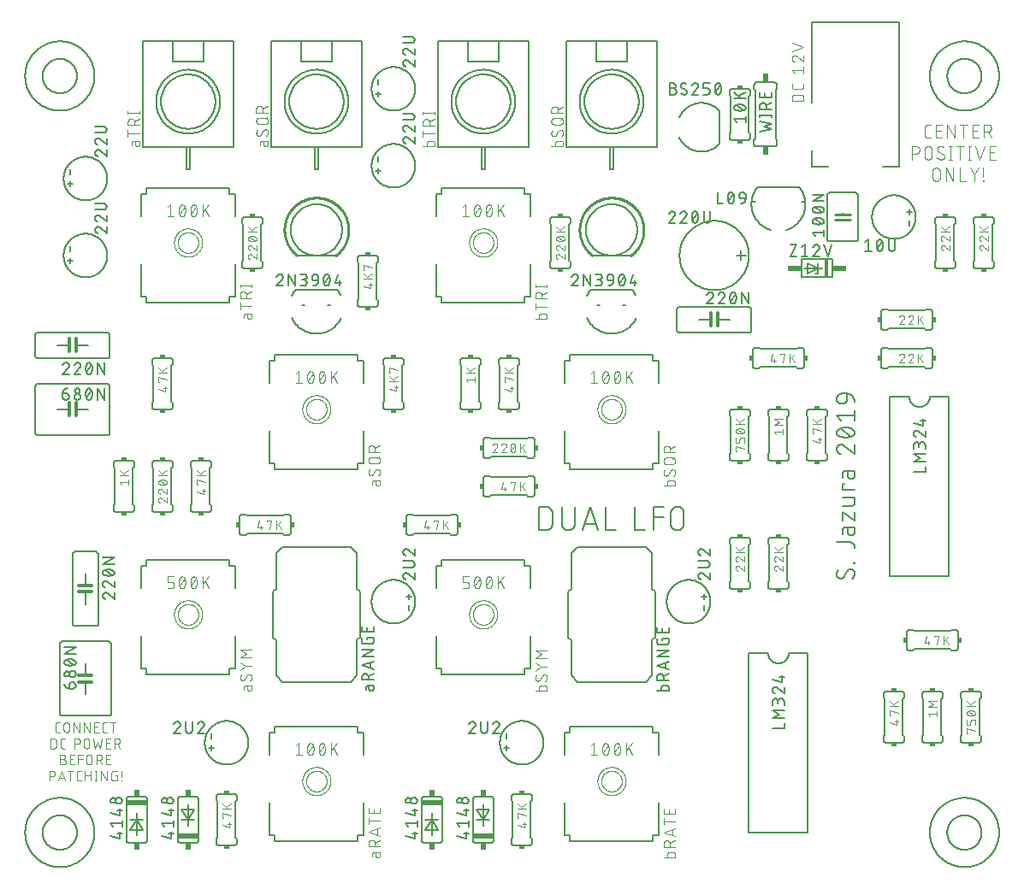
<source format=gbr>
G04 EAGLE Gerber RS-274X export*
G75*
%MOMM*%
%FSLAX34Y34*%
%LPD*%
%INSilkscreen Top*%
%IPPOS*%
%AMOC8*
5,1,8,0,0,1.08239X$1,22.5*%
G01*
%ADD10C,0.152400*%
%ADD11C,0.101600*%
%ADD12C,0.076200*%
%ADD13C,0.203200*%
%ADD14C,0.127000*%
%ADD15C,0.177800*%
%ADD16C,0.304800*%
%ADD17C,0.254000*%
%ADD18R,2.032000X0.508000*%
%ADD19R,0.508000X0.635000*%
%ADD20R,0.508000X0.381000*%
%ADD21R,0.381000X0.508000*%
%ADD22R,0.609600X0.863600*%
%ADD23C,0.050800*%
%ADD24R,0.381000X1.778000*%
%ADD25R,1.397000X0.508000*%


D10*
X837438Y307865D02*
X837436Y307989D01*
X837430Y308113D01*
X837420Y308237D01*
X837407Y308360D01*
X837389Y308483D01*
X837368Y308605D01*
X837343Y308727D01*
X837314Y308848D01*
X837281Y308967D01*
X837245Y309086D01*
X837204Y309203D01*
X837161Y309319D01*
X837113Y309434D01*
X837062Y309547D01*
X837007Y309659D01*
X836949Y309768D01*
X836888Y309876D01*
X836823Y309982D01*
X836755Y310086D01*
X836683Y310187D01*
X836609Y310287D01*
X836531Y310383D01*
X836451Y310478D01*
X836367Y310570D01*
X836281Y310659D01*
X836192Y310745D01*
X836100Y310829D01*
X836005Y310909D01*
X835909Y310987D01*
X835809Y311061D01*
X835708Y311133D01*
X835604Y311201D01*
X835498Y311266D01*
X835390Y311327D01*
X835281Y311385D01*
X835169Y311440D01*
X835056Y311491D01*
X834941Y311539D01*
X834825Y311582D01*
X834708Y311623D01*
X834589Y311659D01*
X834470Y311692D01*
X834349Y311721D01*
X834227Y311746D01*
X834105Y311767D01*
X833982Y311785D01*
X833859Y311798D01*
X833735Y311808D01*
X833611Y311814D01*
X833487Y311816D01*
X837438Y307865D02*
X837436Y307665D01*
X837428Y307466D01*
X837417Y307266D01*
X837400Y307067D01*
X837378Y306869D01*
X837352Y306671D01*
X837321Y306474D01*
X837286Y306277D01*
X837245Y306081D01*
X837200Y305887D01*
X837151Y305693D01*
X837096Y305501D01*
X837037Y305310D01*
X836974Y305121D01*
X836906Y304933D01*
X836834Y304747D01*
X836757Y304563D01*
X836676Y304380D01*
X836590Y304200D01*
X836500Y304021D01*
X836406Y303845D01*
X836308Y303671D01*
X836206Y303500D01*
X836099Y303331D01*
X835989Y303165D01*
X835874Y303001D01*
X835756Y302840D01*
X835634Y302682D01*
X835508Y302527D01*
X835378Y302375D01*
X835245Y302226D01*
X835109Y302080D01*
X834968Y301938D01*
X823609Y302432D02*
X823485Y302434D01*
X823361Y302440D01*
X823237Y302450D01*
X823114Y302463D01*
X822991Y302481D01*
X822869Y302502D01*
X822747Y302527D01*
X822626Y302556D01*
X822507Y302589D01*
X822388Y302625D01*
X822271Y302666D01*
X822155Y302709D01*
X822040Y302757D01*
X821927Y302808D01*
X821815Y302863D01*
X821706Y302921D01*
X821598Y302982D01*
X821492Y303047D01*
X821388Y303115D01*
X821287Y303187D01*
X821187Y303261D01*
X821091Y303339D01*
X820996Y303419D01*
X820904Y303503D01*
X820815Y303589D01*
X820729Y303678D01*
X820645Y303770D01*
X820565Y303865D01*
X820487Y303961D01*
X820413Y304061D01*
X820341Y304162D01*
X820273Y304266D01*
X820208Y304372D01*
X820147Y304480D01*
X820089Y304589D01*
X820034Y304701D01*
X819983Y304814D01*
X819935Y304929D01*
X819892Y305045D01*
X819851Y305162D01*
X819815Y305281D01*
X819782Y305400D01*
X819753Y305521D01*
X819728Y305643D01*
X819707Y305765D01*
X819689Y305888D01*
X819676Y306011D01*
X819666Y306135D01*
X819660Y306259D01*
X819658Y306383D01*
X819660Y306560D01*
X819666Y306736D01*
X819677Y306912D01*
X819692Y307088D01*
X819711Y307264D01*
X819734Y307439D01*
X819761Y307613D01*
X819792Y307787D01*
X819828Y307960D01*
X819867Y308132D01*
X819911Y308303D01*
X819959Y308473D01*
X820011Y308642D01*
X820067Y308809D01*
X820126Y308975D01*
X820190Y309140D01*
X820258Y309303D01*
X820329Y309464D01*
X820405Y309624D01*
X820484Y309782D01*
X820567Y309938D01*
X820653Y310092D01*
X820743Y310244D01*
X820837Y310393D01*
X820935Y310540D01*
X821035Y310685D01*
X821140Y310828D01*
X827066Y304408D02*
X827003Y304303D01*
X826936Y304200D01*
X826865Y304100D01*
X826792Y304002D01*
X826716Y303906D01*
X826637Y303812D01*
X826555Y303721D01*
X826471Y303632D01*
X826384Y303546D01*
X826294Y303462D01*
X826202Y303382D01*
X826107Y303304D01*
X826010Y303229D01*
X825910Y303158D01*
X825809Y303089D01*
X825705Y303023D01*
X825600Y302961D01*
X825493Y302902D01*
X825384Y302846D01*
X825273Y302793D01*
X825161Y302744D01*
X825047Y302698D01*
X824932Y302656D01*
X824816Y302618D01*
X824698Y302583D01*
X824580Y302551D01*
X824460Y302523D01*
X824340Y302499D01*
X824219Y302479D01*
X824098Y302462D01*
X823976Y302449D01*
X823854Y302439D01*
X823732Y302434D01*
X823609Y302432D01*
X830030Y309840D02*
X830094Y309945D01*
X830160Y310048D01*
X830231Y310148D01*
X830304Y310247D01*
X830380Y310343D01*
X830459Y310436D01*
X830541Y310527D01*
X830625Y310616D01*
X830712Y310702D01*
X830802Y310786D01*
X830895Y310866D01*
X830989Y310944D01*
X831086Y311019D01*
X831186Y311091D01*
X831287Y311159D01*
X831391Y311225D01*
X831496Y311287D01*
X831603Y311346D01*
X831712Y311402D01*
X831823Y311455D01*
X831935Y311504D01*
X832049Y311550D01*
X832164Y311592D01*
X832280Y311630D01*
X832398Y311665D01*
X832516Y311697D01*
X832636Y311725D01*
X832756Y311749D01*
X832877Y311769D01*
X832998Y311786D01*
X833120Y311799D01*
X833242Y311809D01*
X833364Y311814D01*
X833487Y311816D01*
X830030Y309840D02*
X827066Y304407D01*
X836450Y317550D02*
X837438Y317550D01*
X836450Y317550D02*
X836450Y318538D01*
X837438Y318538D01*
X837438Y317550D01*
X833487Y338107D02*
X819658Y338107D01*
X833487Y338106D02*
X833611Y338104D01*
X833735Y338098D01*
X833859Y338088D01*
X833982Y338075D01*
X834105Y338057D01*
X834227Y338036D01*
X834349Y338011D01*
X834470Y337982D01*
X834589Y337949D01*
X834708Y337913D01*
X834825Y337872D01*
X834941Y337829D01*
X835056Y337781D01*
X835169Y337730D01*
X835281Y337675D01*
X835390Y337617D01*
X835498Y337556D01*
X835604Y337491D01*
X835708Y337423D01*
X835809Y337351D01*
X835909Y337277D01*
X836005Y337199D01*
X836100Y337119D01*
X836192Y337035D01*
X836281Y336949D01*
X836367Y336860D01*
X836451Y336768D01*
X836531Y336673D01*
X836609Y336577D01*
X836683Y336477D01*
X836755Y336376D01*
X836823Y336272D01*
X836888Y336166D01*
X836949Y336058D01*
X837007Y335949D01*
X837062Y335837D01*
X837113Y335724D01*
X837161Y335609D01*
X837204Y335493D01*
X837245Y335376D01*
X837281Y335257D01*
X837314Y335138D01*
X837343Y335017D01*
X837368Y334895D01*
X837389Y334773D01*
X837407Y334650D01*
X837420Y334527D01*
X837430Y334403D01*
X837436Y334279D01*
X837438Y334155D01*
X837438Y332180D01*
X830524Y348749D02*
X830524Y353194D01*
X830524Y348749D02*
X830526Y348632D01*
X830532Y348516D01*
X830542Y348399D01*
X830556Y348283D01*
X830573Y348168D01*
X830595Y348053D01*
X830620Y347939D01*
X830649Y347826D01*
X830683Y347714D01*
X830719Y347603D01*
X830760Y347494D01*
X830804Y347386D01*
X830852Y347279D01*
X830903Y347174D01*
X830958Y347071D01*
X831017Y346970D01*
X831079Y346871D01*
X831144Y346774D01*
X831212Y346679D01*
X831283Y346587D01*
X831358Y346497D01*
X831436Y346410D01*
X831516Y346325D01*
X831599Y346243D01*
X831685Y346164D01*
X831774Y346088D01*
X831865Y346015D01*
X831958Y345945D01*
X832054Y345879D01*
X832152Y345815D01*
X832253Y345755D01*
X832355Y345698D01*
X832459Y345645D01*
X832564Y345596D01*
X832672Y345550D01*
X832780Y345507D01*
X832891Y345468D01*
X833002Y345434D01*
X833114Y345402D01*
X833228Y345375D01*
X833342Y345351D01*
X833458Y345332D01*
X833573Y345316D01*
X833689Y345304D01*
X833806Y345296D01*
X833923Y345292D01*
X834039Y345292D01*
X834156Y345296D01*
X834273Y345304D01*
X834389Y345316D01*
X834504Y345332D01*
X834620Y345351D01*
X834734Y345375D01*
X834848Y345402D01*
X834960Y345434D01*
X835071Y345468D01*
X835182Y345507D01*
X835290Y345550D01*
X835398Y345596D01*
X835503Y345645D01*
X835607Y345698D01*
X835710Y345755D01*
X835810Y345815D01*
X835908Y345879D01*
X836004Y345945D01*
X836097Y346015D01*
X836188Y346088D01*
X836277Y346164D01*
X836363Y346243D01*
X836446Y346325D01*
X836526Y346410D01*
X836604Y346497D01*
X836679Y346587D01*
X836750Y346679D01*
X836818Y346774D01*
X836883Y346871D01*
X836945Y346970D01*
X837004Y347071D01*
X837059Y347174D01*
X837110Y347279D01*
X837158Y347386D01*
X837202Y347494D01*
X837243Y347603D01*
X837279Y347714D01*
X837313Y347826D01*
X837342Y347939D01*
X837367Y348053D01*
X837389Y348168D01*
X837406Y348283D01*
X837420Y348399D01*
X837430Y348516D01*
X837436Y348632D01*
X837438Y348749D01*
X837438Y353194D01*
X828548Y353194D01*
X828442Y353192D01*
X828337Y353186D01*
X828231Y353177D01*
X828126Y353164D01*
X828022Y353147D01*
X827918Y353126D01*
X827815Y353102D01*
X827713Y353074D01*
X827612Y353042D01*
X827513Y353007D01*
X827414Y352968D01*
X827317Y352926D01*
X827222Y352881D01*
X827128Y352832D01*
X827036Y352779D01*
X826946Y352724D01*
X826858Y352665D01*
X826772Y352603D01*
X826689Y352538D01*
X826608Y352470D01*
X826529Y352400D01*
X826453Y352326D01*
X826379Y352250D01*
X826309Y352171D01*
X826241Y352090D01*
X826176Y352007D01*
X826114Y351921D01*
X826055Y351833D01*
X826000Y351743D01*
X825947Y351651D01*
X825898Y351557D01*
X825853Y351462D01*
X825811Y351365D01*
X825772Y351266D01*
X825737Y351167D01*
X825705Y351066D01*
X825677Y350964D01*
X825653Y350861D01*
X825632Y350757D01*
X825615Y350653D01*
X825602Y350548D01*
X825593Y350442D01*
X825587Y350337D01*
X825585Y350231D01*
X825585Y346280D01*
X825585Y359877D02*
X825585Y367779D01*
X837438Y359877D01*
X837438Y367779D01*
X834475Y374394D02*
X825585Y374394D01*
X834475Y374395D02*
X834581Y374397D01*
X834686Y374403D01*
X834792Y374412D01*
X834897Y374425D01*
X835001Y374442D01*
X835105Y374463D01*
X835208Y374487D01*
X835310Y374515D01*
X835411Y374547D01*
X835510Y374582D01*
X835609Y374621D01*
X835706Y374663D01*
X835801Y374708D01*
X835895Y374757D01*
X835987Y374810D01*
X836077Y374865D01*
X836165Y374924D01*
X836251Y374986D01*
X836334Y375051D01*
X836415Y375119D01*
X836494Y375189D01*
X836570Y375263D01*
X836644Y375339D01*
X836714Y375418D01*
X836782Y375499D01*
X836847Y375582D01*
X836909Y375668D01*
X836968Y375756D01*
X837023Y375846D01*
X837076Y375938D01*
X837125Y376032D01*
X837170Y376127D01*
X837212Y376224D01*
X837251Y376323D01*
X837286Y376422D01*
X837318Y376523D01*
X837346Y376625D01*
X837370Y376728D01*
X837391Y376832D01*
X837408Y376936D01*
X837421Y377041D01*
X837430Y377147D01*
X837436Y377252D01*
X837438Y377358D01*
X837438Y382297D01*
X825585Y382297D01*
X825585Y390109D02*
X837438Y390109D01*
X825585Y390109D02*
X825585Y396035D01*
X827560Y396035D01*
X830524Y404584D02*
X830524Y409029D01*
X830524Y404584D02*
X830526Y404467D01*
X830532Y404351D01*
X830542Y404234D01*
X830556Y404118D01*
X830573Y404003D01*
X830595Y403888D01*
X830620Y403774D01*
X830649Y403661D01*
X830683Y403549D01*
X830719Y403438D01*
X830760Y403329D01*
X830804Y403221D01*
X830852Y403114D01*
X830903Y403009D01*
X830958Y402906D01*
X831017Y402805D01*
X831079Y402706D01*
X831144Y402609D01*
X831212Y402514D01*
X831283Y402422D01*
X831358Y402332D01*
X831436Y402245D01*
X831516Y402160D01*
X831599Y402078D01*
X831685Y401999D01*
X831774Y401923D01*
X831865Y401850D01*
X831958Y401780D01*
X832054Y401714D01*
X832152Y401650D01*
X832253Y401590D01*
X832355Y401533D01*
X832459Y401480D01*
X832564Y401431D01*
X832672Y401385D01*
X832780Y401342D01*
X832891Y401303D01*
X833002Y401269D01*
X833114Y401237D01*
X833228Y401210D01*
X833342Y401186D01*
X833458Y401167D01*
X833573Y401151D01*
X833689Y401139D01*
X833806Y401131D01*
X833923Y401127D01*
X834039Y401127D01*
X834156Y401131D01*
X834273Y401139D01*
X834389Y401151D01*
X834504Y401167D01*
X834620Y401186D01*
X834734Y401210D01*
X834848Y401237D01*
X834960Y401269D01*
X835071Y401303D01*
X835182Y401342D01*
X835290Y401385D01*
X835398Y401431D01*
X835503Y401480D01*
X835607Y401533D01*
X835710Y401590D01*
X835810Y401650D01*
X835908Y401714D01*
X836004Y401780D01*
X836097Y401850D01*
X836188Y401923D01*
X836277Y401999D01*
X836363Y402078D01*
X836446Y402160D01*
X836526Y402245D01*
X836604Y402332D01*
X836679Y402422D01*
X836750Y402514D01*
X836818Y402609D01*
X836883Y402706D01*
X836945Y402805D01*
X837004Y402906D01*
X837059Y403009D01*
X837110Y403114D01*
X837158Y403221D01*
X837202Y403329D01*
X837243Y403438D01*
X837279Y403549D01*
X837313Y403661D01*
X837342Y403774D01*
X837367Y403888D01*
X837389Y404003D01*
X837406Y404118D01*
X837420Y404234D01*
X837430Y404351D01*
X837436Y404467D01*
X837438Y404584D01*
X837438Y409029D01*
X828548Y409029D01*
X828442Y409027D01*
X828337Y409021D01*
X828231Y409012D01*
X828126Y408999D01*
X828022Y408982D01*
X827918Y408961D01*
X827815Y408937D01*
X827713Y408909D01*
X827612Y408877D01*
X827513Y408842D01*
X827414Y408803D01*
X827317Y408761D01*
X827222Y408716D01*
X827128Y408667D01*
X827036Y408614D01*
X826946Y408559D01*
X826858Y408500D01*
X826772Y408438D01*
X826689Y408373D01*
X826608Y408305D01*
X826529Y408235D01*
X826453Y408161D01*
X826379Y408085D01*
X826309Y408006D01*
X826241Y407925D01*
X826176Y407842D01*
X826114Y407756D01*
X826055Y407668D01*
X826000Y407578D01*
X825947Y407486D01*
X825898Y407392D01*
X825853Y407297D01*
X825811Y407200D01*
X825772Y407101D01*
X825737Y407002D01*
X825705Y406901D01*
X825677Y406799D01*
X825653Y406696D01*
X825632Y406592D01*
X825615Y406488D01*
X825602Y406383D01*
X825593Y406277D01*
X825587Y406172D01*
X825585Y406066D01*
X825585Y402114D01*
X819658Y430766D02*
X819660Y430898D01*
X819666Y431029D01*
X819676Y431161D01*
X819689Y431292D01*
X819707Y431422D01*
X819728Y431552D01*
X819753Y431682D01*
X819782Y431810D01*
X819815Y431938D01*
X819852Y432064D01*
X819892Y432190D01*
X819936Y432314D01*
X819984Y432437D01*
X820035Y432558D01*
X820090Y432678D01*
X820148Y432796D01*
X820210Y432912D01*
X820276Y433026D01*
X820344Y433139D01*
X820416Y433249D01*
X820491Y433357D01*
X820570Y433463D01*
X820651Y433567D01*
X820736Y433668D01*
X820823Y433766D01*
X820914Y433862D01*
X821007Y433955D01*
X821103Y434046D01*
X821201Y434133D01*
X821302Y434218D01*
X821406Y434299D01*
X821512Y434378D01*
X821620Y434453D01*
X821730Y434525D01*
X821843Y434593D01*
X821957Y434659D01*
X822073Y434721D01*
X822191Y434779D01*
X822311Y434834D01*
X822432Y434885D01*
X822555Y434933D01*
X822679Y434977D01*
X822805Y435017D01*
X822931Y435054D01*
X823059Y435087D01*
X823187Y435116D01*
X823317Y435141D01*
X823447Y435162D01*
X823577Y435180D01*
X823708Y435193D01*
X823840Y435203D01*
X823971Y435209D01*
X824103Y435211D01*
X819658Y430766D02*
X819660Y430616D01*
X819666Y430467D01*
X819676Y430318D01*
X819689Y430169D01*
X819707Y430020D01*
X819728Y429872D01*
X819754Y429724D01*
X819783Y429578D01*
X819816Y429432D01*
X819853Y429287D01*
X819894Y429143D01*
X819938Y429000D01*
X819986Y428858D01*
X820038Y428718D01*
X820093Y428579D01*
X820152Y428441D01*
X820215Y428306D01*
X820281Y428171D01*
X820351Y428039D01*
X820424Y427909D01*
X820501Y427780D01*
X820581Y427653D01*
X820664Y427529D01*
X820750Y427407D01*
X820840Y427287D01*
X820933Y427170D01*
X821028Y427055D01*
X821127Y426942D01*
X821229Y426832D01*
X821333Y426725D01*
X821440Y426621D01*
X821550Y426519D01*
X821663Y426421D01*
X821778Y426325D01*
X821896Y426233D01*
X822016Y426143D01*
X822138Y426057D01*
X822262Y425974D01*
X822389Y425894D01*
X822517Y425818D01*
X822648Y425745D01*
X822781Y425675D01*
X822915Y425609D01*
X823051Y425547D01*
X823188Y425488D01*
X823327Y425432D01*
X823468Y425381D01*
X823609Y425333D01*
X827560Y433728D02*
X827467Y433824D01*
X827371Y433916D01*
X827272Y434006D01*
X827171Y434093D01*
X827068Y434178D01*
X826963Y434259D01*
X826855Y434337D01*
X826745Y434412D01*
X826633Y434485D01*
X826519Y434554D01*
X826403Y434620D01*
X826285Y434682D01*
X826166Y434741D01*
X826045Y434797D01*
X825922Y434850D01*
X825798Y434899D01*
X825673Y434944D01*
X825546Y434987D01*
X825419Y435025D01*
X825290Y435060D01*
X825161Y435091D01*
X825030Y435119D01*
X824899Y435143D01*
X824767Y435164D01*
X824635Y435180D01*
X824502Y435193D01*
X824369Y435203D01*
X824236Y435208D01*
X824103Y435210D01*
X827560Y433729D02*
X837438Y425333D01*
X837438Y435211D01*
X828548Y442084D02*
X828198Y442088D01*
X827849Y442101D01*
X827500Y442122D01*
X827151Y442151D01*
X826803Y442188D01*
X826456Y442234D01*
X826111Y442288D01*
X825767Y442350D01*
X825424Y442421D01*
X825083Y442500D01*
X824744Y442586D01*
X824408Y442681D01*
X824073Y442784D01*
X823742Y442895D01*
X823413Y443013D01*
X823086Y443140D01*
X822763Y443274D01*
X822444Y443416D01*
X822127Y443566D01*
X822128Y443565D02*
X822015Y443605D01*
X821905Y443649D01*
X821795Y443697D01*
X821688Y443748D01*
X821582Y443803D01*
X821477Y443861D01*
X821375Y443923D01*
X821275Y443988D01*
X821177Y444056D01*
X821081Y444127D01*
X820988Y444202D01*
X820897Y444279D01*
X820809Y444359D01*
X820724Y444442D01*
X820641Y444528D01*
X820561Y444617D01*
X820484Y444708D01*
X820410Y444802D01*
X820339Y444898D01*
X820271Y444996D01*
X820207Y445096D01*
X820145Y445199D01*
X820088Y445303D01*
X820033Y445409D01*
X819982Y445517D01*
X819935Y445627D01*
X819891Y445738D01*
X819851Y445850D01*
X819815Y445964D01*
X819782Y446078D01*
X819753Y446194D01*
X819728Y446311D01*
X819707Y446428D01*
X819689Y446546D01*
X819676Y446665D01*
X819666Y446784D01*
X819660Y446903D01*
X819658Y447022D01*
X819660Y447141D01*
X819666Y447260D01*
X819676Y447379D01*
X819689Y447498D01*
X819707Y447616D01*
X819728Y447733D01*
X819753Y447850D01*
X819782Y447966D01*
X819815Y448080D01*
X819851Y448194D01*
X819891Y448306D01*
X819935Y448417D01*
X819982Y448527D01*
X820033Y448635D01*
X820088Y448741D01*
X820145Y448845D01*
X820207Y448948D01*
X820271Y449048D01*
X820339Y449146D01*
X820410Y449242D01*
X820484Y449336D01*
X820561Y449427D01*
X820641Y449516D01*
X820724Y449602D01*
X820809Y449685D01*
X820897Y449765D01*
X820988Y449842D01*
X821082Y449917D01*
X821177Y449988D01*
X821275Y450056D01*
X821375Y450121D01*
X821477Y450183D01*
X821582Y450241D01*
X821688Y450296D01*
X821795Y450347D01*
X821905Y450395D01*
X822015Y450439D01*
X822128Y450479D01*
X822444Y450629D01*
X822763Y450771D01*
X823086Y450905D01*
X823413Y451032D01*
X823742Y451150D01*
X824073Y451261D01*
X824408Y451364D01*
X824744Y451459D01*
X825083Y451545D01*
X825424Y451624D01*
X825767Y451695D01*
X826111Y451757D01*
X826456Y451811D01*
X826803Y451857D01*
X827151Y451894D01*
X827500Y451923D01*
X827849Y451944D01*
X828198Y451957D01*
X828548Y451961D01*
X828548Y442084D02*
X828898Y442088D01*
X829247Y442101D01*
X829596Y442122D01*
X829945Y442151D01*
X830293Y442188D01*
X830640Y442234D01*
X830985Y442288D01*
X831329Y442350D01*
X831672Y442421D01*
X832013Y442500D01*
X832352Y442586D01*
X832688Y442681D01*
X833023Y442784D01*
X833354Y442895D01*
X833683Y443013D01*
X834010Y443140D01*
X834333Y443274D01*
X834652Y443416D01*
X834968Y443566D01*
X834968Y443565D02*
X835081Y443605D01*
X835191Y443649D01*
X835301Y443697D01*
X835409Y443748D01*
X835515Y443803D01*
X835619Y443861D01*
X835721Y443923D01*
X835821Y443988D01*
X835919Y444056D01*
X836015Y444127D01*
X836108Y444202D01*
X836199Y444279D01*
X836287Y444359D01*
X836372Y444443D01*
X836455Y444528D01*
X836535Y444617D01*
X836612Y444708D01*
X836686Y444802D01*
X836757Y444898D01*
X836825Y444996D01*
X836889Y445096D01*
X836951Y445199D01*
X837009Y445303D01*
X837063Y445409D01*
X837114Y445517D01*
X837161Y445627D01*
X837205Y445738D01*
X837245Y445850D01*
X837281Y445964D01*
X837314Y446078D01*
X837343Y446194D01*
X837368Y446311D01*
X837389Y446428D01*
X837407Y446546D01*
X837420Y446665D01*
X837430Y446784D01*
X837436Y446903D01*
X837438Y447022D01*
X834968Y450479D02*
X834652Y450629D01*
X834333Y450771D01*
X834010Y450905D01*
X833683Y451032D01*
X833354Y451150D01*
X833023Y451261D01*
X832688Y451364D01*
X832352Y451459D01*
X832013Y451545D01*
X831672Y451624D01*
X831329Y451695D01*
X830985Y451757D01*
X830640Y451811D01*
X830293Y451857D01*
X829945Y451894D01*
X829596Y451923D01*
X829247Y451944D01*
X828898Y451957D01*
X828548Y451961D01*
X834968Y450479D02*
X835081Y450439D01*
X835191Y450395D01*
X835301Y450347D01*
X835408Y450296D01*
X835514Y450241D01*
X835619Y450183D01*
X835721Y450121D01*
X835821Y450056D01*
X835919Y449988D01*
X836015Y449917D01*
X836108Y449842D01*
X836199Y449765D01*
X836287Y449685D01*
X836372Y449602D01*
X836455Y449516D01*
X836535Y449427D01*
X836612Y449336D01*
X836686Y449242D01*
X836757Y449146D01*
X836825Y449048D01*
X836889Y448948D01*
X836951Y448845D01*
X837008Y448741D01*
X837063Y448635D01*
X837114Y448527D01*
X837161Y448417D01*
X837205Y448306D01*
X837245Y448194D01*
X837281Y448080D01*
X837314Y447966D01*
X837343Y447850D01*
X837368Y447733D01*
X837389Y447616D01*
X837407Y447498D01*
X837420Y447379D01*
X837430Y447260D01*
X837436Y447141D01*
X837438Y447022D01*
X833487Y443071D02*
X823609Y450973D01*
X823609Y458834D02*
X819658Y463773D01*
X837438Y463773D01*
X837438Y458834D02*
X837438Y468712D01*
X829536Y479535D02*
X829536Y485462D01*
X829536Y479535D02*
X829534Y479411D01*
X829528Y479287D01*
X829518Y479163D01*
X829505Y479040D01*
X829487Y478917D01*
X829466Y478795D01*
X829441Y478673D01*
X829412Y478552D01*
X829379Y478433D01*
X829343Y478314D01*
X829302Y478197D01*
X829259Y478081D01*
X829211Y477966D01*
X829160Y477853D01*
X829105Y477741D01*
X829047Y477632D01*
X828986Y477524D01*
X828921Y477418D01*
X828853Y477314D01*
X828781Y477213D01*
X828707Y477113D01*
X828629Y477017D01*
X828549Y476922D01*
X828465Y476830D01*
X828379Y476741D01*
X828290Y476655D01*
X828198Y476571D01*
X828103Y476491D01*
X828007Y476413D01*
X827907Y476339D01*
X827806Y476267D01*
X827702Y476199D01*
X827596Y476134D01*
X827488Y476073D01*
X827379Y476015D01*
X827267Y475960D01*
X827154Y475909D01*
X827039Y475861D01*
X826923Y475818D01*
X826806Y475777D01*
X826687Y475741D01*
X826568Y475708D01*
X826447Y475679D01*
X826325Y475654D01*
X826203Y475633D01*
X826080Y475615D01*
X825957Y475602D01*
X825833Y475592D01*
X825709Y475586D01*
X825585Y475584D01*
X824597Y475584D01*
X824457Y475586D01*
X824318Y475592D01*
X824178Y475602D01*
X824039Y475616D01*
X823900Y475633D01*
X823762Y475655D01*
X823625Y475681D01*
X823488Y475710D01*
X823352Y475743D01*
X823218Y475780D01*
X823084Y475821D01*
X822952Y475866D01*
X822820Y475915D01*
X822691Y475967D01*
X822563Y476022D01*
X822436Y476082D01*
X822311Y476145D01*
X822188Y476211D01*
X822067Y476281D01*
X821948Y476354D01*
X821831Y476431D01*
X821717Y476511D01*
X821604Y476594D01*
X821494Y476680D01*
X821387Y476770D01*
X821282Y476862D01*
X821180Y476957D01*
X821080Y477055D01*
X820983Y477156D01*
X820889Y477260D01*
X820799Y477366D01*
X820711Y477475D01*
X820626Y477586D01*
X820545Y477700D01*
X820466Y477815D01*
X820391Y477933D01*
X820320Y478054D01*
X820252Y478176D01*
X820187Y478299D01*
X820126Y478425D01*
X820068Y478553D01*
X820014Y478681D01*
X819964Y478812D01*
X819917Y478944D01*
X819874Y479077D01*
X819835Y479211D01*
X819800Y479346D01*
X819769Y479482D01*
X819741Y479620D01*
X819718Y479757D01*
X819698Y479896D01*
X819682Y480035D01*
X819670Y480174D01*
X819662Y480313D01*
X819658Y480453D01*
X819658Y480593D01*
X819662Y480733D01*
X819670Y480872D01*
X819682Y481011D01*
X819698Y481150D01*
X819718Y481289D01*
X819741Y481426D01*
X819769Y481564D01*
X819800Y481700D01*
X819835Y481835D01*
X819874Y481969D01*
X819917Y482102D01*
X819964Y482234D01*
X820014Y482365D01*
X820068Y482493D01*
X820126Y482621D01*
X820187Y482747D01*
X820252Y482870D01*
X820320Y482993D01*
X820391Y483113D01*
X820466Y483231D01*
X820545Y483346D01*
X820626Y483460D01*
X820711Y483571D01*
X820799Y483680D01*
X820889Y483786D01*
X820983Y483890D01*
X821080Y483991D01*
X821180Y484089D01*
X821282Y484184D01*
X821387Y484276D01*
X821494Y484366D01*
X821604Y484452D01*
X821717Y484535D01*
X821831Y484615D01*
X821948Y484692D01*
X822067Y484765D01*
X822188Y484835D01*
X822311Y484901D01*
X822436Y484964D01*
X822563Y485024D01*
X822691Y485079D01*
X822820Y485131D01*
X822952Y485180D01*
X823084Y485225D01*
X823218Y485266D01*
X823352Y485303D01*
X823488Y485336D01*
X823625Y485365D01*
X823762Y485391D01*
X823900Y485413D01*
X824039Y485430D01*
X824178Y485444D01*
X824318Y485454D01*
X824457Y485460D01*
X824597Y485462D01*
X829536Y485462D01*
X829727Y485460D01*
X829918Y485453D01*
X830108Y485441D01*
X830299Y485425D01*
X830488Y485404D01*
X830678Y485379D01*
X830866Y485349D01*
X831054Y485315D01*
X831241Y485276D01*
X831427Y485232D01*
X831612Y485184D01*
X831796Y485132D01*
X831978Y485075D01*
X832159Y485014D01*
X832338Y484948D01*
X832516Y484879D01*
X832692Y484804D01*
X832866Y484726D01*
X833038Y484644D01*
X833208Y484557D01*
X833376Y484466D01*
X833542Y484371D01*
X833705Y484272D01*
X833866Y484170D01*
X834025Y484063D01*
X834181Y483953D01*
X834334Y483839D01*
X834484Y483721D01*
X834632Y483600D01*
X834776Y483475D01*
X834917Y483346D01*
X835056Y483215D01*
X835191Y483080D01*
X835322Y482941D01*
X835451Y482800D01*
X835576Y482656D01*
X835697Y482508D01*
X835815Y482358D01*
X835929Y482205D01*
X836039Y482049D01*
X836146Y481890D01*
X836248Y481729D01*
X836347Y481566D01*
X836442Y481400D01*
X836533Y481232D01*
X836620Y481062D01*
X836702Y480890D01*
X836780Y480716D01*
X836855Y480540D01*
X836924Y480362D01*
X836990Y480183D01*
X837051Y480002D01*
X837108Y479820D01*
X837160Y479636D01*
X837208Y479451D01*
X837252Y479265D01*
X837291Y479078D01*
X837325Y478890D01*
X837355Y478702D01*
X837380Y478512D01*
X837401Y478323D01*
X837417Y478132D01*
X837429Y477942D01*
X837436Y477751D01*
X837438Y477560D01*
D11*
X287380Y139192D02*
X284134Y136596D01*
X287380Y139192D02*
X287380Y127508D01*
X290625Y127508D02*
X284134Y127508D01*
X295565Y133350D02*
X295568Y133580D01*
X295576Y133810D01*
X295590Y134039D01*
X295609Y134268D01*
X295634Y134497D01*
X295664Y134724D01*
X295699Y134952D01*
X295740Y135178D01*
X295786Y135403D01*
X295838Y135627D01*
X295895Y135849D01*
X295957Y136071D01*
X296025Y136290D01*
X296098Y136508D01*
X296176Y136725D01*
X296259Y136939D01*
X296347Y137151D01*
X296440Y137361D01*
X296539Y137569D01*
X296538Y137569D02*
X296571Y137659D01*
X296607Y137748D01*
X296647Y137836D01*
X296691Y137921D01*
X296738Y138005D01*
X296788Y138087D01*
X296842Y138167D01*
X296898Y138244D01*
X296958Y138320D01*
X297021Y138393D01*
X297086Y138463D01*
X297155Y138531D01*
X297226Y138595D01*
X297299Y138657D01*
X297375Y138716D01*
X297453Y138772D01*
X297534Y138825D01*
X297616Y138874D01*
X297700Y138920D01*
X297787Y138963D01*
X297874Y139002D01*
X297964Y139038D01*
X298054Y139070D01*
X298146Y139098D01*
X298239Y139123D01*
X298333Y139144D01*
X298427Y139161D01*
X298522Y139175D01*
X298618Y139184D01*
X298714Y139190D01*
X298810Y139192D01*
X298906Y139190D01*
X299002Y139184D01*
X299098Y139175D01*
X299193Y139161D01*
X299287Y139144D01*
X299381Y139123D01*
X299474Y139098D01*
X299566Y139070D01*
X299656Y139038D01*
X299746Y139002D01*
X299833Y138963D01*
X299920Y138920D01*
X300004Y138874D01*
X300086Y138825D01*
X300167Y138772D01*
X300245Y138716D01*
X300321Y138657D01*
X300394Y138595D01*
X300465Y138531D01*
X300534Y138463D01*
X300599Y138393D01*
X300662Y138320D01*
X300722Y138244D01*
X300778Y138167D01*
X300832Y138087D01*
X300882Y138005D01*
X300929Y137921D01*
X300973Y137836D01*
X301013Y137748D01*
X301049Y137659D01*
X301082Y137569D01*
X301181Y137362D01*
X301274Y137152D01*
X301362Y136939D01*
X301445Y136725D01*
X301523Y136509D01*
X301596Y136291D01*
X301664Y136071D01*
X301726Y135850D01*
X301783Y135627D01*
X301835Y135403D01*
X301881Y135178D01*
X301922Y134952D01*
X301957Y134725D01*
X301987Y134497D01*
X302012Y134268D01*
X302031Y134039D01*
X302045Y133810D01*
X302053Y133580D01*
X302056Y133350D01*
X295564Y133350D02*
X295567Y133120D01*
X295575Y132890D01*
X295589Y132661D01*
X295608Y132432D01*
X295633Y132203D01*
X295663Y131975D01*
X295698Y131748D01*
X295739Y131522D01*
X295785Y131297D01*
X295837Y131073D01*
X295894Y130850D01*
X295956Y130629D01*
X296024Y130409D01*
X296097Y130191D01*
X296175Y129975D01*
X296258Y129761D01*
X296346Y129549D01*
X296439Y129338D01*
X296538Y129131D01*
X296571Y129041D01*
X296607Y128952D01*
X296648Y128864D01*
X296691Y128779D01*
X296738Y128695D01*
X296788Y128613D01*
X296842Y128533D01*
X296898Y128456D01*
X296958Y128380D01*
X297021Y128307D01*
X297086Y128237D01*
X297155Y128169D01*
X297226Y128105D01*
X297299Y128043D01*
X297375Y127984D01*
X297453Y127928D01*
X297534Y127875D01*
X297616Y127826D01*
X297700Y127780D01*
X297787Y127737D01*
X297874Y127698D01*
X297964Y127662D01*
X298054Y127630D01*
X298146Y127602D01*
X298239Y127577D01*
X298333Y127556D01*
X298427Y127539D01*
X298522Y127525D01*
X298618Y127516D01*
X298714Y127510D01*
X298810Y127508D01*
X301082Y129131D02*
X301181Y129338D01*
X301274Y129549D01*
X301362Y129761D01*
X301445Y129975D01*
X301523Y130191D01*
X301596Y130409D01*
X301664Y130629D01*
X301726Y130850D01*
X301783Y131073D01*
X301835Y131297D01*
X301881Y131522D01*
X301922Y131748D01*
X301957Y131975D01*
X301987Y132203D01*
X302012Y132432D01*
X302031Y132661D01*
X302045Y132890D01*
X302053Y133120D01*
X302056Y133350D01*
X301082Y129131D02*
X301049Y129041D01*
X301013Y128952D01*
X300973Y128864D01*
X300929Y128779D01*
X300882Y128695D01*
X300832Y128613D01*
X300778Y128533D01*
X300722Y128456D01*
X300662Y128380D01*
X300599Y128307D01*
X300534Y128237D01*
X300465Y128169D01*
X300394Y128105D01*
X300321Y128043D01*
X300245Y127984D01*
X300167Y127928D01*
X300086Y127875D01*
X300004Y127826D01*
X299920Y127780D01*
X299833Y127737D01*
X299746Y127698D01*
X299656Y127662D01*
X299566Y127630D01*
X299474Y127602D01*
X299381Y127577D01*
X299287Y127556D01*
X299193Y127539D01*
X299098Y127525D01*
X299002Y127516D01*
X298906Y127510D01*
X298810Y127508D01*
X296213Y130104D02*
X301406Y136596D01*
X306995Y133350D02*
X306998Y133580D01*
X307006Y133810D01*
X307020Y134039D01*
X307039Y134268D01*
X307064Y134497D01*
X307094Y134724D01*
X307129Y134952D01*
X307170Y135178D01*
X307216Y135403D01*
X307268Y135627D01*
X307325Y135849D01*
X307387Y136071D01*
X307455Y136290D01*
X307528Y136508D01*
X307606Y136725D01*
X307689Y136939D01*
X307777Y137151D01*
X307870Y137361D01*
X307969Y137569D01*
X307968Y137569D02*
X308001Y137659D01*
X308037Y137748D01*
X308077Y137836D01*
X308121Y137921D01*
X308168Y138005D01*
X308218Y138087D01*
X308272Y138167D01*
X308328Y138244D01*
X308388Y138320D01*
X308451Y138393D01*
X308516Y138463D01*
X308585Y138531D01*
X308656Y138595D01*
X308729Y138657D01*
X308805Y138716D01*
X308883Y138772D01*
X308964Y138825D01*
X309046Y138874D01*
X309130Y138920D01*
X309217Y138963D01*
X309304Y139002D01*
X309394Y139038D01*
X309484Y139070D01*
X309576Y139098D01*
X309669Y139123D01*
X309763Y139144D01*
X309857Y139161D01*
X309952Y139175D01*
X310048Y139184D01*
X310144Y139190D01*
X310240Y139192D01*
X310336Y139190D01*
X310432Y139184D01*
X310528Y139175D01*
X310623Y139161D01*
X310717Y139144D01*
X310811Y139123D01*
X310904Y139098D01*
X310996Y139070D01*
X311086Y139038D01*
X311176Y139002D01*
X311263Y138963D01*
X311350Y138920D01*
X311434Y138874D01*
X311516Y138825D01*
X311597Y138772D01*
X311675Y138716D01*
X311751Y138657D01*
X311824Y138595D01*
X311895Y138531D01*
X311964Y138463D01*
X312029Y138393D01*
X312092Y138320D01*
X312152Y138244D01*
X312208Y138167D01*
X312262Y138087D01*
X312312Y138005D01*
X312359Y137921D01*
X312403Y137836D01*
X312443Y137748D01*
X312479Y137659D01*
X312512Y137569D01*
X312611Y137362D01*
X312704Y137152D01*
X312792Y136939D01*
X312875Y136725D01*
X312953Y136509D01*
X313026Y136291D01*
X313094Y136071D01*
X313156Y135850D01*
X313213Y135627D01*
X313265Y135403D01*
X313311Y135178D01*
X313352Y134952D01*
X313387Y134725D01*
X313417Y134497D01*
X313442Y134268D01*
X313461Y134039D01*
X313475Y133810D01*
X313483Y133580D01*
X313486Y133350D01*
X306994Y133350D02*
X306997Y133120D01*
X307005Y132890D01*
X307019Y132661D01*
X307038Y132432D01*
X307063Y132203D01*
X307093Y131975D01*
X307128Y131748D01*
X307169Y131522D01*
X307215Y131297D01*
X307267Y131073D01*
X307324Y130850D01*
X307386Y130629D01*
X307454Y130409D01*
X307527Y130191D01*
X307605Y129975D01*
X307688Y129761D01*
X307776Y129549D01*
X307869Y129338D01*
X307968Y129131D01*
X308001Y129041D01*
X308037Y128952D01*
X308078Y128864D01*
X308121Y128779D01*
X308168Y128695D01*
X308218Y128613D01*
X308272Y128533D01*
X308328Y128456D01*
X308388Y128380D01*
X308451Y128307D01*
X308516Y128237D01*
X308585Y128169D01*
X308656Y128105D01*
X308729Y128043D01*
X308805Y127984D01*
X308883Y127928D01*
X308964Y127875D01*
X309046Y127826D01*
X309130Y127780D01*
X309217Y127737D01*
X309304Y127698D01*
X309394Y127662D01*
X309484Y127630D01*
X309576Y127602D01*
X309669Y127577D01*
X309763Y127556D01*
X309857Y127539D01*
X309952Y127525D01*
X310048Y127516D01*
X310144Y127510D01*
X310240Y127508D01*
X312512Y129131D02*
X312611Y129338D01*
X312704Y129549D01*
X312792Y129761D01*
X312875Y129975D01*
X312953Y130191D01*
X313026Y130409D01*
X313094Y130629D01*
X313156Y130850D01*
X313213Y131073D01*
X313265Y131297D01*
X313311Y131522D01*
X313352Y131748D01*
X313387Y131975D01*
X313417Y132203D01*
X313442Y132432D01*
X313461Y132661D01*
X313475Y132890D01*
X313483Y133120D01*
X313486Y133350D01*
X312512Y129131D02*
X312479Y129041D01*
X312443Y128952D01*
X312403Y128864D01*
X312359Y128779D01*
X312312Y128695D01*
X312262Y128613D01*
X312208Y128533D01*
X312152Y128456D01*
X312092Y128380D01*
X312029Y128307D01*
X311964Y128237D01*
X311895Y128169D01*
X311824Y128105D01*
X311751Y128043D01*
X311675Y127984D01*
X311597Y127928D01*
X311516Y127875D01*
X311434Y127826D01*
X311350Y127780D01*
X311263Y127737D01*
X311176Y127698D01*
X311086Y127662D01*
X310996Y127630D01*
X310904Y127602D01*
X310811Y127577D01*
X310717Y127556D01*
X310623Y127539D01*
X310528Y127525D01*
X310432Y127516D01*
X310336Y127510D01*
X310240Y127508D01*
X307643Y130104D02*
X312836Y136596D01*
X318975Y139192D02*
X318975Y127508D01*
X318975Y132052D02*
X325466Y139192D01*
X321571Y134648D02*
X325466Y127508D01*
X576234Y136596D02*
X579480Y139192D01*
X579480Y127508D01*
X582725Y127508D02*
X576234Y127508D01*
X587665Y133350D02*
X587668Y133580D01*
X587676Y133810D01*
X587690Y134039D01*
X587709Y134268D01*
X587734Y134497D01*
X587764Y134724D01*
X587799Y134952D01*
X587840Y135178D01*
X587886Y135403D01*
X587938Y135627D01*
X587995Y135849D01*
X588057Y136071D01*
X588125Y136290D01*
X588198Y136508D01*
X588276Y136725D01*
X588359Y136939D01*
X588447Y137151D01*
X588540Y137361D01*
X588639Y137569D01*
X588638Y137569D02*
X588671Y137659D01*
X588707Y137748D01*
X588747Y137836D01*
X588791Y137921D01*
X588838Y138005D01*
X588888Y138087D01*
X588942Y138167D01*
X588998Y138244D01*
X589058Y138320D01*
X589121Y138393D01*
X589186Y138463D01*
X589255Y138531D01*
X589326Y138595D01*
X589399Y138657D01*
X589475Y138716D01*
X589553Y138772D01*
X589634Y138825D01*
X589716Y138874D01*
X589800Y138920D01*
X589887Y138963D01*
X589974Y139002D01*
X590064Y139038D01*
X590154Y139070D01*
X590246Y139098D01*
X590339Y139123D01*
X590433Y139144D01*
X590527Y139161D01*
X590622Y139175D01*
X590718Y139184D01*
X590814Y139190D01*
X590910Y139192D01*
X591006Y139190D01*
X591102Y139184D01*
X591198Y139175D01*
X591293Y139161D01*
X591387Y139144D01*
X591481Y139123D01*
X591574Y139098D01*
X591666Y139070D01*
X591756Y139038D01*
X591846Y139002D01*
X591933Y138963D01*
X592020Y138920D01*
X592104Y138874D01*
X592186Y138825D01*
X592267Y138772D01*
X592345Y138716D01*
X592421Y138657D01*
X592494Y138595D01*
X592565Y138531D01*
X592634Y138463D01*
X592699Y138393D01*
X592762Y138320D01*
X592822Y138244D01*
X592878Y138167D01*
X592932Y138087D01*
X592982Y138005D01*
X593029Y137921D01*
X593073Y137836D01*
X593113Y137748D01*
X593149Y137659D01*
X593182Y137569D01*
X593281Y137362D01*
X593374Y137152D01*
X593462Y136939D01*
X593545Y136725D01*
X593623Y136509D01*
X593696Y136291D01*
X593764Y136071D01*
X593826Y135850D01*
X593883Y135627D01*
X593935Y135403D01*
X593981Y135178D01*
X594022Y134952D01*
X594057Y134725D01*
X594087Y134497D01*
X594112Y134268D01*
X594131Y134039D01*
X594145Y133810D01*
X594153Y133580D01*
X594156Y133350D01*
X587664Y133350D02*
X587667Y133120D01*
X587675Y132890D01*
X587689Y132661D01*
X587708Y132432D01*
X587733Y132203D01*
X587763Y131975D01*
X587798Y131748D01*
X587839Y131522D01*
X587885Y131297D01*
X587937Y131073D01*
X587994Y130850D01*
X588056Y130629D01*
X588124Y130409D01*
X588197Y130191D01*
X588275Y129975D01*
X588358Y129761D01*
X588446Y129549D01*
X588539Y129338D01*
X588638Y129131D01*
X588671Y129041D01*
X588707Y128952D01*
X588748Y128864D01*
X588791Y128779D01*
X588838Y128695D01*
X588888Y128613D01*
X588942Y128533D01*
X588998Y128456D01*
X589058Y128380D01*
X589121Y128307D01*
X589186Y128237D01*
X589255Y128169D01*
X589326Y128105D01*
X589399Y128043D01*
X589475Y127984D01*
X589553Y127928D01*
X589634Y127875D01*
X589716Y127826D01*
X589800Y127780D01*
X589887Y127737D01*
X589974Y127698D01*
X590064Y127662D01*
X590154Y127630D01*
X590246Y127602D01*
X590339Y127577D01*
X590433Y127556D01*
X590527Y127539D01*
X590622Y127525D01*
X590718Y127516D01*
X590814Y127510D01*
X590910Y127508D01*
X593182Y129131D02*
X593281Y129338D01*
X593374Y129549D01*
X593462Y129761D01*
X593545Y129975D01*
X593623Y130191D01*
X593696Y130409D01*
X593764Y130629D01*
X593826Y130850D01*
X593883Y131073D01*
X593935Y131297D01*
X593981Y131522D01*
X594022Y131748D01*
X594057Y131975D01*
X594087Y132203D01*
X594112Y132432D01*
X594131Y132661D01*
X594145Y132890D01*
X594153Y133120D01*
X594156Y133350D01*
X593182Y129131D02*
X593149Y129041D01*
X593113Y128952D01*
X593073Y128864D01*
X593029Y128779D01*
X592982Y128695D01*
X592932Y128613D01*
X592878Y128533D01*
X592822Y128456D01*
X592762Y128380D01*
X592699Y128307D01*
X592634Y128237D01*
X592565Y128169D01*
X592494Y128105D01*
X592421Y128043D01*
X592345Y127984D01*
X592267Y127928D01*
X592186Y127875D01*
X592104Y127826D01*
X592020Y127780D01*
X591933Y127737D01*
X591846Y127698D01*
X591756Y127662D01*
X591666Y127630D01*
X591574Y127602D01*
X591481Y127577D01*
X591387Y127556D01*
X591293Y127539D01*
X591198Y127525D01*
X591102Y127516D01*
X591006Y127510D01*
X590910Y127508D01*
X588313Y130104D02*
X593506Y136596D01*
X599095Y133350D02*
X599098Y133580D01*
X599106Y133810D01*
X599120Y134039D01*
X599139Y134268D01*
X599164Y134497D01*
X599194Y134724D01*
X599229Y134952D01*
X599270Y135178D01*
X599316Y135403D01*
X599368Y135627D01*
X599425Y135849D01*
X599487Y136071D01*
X599555Y136290D01*
X599628Y136508D01*
X599706Y136725D01*
X599789Y136939D01*
X599877Y137151D01*
X599970Y137361D01*
X600069Y137569D01*
X600068Y137569D02*
X600101Y137659D01*
X600137Y137748D01*
X600177Y137836D01*
X600221Y137921D01*
X600268Y138005D01*
X600318Y138087D01*
X600372Y138167D01*
X600428Y138244D01*
X600488Y138320D01*
X600551Y138393D01*
X600616Y138463D01*
X600685Y138531D01*
X600756Y138595D01*
X600829Y138657D01*
X600905Y138716D01*
X600983Y138772D01*
X601064Y138825D01*
X601146Y138874D01*
X601230Y138920D01*
X601317Y138963D01*
X601404Y139002D01*
X601494Y139038D01*
X601584Y139070D01*
X601676Y139098D01*
X601769Y139123D01*
X601863Y139144D01*
X601957Y139161D01*
X602052Y139175D01*
X602148Y139184D01*
X602244Y139190D01*
X602340Y139192D01*
X602436Y139190D01*
X602532Y139184D01*
X602628Y139175D01*
X602723Y139161D01*
X602817Y139144D01*
X602911Y139123D01*
X603004Y139098D01*
X603096Y139070D01*
X603186Y139038D01*
X603276Y139002D01*
X603363Y138963D01*
X603450Y138920D01*
X603534Y138874D01*
X603616Y138825D01*
X603697Y138772D01*
X603775Y138716D01*
X603851Y138657D01*
X603924Y138595D01*
X603995Y138531D01*
X604064Y138463D01*
X604129Y138393D01*
X604192Y138320D01*
X604252Y138244D01*
X604308Y138167D01*
X604362Y138087D01*
X604412Y138005D01*
X604459Y137921D01*
X604503Y137836D01*
X604543Y137748D01*
X604579Y137659D01*
X604612Y137569D01*
X604711Y137362D01*
X604804Y137152D01*
X604892Y136939D01*
X604975Y136725D01*
X605053Y136509D01*
X605126Y136291D01*
X605194Y136071D01*
X605256Y135850D01*
X605313Y135627D01*
X605365Y135403D01*
X605411Y135178D01*
X605452Y134952D01*
X605487Y134725D01*
X605517Y134497D01*
X605542Y134268D01*
X605561Y134039D01*
X605575Y133810D01*
X605583Y133580D01*
X605586Y133350D01*
X599094Y133350D02*
X599097Y133120D01*
X599105Y132890D01*
X599119Y132661D01*
X599138Y132432D01*
X599163Y132203D01*
X599193Y131975D01*
X599228Y131748D01*
X599269Y131522D01*
X599315Y131297D01*
X599367Y131073D01*
X599424Y130850D01*
X599486Y130629D01*
X599554Y130409D01*
X599627Y130191D01*
X599705Y129975D01*
X599788Y129761D01*
X599876Y129549D01*
X599969Y129338D01*
X600068Y129131D01*
X600101Y129041D01*
X600137Y128952D01*
X600178Y128864D01*
X600221Y128779D01*
X600268Y128695D01*
X600318Y128613D01*
X600372Y128533D01*
X600428Y128456D01*
X600488Y128380D01*
X600551Y128307D01*
X600616Y128237D01*
X600685Y128169D01*
X600756Y128105D01*
X600829Y128043D01*
X600905Y127984D01*
X600983Y127928D01*
X601064Y127875D01*
X601146Y127826D01*
X601230Y127780D01*
X601317Y127737D01*
X601404Y127698D01*
X601494Y127662D01*
X601584Y127630D01*
X601676Y127602D01*
X601769Y127577D01*
X601863Y127556D01*
X601957Y127539D01*
X602052Y127525D01*
X602148Y127516D01*
X602244Y127510D01*
X602340Y127508D01*
X604612Y129131D02*
X604711Y129338D01*
X604804Y129549D01*
X604892Y129761D01*
X604975Y129975D01*
X605053Y130191D01*
X605126Y130409D01*
X605194Y130629D01*
X605256Y130850D01*
X605313Y131073D01*
X605365Y131297D01*
X605411Y131522D01*
X605452Y131748D01*
X605487Y131975D01*
X605517Y132203D01*
X605542Y132432D01*
X605561Y132661D01*
X605575Y132890D01*
X605583Y133120D01*
X605586Y133350D01*
X604612Y129131D02*
X604579Y129041D01*
X604543Y128952D01*
X604503Y128864D01*
X604459Y128779D01*
X604412Y128695D01*
X604362Y128613D01*
X604308Y128533D01*
X604252Y128456D01*
X604192Y128380D01*
X604129Y128307D01*
X604064Y128237D01*
X603995Y128169D01*
X603924Y128105D01*
X603851Y128043D01*
X603775Y127984D01*
X603697Y127928D01*
X603616Y127875D01*
X603534Y127826D01*
X603450Y127780D01*
X603363Y127737D01*
X603276Y127698D01*
X603186Y127662D01*
X603096Y127630D01*
X603004Y127602D01*
X602911Y127577D01*
X602817Y127556D01*
X602723Y127539D01*
X602628Y127525D01*
X602532Y127516D01*
X602436Y127510D01*
X602340Y127508D01*
X599743Y130104D02*
X604936Y136596D01*
X611075Y139192D02*
X611075Y127508D01*
X611075Y132052D02*
X617566Y139192D01*
X613671Y134648D02*
X617566Y127508D01*
X287380Y507492D02*
X284134Y504896D01*
X287380Y507492D02*
X287380Y495808D01*
X290625Y495808D02*
X284134Y495808D01*
X295565Y501650D02*
X295568Y501880D01*
X295576Y502110D01*
X295590Y502339D01*
X295609Y502568D01*
X295634Y502797D01*
X295664Y503024D01*
X295699Y503252D01*
X295740Y503478D01*
X295786Y503703D01*
X295838Y503927D01*
X295895Y504149D01*
X295957Y504371D01*
X296025Y504590D01*
X296098Y504808D01*
X296176Y505025D01*
X296259Y505239D01*
X296347Y505451D01*
X296440Y505661D01*
X296539Y505869D01*
X296538Y505869D02*
X296571Y505959D01*
X296607Y506048D01*
X296647Y506136D01*
X296691Y506221D01*
X296738Y506305D01*
X296788Y506387D01*
X296842Y506467D01*
X296898Y506544D01*
X296958Y506620D01*
X297021Y506693D01*
X297086Y506763D01*
X297155Y506831D01*
X297226Y506895D01*
X297299Y506957D01*
X297375Y507016D01*
X297453Y507072D01*
X297534Y507125D01*
X297616Y507174D01*
X297700Y507220D01*
X297787Y507263D01*
X297874Y507302D01*
X297964Y507338D01*
X298054Y507370D01*
X298146Y507398D01*
X298239Y507423D01*
X298333Y507444D01*
X298427Y507461D01*
X298522Y507475D01*
X298618Y507484D01*
X298714Y507490D01*
X298810Y507492D01*
X298906Y507490D01*
X299002Y507484D01*
X299098Y507475D01*
X299193Y507461D01*
X299287Y507444D01*
X299381Y507423D01*
X299474Y507398D01*
X299566Y507370D01*
X299656Y507338D01*
X299746Y507302D01*
X299833Y507263D01*
X299920Y507220D01*
X300004Y507174D01*
X300086Y507125D01*
X300167Y507072D01*
X300245Y507016D01*
X300321Y506957D01*
X300394Y506895D01*
X300465Y506831D01*
X300534Y506763D01*
X300599Y506693D01*
X300662Y506620D01*
X300722Y506544D01*
X300778Y506467D01*
X300832Y506387D01*
X300882Y506305D01*
X300929Y506221D01*
X300973Y506136D01*
X301013Y506048D01*
X301049Y505959D01*
X301082Y505869D01*
X301181Y505662D01*
X301274Y505452D01*
X301362Y505239D01*
X301445Y505025D01*
X301523Y504809D01*
X301596Y504591D01*
X301664Y504371D01*
X301726Y504150D01*
X301783Y503927D01*
X301835Y503703D01*
X301881Y503478D01*
X301922Y503252D01*
X301957Y503025D01*
X301987Y502797D01*
X302012Y502568D01*
X302031Y502339D01*
X302045Y502110D01*
X302053Y501880D01*
X302056Y501650D01*
X295564Y501650D02*
X295567Y501420D01*
X295575Y501190D01*
X295589Y500961D01*
X295608Y500732D01*
X295633Y500503D01*
X295663Y500275D01*
X295698Y500048D01*
X295739Y499822D01*
X295785Y499597D01*
X295837Y499373D01*
X295894Y499150D01*
X295956Y498929D01*
X296024Y498709D01*
X296097Y498491D01*
X296175Y498275D01*
X296258Y498061D01*
X296346Y497849D01*
X296439Y497638D01*
X296538Y497431D01*
X296571Y497341D01*
X296607Y497252D01*
X296648Y497164D01*
X296691Y497079D01*
X296738Y496995D01*
X296788Y496913D01*
X296842Y496833D01*
X296898Y496756D01*
X296958Y496680D01*
X297021Y496607D01*
X297086Y496537D01*
X297155Y496469D01*
X297226Y496405D01*
X297299Y496343D01*
X297375Y496284D01*
X297453Y496228D01*
X297534Y496175D01*
X297616Y496126D01*
X297700Y496080D01*
X297787Y496037D01*
X297874Y495998D01*
X297964Y495962D01*
X298054Y495930D01*
X298146Y495902D01*
X298239Y495877D01*
X298333Y495856D01*
X298427Y495839D01*
X298522Y495825D01*
X298618Y495816D01*
X298714Y495810D01*
X298810Y495808D01*
X301082Y497431D02*
X301181Y497638D01*
X301274Y497849D01*
X301362Y498061D01*
X301445Y498275D01*
X301523Y498491D01*
X301596Y498709D01*
X301664Y498929D01*
X301726Y499150D01*
X301783Y499373D01*
X301835Y499597D01*
X301881Y499822D01*
X301922Y500048D01*
X301957Y500275D01*
X301987Y500503D01*
X302012Y500732D01*
X302031Y500961D01*
X302045Y501190D01*
X302053Y501420D01*
X302056Y501650D01*
X301082Y497431D02*
X301049Y497341D01*
X301013Y497252D01*
X300973Y497164D01*
X300929Y497079D01*
X300882Y496995D01*
X300832Y496913D01*
X300778Y496833D01*
X300722Y496756D01*
X300662Y496680D01*
X300599Y496607D01*
X300534Y496537D01*
X300465Y496469D01*
X300394Y496405D01*
X300321Y496343D01*
X300245Y496284D01*
X300167Y496228D01*
X300086Y496175D01*
X300004Y496126D01*
X299920Y496080D01*
X299833Y496037D01*
X299746Y495998D01*
X299656Y495962D01*
X299566Y495930D01*
X299474Y495902D01*
X299381Y495877D01*
X299287Y495856D01*
X299193Y495839D01*
X299098Y495825D01*
X299002Y495816D01*
X298906Y495810D01*
X298810Y495808D01*
X296213Y498404D02*
X301406Y504896D01*
X306995Y501650D02*
X306998Y501880D01*
X307006Y502110D01*
X307020Y502339D01*
X307039Y502568D01*
X307064Y502797D01*
X307094Y503024D01*
X307129Y503252D01*
X307170Y503478D01*
X307216Y503703D01*
X307268Y503927D01*
X307325Y504149D01*
X307387Y504371D01*
X307455Y504590D01*
X307528Y504808D01*
X307606Y505025D01*
X307689Y505239D01*
X307777Y505451D01*
X307870Y505661D01*
X307969Y505869D01*
X307968Y505869D02*
X308001Y505959D01*
X308037Y506048D01*
X308077Y506136D01*
X308121Y506221D01*
X308168Y506305D01*
X308218Y506387D01*
X308272Y506467D01*
X308328Y506544D01*
X308388Y506620D01*
X308451Y506693D01*
X308516Y506763D01*
X308585Y506831D01*
X308656Y506895D01*
X308729Y506957D01*
X308805Y507016D01*
X308883Y507072D01*
X308964Y507125D01*
X309046Y507174D01*
X309130Y507220D01*
X309217Y507263D01*
X309304Y507302D01*
X309394Y507338D01*
X309484Y507370D01*
X309576Y507398D01*
X309669Y507423D01*
X309763Y507444D01*
X309857Y507461D01*
X309952Y507475D01*
X310048Y507484D01*
X310144Y507490D01*
X310240Y507492D01*
X310336Y507490D01*
X310432Y507484D01*
X310528Y507475D01*
X310623Y507461D01*
X310717Y507444D01*
X310811Y507423D01*
X310904Y507398D01*
X310996Y507370D01*
X311086Y507338D01*
X311176Y507302D01*
X311263Y507263D01*
X311350Y507220D01*
X311434Y507174D01*
X311516Y507125D01*
X311597Y507072D01*
X311675Y507016D01*
X311751Y506957D01*
X311824Y506895D01*
X311895Y506831D01*
X311964Y506763D01*
X312029Y506693D01*
X312092Y506620D01*
X312152Y506544D01*
X312208Y506467D01*
X312262Y506387D01*
X312312Y506305D01*
X312359Y506221D01*
X312403Y506136D01*
X312443Y506048D01*
X312479Y505959D01*
X312512Y505869D01*
X312611Y505662D01*
X312704Y505452D01*
X312792Y505239D01*
X312875Y505025D01*
X312953Y504809D01*
X313026Y504591D01*
X313094Y504371D01*
X313156Y504150D01*
X313213Y503927D01*
X313265Y503703D01*
X313311Y503478D01*
X313352Y503252D01*
X313387Y503025D01*
X313417Y502797D01*
X313442Y502568D01*
X313461Y502339D01*
X313475Y502110D01*
X313483Y501880D01*
X313486Y501650D01*
X306994Y501650D02*
X306997Y501420D01*
X307005Y501190D01*
X307019Y500961D01*
X307038Y500732D01*
X307063Y500503D01*
X307093Y500275D01*
X307128Y500048D01*
X307169Y499822D01*
X307215Y499597D01*
X307267Y499373D01*
X307324Y499150D01*
X307386Y498929D01*
X307454Y498709D01*
X307527Y498491D01*
X307605Y498275D01*
X307688Y498061D01*
X307776Y497849D01*
X307869Y497638D01*
X307968Y497431D01*
X308001Y497341D01*
X308037Y497252D01*
X308078Y497164D01*
X308121Y497079D01*
X308168Y496995D01*
X308218Y496913D01*
X308272Y496833D01*
X308328Y496756D01*
X308388Y496680D01*
X308451Y496607D01*
X308516Y496537D01*
X308585Y496469D01*
X308656Y496405D01*
X308729Y496343D01*
X308805Y496284D01*
X308883Y496228D01*
X308964Y496175D01*
X309046Y496126D01*
X309130Y496080D01*
X309217Y496037D01*
X309304Y495998D01*
X309394Y495962D01*
X309484Y495930D01*
X309576Y495902D01*
X309669Y495877D01*
X309763Y495856D01*
X309857Y495839D01*
X309952Y495825D01*
X310048Y495816D01*
X310144Y495810D01*
X310240Y495808D01*
X312512Y497431D02*
X312611Y497638D01*
X312704Y497849D01*
X312792Y498061D01*
X312875Y498275D01*
X312953Y498491D01*
X313026Y498709D01*
X313094Y498929D01*
X313156Y499150D01*
X313213Y499373D01*
X313265Y499597D01*
X313311Y499822D01*
X313352Y500048D01*
X313387Y500275D01*
X313417Y500503D01*
X313442Y500732D01*
X313461Y500961D01*
X313475Y501190D01*
X313483Y501420D01*
X313486Y501650D01*
X312512Y497431D02*
X312479Y497341D01*
X312443Y497252D01*
X312403Y497164D01*
X312359Y497079D01*
X312312Y496995D01*
X312262Y496913D01*
X312208Y496833D01*
X312152Y496756D01*
X312092Y496680D01*
X312029Y496607D01*
X311964Y496537D01*
X311895Y496469D01*
X311824Y496405D01*
X311751Y496343D01*
X311675Y496284D01*
X311597Y496228D01*
X311516Y496175D01*
X311434Y496126D01*
X311350Y496080D01*
X311263Y496037D01*
X311176Y495998D01*
X311086Y495962D01*
X310996Y495930D01*
X310904Y495902D01*
X310811Y495877D01*
X310717Y495856D01*
X310623Y495839D01*
X310528Y495825D01*
X310432Y495816D01*
X310336Y495810D01*
X310240Y495808D01*
X307643Y498404D02*
X312836Y504896D01*
X318975Y507492D02*
X318975Y495808D01*
X318975Y500352D02*
X325466Y507492D01*
X321571Y502948D02*
X325466Y495808D01*
X576234Y504896D02*
X579480Y507492D01*
X579480Y495808D01*
X582725Y495808D02*
X576234Y495808D01*
X587665Y501650D02*
X587668Y501880D01*
X587676Y502110D01*
X587690Y502339D01*
X587709Y502568D01*
X587734Y502797D01*
X587764Y503024D01*
X587799Y503252D01*
X587840Y503478D01*
X587886Y503703D01*
X587938Y503927D01*
X587995Y504149D01*
X588057Y504371D01*
X588125Y504590D01*
X588198Y504808D01*
X588276Y505025D01*
X588359Y505239D01*
X588447Y505451D01*
X588540Y505661D01*
X588639Y505869D01*
X588638Y505869D02*
X588671Y505959D01*
X588707Y506048D01*
X588747Y506136D01*
X588791Y506221D01*
X588838Y506305D01*
X588888Y506387D01*
X588942Y506467D01*
X588998Y506544D01*
X589058Y506620D01*
X589121Y506693D01*
X589186Y506763D01*
X589255Y506831D01*
X589326Y506895D01*
X589399Y506957D01*
X589475Y507016D01*
X589553Y507072D01*
X589634Y507125D01*
X589716Y507174D01*
X589800Y507220D01*
X589887Y507263D01*
X589974Y507302D01*
X590064Y507338D01*
X590154Y507370D01*
X590246Y507398D01*
X590339Y507423D01*
X590433Y507444D01*
X590527Y507461D01*
X590622Y507475D01*
X590718Y507484D01*
X590814Y507490D01*
X590910Y507492D01*
X591006Y507490D01*
X591102Y507484D01*
X591198Y507475D01*
X591293Y507461D01*
X591387Y507444D01*
X591481Y507423D01*
X591574Y507398D01*
X591666Y507370D01*
X591756Y507338D01*
X591846Y507302D01*
X591933Y507263D01*
X592020Y507220D01*
X592104Y507174D01*
X592186Y507125D01*
X592267Y507072D01*
X592345Y507016D01*
X592421Y506957D01*
X592494Y506895D01*
X592565Y506831D01*
X592634Y506763D01*
X592699Y506693D01*
X592762Y506620D01*
X592822Y506544D01*
X592878Y506467D01*
X592932Y506387D01*
X592982Y506305D01*
X593029Y506221D01*
X593073Y506136D01*
X593113Y506048D01*
X593149Y505959D01*
X593182Y505869D01*
X593281Y505662D01*
X593374Y505452D01*
X593462Y505239D01*
X593545Y505025D01*
X593623Y504809D01*
X593696Y504591D01*
X593764Y504371D01*
X593826Y504150D01*
X593883Y503927D01*
X593935Y503703D01*
X593981Y503478D01*
X594022Y503252D01*
X594057Y503025D01*
X594087Y502797D01*
X594112Y502568D01*
X594131Y502339D01*
X594145Y502110D01*
X594153Y501880D01*
X594156Y501650D01*
X587664Y501650D02*
X587667Y501420D01*
X587675Y501190D01*
X587689Y500961D01*
X587708Y500732D01*
X587733Y500503D01*
X587763Y500275D01*
X587798Y500048D01*
X587839Y499822D01*
X587885Y499597D01*
X587937Y499373D01*
X587994Y499150D01*
X588056Y498929D01*
X588124Y498709D01*
X588197Y498491D01*
X588275Y498275D01*
X588358Y498061D01*
X588446Y497849D01*
X588539Y497638D01*
X588638Y497431D01*
X588671Y497341D01*
X588707Y497252D01*
X588748Y497164D01*
X588791Y497079D01*
X588838Y496995D01*
X588888Y496913D01*
X588942Y496833D01*
X588998Y496756D01*
X589058Y496680D01*
X589121Y496607D01*
X589186Y496537D01*
X589255Y496469D01*
X589326Y496405D01*
X589399Y496343D01*
X589475Y496284D01*
X589553Y496228D01*
X589634Y496175D01*
X589716Y496126D01*
X589800Y496080D01*
X589887Y496037D01*
X589974Y495998D01*
X590064Y495962D01*
X590154Y495930D01*
X590246Y495902D01*
X590339Y495877D01*
X590433Y495856D01*
X590527Y495839D01*
X590622Y495825D01*
X590718Y495816D01*
X590814Y495810D01*
X590910Y495808D01*
X593182Y497431D02*
X593281Y497638D01*
X593374Y497849D01*
X593462Y498061D01*
X593545Y498275D01*
X593623Y498491D01*
X593696Y498709D01*
X593764Y498929D01*
X593826Y499150D01*
X593883Y499373D01*
X593935Y499597D01*
X593981Y499822D01*
X594022Y500048D01*
X594057Y500275D01*
X594087Y500503D01*
X594112Y500732D01*
X594131Y500961D01*
X594145Y501190D01*
X594153Y501420D01*
X594156Y501650D01*
X593182Y497431D02*
X593149Y497341D01*
X593113Y497252D01*
X593073Y497164D01*
X593029Y497079D01*
X592982Y496995D01*
X592932Y496913D01*
X592878Y496833D01*
X592822Y496756D01*
X592762Y496680D01*
X592699Y496607D01*
X592634Y496537D01*
X592565Y496469D01*
X592494Y496405D01*
X592421Y496343D01*
X592345Y496284D01*
X592267Y496228D01*
X592186Y496175D01*
X592104Y496126D01*
X592020Y496080D01*
X591933Y496037D01*
X591846Y495998D01*
X591756Y495962D01*
X591666Y495930D01*
X591574Y495902D01*
X591481Y495877D01*
X591387Y495856D01*
X591293Y495839D01*
X591198Y495825D01*
X591102Y495816D01*
X591006Y495810D01*
X590910Y495808D01*
X588313Y498404D02*
X593506Y504896D01*
X599095Y501650D02*
X599098Y501880D01*
X599106Y502110D01*
X599120Y502339D01*
X599139Y502568D01*
X599164Y502797D01*
X599194Y503024D01*
X599229Y503252D01*
X599270Y503478D01*
X599316Y503703D01*
X599368Y503927D01*
X599425Y504149D01*
X599487Y504371D01*
X599555Y504590D01*
X599628Y504808D01*
X599706Y505025D01*
X599789Y505239D01*
X599877Y505451D01*
X599970Y505661D01*
X600069Y505869D01*
X600068Y505869D02*
X600101Y505959D01*
X600137Y506048D01*
X600177Y506136D01*
X600221Y506221D01*
X600268Y506305D01*
X600318Y506387D01*
X600372Y506467D01*
X600428Y506544D01*
X600488Y506620D01*
X600551Y506693D01*
X600616Y506763D01*
X600685Y506831D01*
X600756Y506895D01*
X600829Y506957D01*
X600905Y507016D01*
X600983Y507072D01*
X601064Y507125D01*
X601146Y507174D01*
X601230Y507220D01*
X601317Y507263D01*
X601404Y507302D01*
X601494Y507338D01*
X601584Y507370D01*
X601676Y507398D01*
X601769Y507423D01*
X601863Y507444D01*
X601957Y507461D01*
X602052Y507475D01*
X602148Y507484D01*
X602244Y507490D01*
X602340Y507492D01*
X602436Y507490D01*
X602532Y507484D01*
X602628Y507475D01*
X602723Y507461D01*
X602817Y507444D01*
X602911Y507423D01*
X603004Y507398D01*
X603096Y507370D01*
X603186Y507338D01*
X603276Y507302D01*
X603363Y507263D01*
X603450Y507220D01*
X603534Y507174D01*
X603616Y507125D01*
X603697Y507072D01*
X603775Y507016D01*
X603851Y506957D01*
X603924Y506895D01*
X603995Y506831D01*
X604064Y506763D01*
X604129Y506693D01*
X604192Y506620D01*
X604252Y506544D01*
X604308Y506467D01*
X604362Y506387D01*
X604412Y506305D01*
X604459Y506221D01*
X604503Y506136D01*
X604543Y506048D01*
X604579Y505959D01*
X604612Y505869D01*
X604711Y505662D01*
X604804Y505452D01*
X604892Y505239D01*
X604975Y505025D01*
X605053Y504809D01*
X605126Y504591D01*
X605194Y504371D01*
X605256Y504150D01*
X605313Y503927D01*
X605365Y503703D01*
X605411Y503478D01*
X605452Y503252D01*
X605487Y503025D01*
X605517Y502797D01*
X605542Y502568D01*
X605561Y502339D01*
X605575Y502110D01*
X605583Y501880D01*
X605586Y501650D01*
X599094Y501650D02*
X599097Y501420D01*
X599105Y501190D01*
X599119Y500961D01*
X599138Y500732D01*
X599163Y500503D01*
X599193Y500275D01*
X599228Y500048D01*
X599269Y499822D01*
X599315Y499597D01*
X599367Y499373D01*
X599424Y499150D01*
X599486Y498929D01*
X599554Y498709D01*
X599627Y498491D01*
X599705Y498275D01*
X599788Y498061D01*
X599876Y497849D01*
X599969Y497638D01*
X600068Y497431D01*
X600101Y497341D01*
X600137Y497252D01*
X600178Y497164D01*
X600221Y497079D01*
X600268Y496995D01*
X600318Y496913D01*
X600372Y496833D01*
X600428Y496756D01*
X600488Y496680D01*
X600551Y496607D01*
X600616Y496537D01*
X600685Y496469D01*
X600756Y496405D01*
X600829Y496343D01*
X600905Y496284D01*
X600983Y496228D01*
X601064Y496175D01*
X601146Y496126D01*
X601230Y496080D01*
X601317Y496037D01*
X601404Y495998D01*
X601494Y495962D01*
X601584Y495930D01*
X601676Y495902D01*
X601769Y495877D01*
X601863Y495856D01*
X601957Y495839D01*
X602052Y495825D01*
X602148Y495816D01*
X602244Y495810D01*
X602340Y495808D01*
X604612Y497431D02*
X604711Y497638D01*
X604804Y497849D01*
X604892Y498061D01*
X604975Y498275D01*
X605053Y498491D01*
X605126Y498709D01*
X605194Y498929D01*
X605256Y499150D01*
X605313Y499373D01*
X605365Y499597D01*
X605411Y499822D01*
X605452Y500048D01*
X605487Y500275D01*
X605517Y500503D01*
X605542Y500732D01*
X605561Y500961D01*
X605575Y501190D01*
X605583Y501420D01*
X605586Y501650D01*
X604612Y497431D02*
X604579Y497341D01*
X604543Y497252D01*
X604503Y497164D01*
X604459Y497079D01*
X604412Y496995D01*
X604362Y496913D01*
X604308Y496833D01*
X604252Y496756D01*
X604192Y496680D01*
X604129Y496607D01*
X604064Y496537D01*
X603995Y496469D01*
X603924Y496405D01*
X603851Y496343D01*
X603775Y496284D01*
X603697Y496228D01*
X603616Y496175D01*
X603534Y496126D01*
X603450Y496080D01*
X603363Y496037D01*
X603276Y495998D01*
X603186Y495962D01*
X603096Y495930D01*
X603004Y495902D01*
X602911Y495877D01*
X602817Y495856D01*
X602723Y495839D01*
X602628Y495825D01*
X602532Y495816D01*
X602436Y495810D01*
X602340Y495808D01*
X599743Y498404D02*
X604936Y504896D01*
X611075Y507492D02*
X611075Y495808D01*
X611075Y500352D02*
X617566Y507492D01*
X613671Y502948D02*
X617566Y495808D01*
X452480Y672592D02*
X449234Y669996D01*
X452480Y672592D02*
X452480Y660908D01*
X455725Y660908D02*
X449234Y660908D01*
X460665Y666750D02*
X460668Y666980D01*
X460676Y667210D01*
X460690Y667439D01*
X460709Y667668D01*
X460734Y667897D01*
X460764Y668124D01*
X460799Y668352D01*
X460840Y668578D01*
X460886Y668803D01*
X460938Y669027D01*
X460995Y669249D01*
X461057Y669471D01*
X461125Y669690D01*
X461198Y669908D01*
X461276Y670125D01*
X461359Y670339D01*
X461447Y670551D01*
X461540Y670761D01*
X461639Y670969D01*
X461638Y670969D02*
X461671Y671059D01*
X461707Y671148D01*
X461747Y671236D01*
X461791Y671321D01*
X461838Y671405D01*
X461888Y671487D01*
X461942Y671567D01*
X461998Y671644D01*
X462058Y671720D01*
X462121Y671793D01*
X462186Y671863D01*
X462255Y671931D01*
X462326Y671995D01*
X462399Y672057D01*
X462475Y672116D01*
X462553Y672172D01*
X462634Y672225D01*
X462716Y672274D01*
X462800Y672320D01*
X462887Y672363D01*
X462974Y672402D01*
X463064Y672438D01*
X463154Y672470D01*
X463246Y672498D01*
X463339Y672523D01*
X463433Y672544D01*
X463527Y672561D01*
X463622Y672575D01*
X463718Y672584D01*
X463814Y672590D01*
X463910Y672592D01*
X464006Y672590D01*
X464102Y672584D01*
X464198Y672575D01*
X464293Y672561D01*
X464387Y672544D01*
X464481Y672523D01*
X464574Y672498D01*
X464666Y672470D01*
X464756Y672438D01*
X464846Y672402D01*
X464933Y672363D01*
X465020Y672320D01*
X465104Y672274D01*
X465186Y672225D01*
X465267Y672172D01*
X465345Y672116D01*
X465421Y672057D01*
X465494Y671995D01*
X465565Y671931D01*
X465634Y671863D01*
X465699Y671793D01*
X465762Y671720D01*
X465822Y671644D01*
X465878Y671567D01*
X465932Y671487D01*
X465982Y671405D01*
X466029Y671321D01*
X466073Y671236D01*
X466113Y671148D01*
X466149Y671059D01*
X466182Y670969D01*
X466281Y670762D01*
X466374Y670552D01*
X466462Y670339D01*
X466545Y670125D01*
X466623Y669909D01*
X466696Y669691D01*
X466764Y669471D01*
X466826Y669250D01*
X466883Y669027D01*
X466935Y668803D01*
X466981Y668578D01*
X467022Y668352D01*
X467057Y668125D01*
X467087Y667897D01*
X467112Y667668D01*
X467131Y667439D01*
X467145Y667210D01*
X467153Y666980D01*
X467156Y666750D01*
X460664Y666750D02*
X460667Y666520D01*
X460675Y666290D01*
X460689Y666061D01*
X460708Y665832D01*
X460733Y665603D01*
X460763Y665375D01*
X460798Y665148D01*
X460839Y664922D01*
X460885Y664697D01*
X460937Y664473D01*
X460994Y664250D01*
X461056Y664029D01*
X461124Y663809D01*
X461197Y663591D01*
X461275Y663375D01*
X461358Y663161D01*
X461446Y662949D01*
X461539Y662738D01*
X461638Y662531D01*
X461671Y662441D01*
X461707Y662352D01*
X461748Y662264D01*
X461791Y662179D01*
X461838Y662095D01*
X461888Y662013D01*
X461942Y661933D01*
X461998Y661856D01*
X462058Y661780D01*
X462121Y661707D01*
X462186Y661637D01*
X462255Y661569D01*
X462326Y661505D01*
X462399Y661443D01*
X462475Y661384D01*
X462553Y661328D01*
X462634Y661275D01*
X462716Y661226D01*
X462800Y661180D01*
X462887Y661137D01*
X462974Y661098D01*
X463064Y661062D01*
X463154Y661030D01*
X463246Y661002D01*
X463339Y660977D01*
X463433Y660956D01*
X463527Y660939D01*
X463622Y660925D01*
X463718Y660916D01*
X463814Y660910D01*
X463910Y660908D01*
X466182Y662531D02*
X466281Y662738D01*
X466374Y662949D01*
X466462Y663161D01*
X466545Y663375D01*
X466623Y663591D01*
X466696Y663809D01*
X466764Y664029D01*
X466826Y664250D01*
X466883Y664473D01*
X466935Y664697D01*
X466981Y664922D01*
X467022Y665148D01*
X467057Y665375D01*
X467087Y665603D01*
X467112Y665832D01*
X467131Y666061D01*
X467145Y666290D01*
X467153Y666520D01*
X467156Y666750D01*
X466182Y662531D02*
X466149Y662441D01*
X466113Y662352D01*
X466073Y662264D01*
X466029Y662179D01*
X465982Y662095D01*
X465932Y662013D01*
X465878Y661933D01*
X465822Y661856D01*
X465762Y661780D01*
X465699Y661707D01*
X465634Y661637D01*
X465565Y661569D01*
X465494Y661505D01*
X465421Y661443D01*
X465345Y661384D01*
X465267Y661328D01*
X465186Y661275D01*
X465104Y661226D01*
X465020Y661180D01*
X464933Y661137D01*
X464846Y661098D01*
X464756Y661062D01*
X464666Y661030D01*
X464574Y661002D01*
X464481Y660977D01*
X464387Y660956D01*
X464293Y660939D01*
X464198Y660925D01*
X464102Y660916D01*
X464006Y660910D01*
X463910Y660908D01*
X461313Y663504D02*
X466506Y669996D01*
X472095Y666750D02*
X472098Y666980D01*
X472106Y667210D01*
X472120Y667439D01*
X472139Y667668D01*
X472164Y667897D01*
X472194Y668124D01*
X472229Y668352D01*
X472270Y668578D01*
X472316Y668803D01*
X472368Y669027D01*
X472425Y669249D01*
X472487Y669471D01*
X472555Y669690D01*
X472628Y669908D01*
X472706Y670125D01*
X472789Y670339D01*
X472877Y670551D01*
X472970Y670761D01*
X473069Y670969D01*
X473068Y670969D02*
X473101Y671059D01*
X473137Y671148D01*
X473177Y671236D01*
X473221Y671321D01*
X473268Y671405D01*
X473318Y671487D01*
X473372Y671567D01*
X473428Y671644D01*
X473488Y671720D01*
X473551Y671793D01*
X473616Y671863D01*
X473685Y671931D01*
X473756Y671995D01*
X473829Y672057D01*
X473905Y672116D01*
X473983Y672172D01*
X474064Y672225D01*
X474146Y672274D01*
X474230Y672320D01*
X474317Y672363D01*
X474404Y672402D01*
X474494Y672438D01*
X474584Y672470D01*
X474676Y672498D01*
X474769Y672523D01*
X474863Y672544D01*
X474957Y672561D01*
X475052Y672575D01*
X475148Y672584D01*
X475244Y672590D01*
X475340Y672592D01*
X475436Y672590D01*
X475532Y672584D01*
X475628Y672575D01*
X475723Y672561D01*
X475817Y672544D01*
X475911Y672523D01*
X476004Y672498D01*
X476096Y672470D01*
X476186Y672438D01*
X476276Y672402D01*
X476363Y672363D01*
X476450Y672320D01*
X476534Y672274D01*
X476616Y672225D01*
X476697Y672172D01*
X476775Y672116D01*
X476851Y672057D01*
X476924Y671995D01*
X476995Y671931D01*
X477064Y671863D01*
X477129Y671793D01*
X477192Y671720D01*
X477252Y671644D01*
X477308Y671567D01*
X477362Y671487D01*
X477412Y671405D01*
X477459Y671321D01*
X477503Y671236D01*
X477543Y671148D01*
X477579Y671059D01*
X477612Y670969D01*
X477711Y670762D01*
X477804Y670552D01*
X477892Y670339D01*
X477975Y670125D01*
X478053Y669909D01*
X478126Y669691D01*
X478194Y669471D01*
X478256Y669250D01*
X478313Y669027D01*
X478365Y668803D01*
X478411Y668578D01*
X478452Y668352D01*
X478487Y668125D01*
X478517Y667897D01*
X478542Y667668D01*
X478561Y667439D01*
X478575Y667210D01*
X478583Y666980D01*
X478586Y666750D01*
X472094Y666750D02*
X472097Y666520D01*
X472105Y666290D01*
X472119Y666061D01*
X472138Y665832D01*
X472163Y665603D01*
X472193Y665375D01*
X472228Y665148D01*
X472269Y664922D01*
X472315Y664697D01*
X472367Y664473D01*
X472424Y664250D01*
X472486Y664029D01*
X472554Y663809D01*
X472627Y663591D01*
X472705Y663375D01*
X472788Y663161D01*
X472876Y662949D01*
X472969Y662738D01*
X473068Y662531D01*
X473101Y662441D01*
X473137Y662352D01*
X473178Y662264D01*
X473221Y662179D01*
X473268Y662095D01*
X473318Y662013D01*
X473372Y661933D01*
X473428Y661856D01*
X473488Y661780D01*
X473551Y661707D01*
X473616Y661637D01*
X473685Y661569D01*
X473756Y661505D01*
X473829Y661443D01*
X473905Y661384D01*
X473983Y661328D01*
X474064Y661275D01*
X474146Y661226D01*
X474230Y661180D01*
X474317Y661137D01*
X474404Y661098D01*
X474494Y661062D01*
X474584Y661030D01*
X474676Y661002D01*
X474769Y660977D01*
X474863Y660956D01*
X474957Y660939D01*
X475052Y660925D01*
X475148Y660916D01*
X475244Y660910D01*
X475340Y660908D01*
X477612Y662531D02*
X477711Y662738D01*
X477804Y662949D01*
X477892Y663161D01*
X477975Y663375D01*
X478053Y663591D01*
X478126Y663809D01*
X478194Y664029D01*
X478256Y664250D01*
X478313Y664473D01*
X478365Y664697D01*
X478411Y664922D01*
X478452Y665148D01*
X478487Y665375D01*
X478517Y665603D01*
X478542Y665832D01*
X478561Y666061D01*
X478575Y666290D01*
X478583Y666520D01*
X478586Y666750D01*
X477612Y662531D02*
X477579Y662441D01*
X477543Y662352D01*
X477503Y662264D01*
X477459Y662179D01*
X477412Y662095D01*
X477362Y662013D01*
X477308Y661933D01*
X477252Y661856D01*
X477192Y661780D01*
X477129Y661707D01*
X477064Y661637D01*
X476995Y661569D01*
X476924Y661505D01*
X476851Y661443D01*
X476775Y661384D01*
X476697Y661328D01*
X476616Y661275D01*
X476534Y661226D01*
X476450Y661180D01*
X476363Y661137D01*
X476276Y661098D01*
X476186Y661062D01*
X476096Y661030D01*
X476004Y661002D01*
X475911Y660977D01*
X475817Y660956D01*
X475723Y660939D01*
X475628Y660925D01*
X475532Y660916D01*
X475436Y660910D01*
X475340Y660908D01*
X472743Y663504D02*
X477936Y669996D01*
X484075Y672592D02*
X484075Y660908D01*
X484075Y665452D02*
X490566Y672592D01*
X486671Y668048D02*
X490566Y660908D01*
X160380Y672592D02*
X157134Y669996D01*
X160380Y672592D02*
X160380Y660908D01*
X163625Y660908D02*
X157134Y660908D01*
X168565Y666750D02*
X168568Y666980D01*
X168576Y667210D01*
X168590Y667439D01*
X168609Y667668D01*
X168634Y667897D01*
X168664Y668124D01*
X168699Y668352D01*
X168740Y668578D01*
X168786Y668803D01*
X168838Y669027D01*
X168895Y669249D01*
X168957Y669471D01*
X169025Y669690D01*
X169098Y669908D01*
X169176Y670125D01*
X169259Y670339D01*
X169347Y670551D01*
X169440Y670761D01*
X169539Y670969D01*
X169538Y670969D02*
X169571Y671059D01*
X169607Y671148D01*
X169647Y671236D01*
X169691Y671321D01*
X169738Y671405D01*
X169788Y671487D01*
X169842Y671567D01*
X169898Y671644D01*
X169958Y671720D01*
X170021Y671793D01*
X170086Y671863D01*
X170155Y671931D01*
X170226Y671995D01*
X170299Y672057D01*
X170375Y672116D01*
X170453Y672172D01*
X170534Y672225D01*
X170616Y672274D01*
X170700Y672320D01*
X170787Y672363D01*
X170874Y672402D01*
X170964Y672438D01*
X171054Y672470D01*
X171146Y672498D01*
X171239Y672523D01*
X171333Y672544D01*
X171427Y672561D01*
X171522Y672575D01*
X171618Y672584D01*
X171714Y672590D01*
X171810Y672592D01*
X171906Y672590D01*
X172002Y672584D01*
X172098Y672575D01*
X172193Y672561D01*
X172287Y672544D01*
X172381Y672523D01*
X172474Y672498D01*
X172566Y672470D01*
X172656Y672438D01*
X172746Y672402D01*
X172833Y672363D01*
X172920Y672320D01*
X173004Y672274D01*
X173086Y672225D01*
X173167Y672172D01*
X173245Y672116D01*
X173321Y672057D01*
X173394Y671995D01*
X173465Y671931D01*
X173534Y671863D01*
X173599Y671793D01*
X173662Y671720D01*
X173722Y671644D01*
X173778Y671567D01*
X173832Y671487D01*
X173882Y671405D01*
X173929Y671321D01*
X173973Y671236D01*
X174013Y671148D01*
X174049Y671059D01*
X174082Y670969D01*
X174181Y670762D01*
X174274Y670552D01*
X174362Y670339D01*
X174445Y670125D01*
X174523Y669909D01*
X174596Y669691D01*
X174664Y669471D01*
X174726Y669250D01*
X174783Y669027D01*
X174835Y668803D01*
X174881Y668578D01*
X174922Y668352D01*
X174957Y668125D01*
X174987Y667897D01*
X175012Y667668D01*
X175031Y667439D01*
X175045Y667210D01*
X175053Y666980D01*
X175056Y666750D01*
X168564Y666750D02*
X168567Y666520D01*
X168575Y666290D01*
X168589Y666061D01*
X168608Y665832D01*
X168633Y665603D01*
X168663Y665375D01*
X168698Y665148D01*
X168739Y664922D01*
X168785Y664697D01*
X168837Y664473D01*
X168894Y664250D01*
X168956Y664029D01*
X169024Y663809D01*
X169097Y663591D01*
X169175Y663375D01*
X169258Y663161D01*
X169346Y662949D01*
X169439Y662738D01*
X169538Y662531D01*
X169571Y662441D01*
X169607Y662352D01*
X169648Y662264D01*
X169691Y662179D01*
X169738Y662095D01*
X169788Y662013D01*
X169842Y661933D01*
X169898Y661856D01*
X169958Y661780D01*
X170021Y661707D01*
X170086Y661637D01*
X170155Y661569D01*
X170226Y661505D01*
X170299Y661443D01*
X170375Y661384D01*
X170453Y661328D01*
X170534Y661275D01*
X170616Y661226D01*
X170700Y661180D01*
X170787Y661137D01*
X170874Y661098D01*
X170964Y661062D01*
X171054Y661030D01*
X171146Y661002D01*
X171239Y660977D01*
X171333Y660956D01*
X171427Y660939D01*
X171522Y660925D01*
X171618Y660916D01*
X171714Y660910D01*
X171810Y660908D01*
X174082Y662531D02*
X174181Y662738D01*
X174274Y662949D01*
X174362Y663161D01*
X174445Y663375D01*
X174523Y663591D01*
X174596Y663809D01*
X174664Y664029D01*
X174726Y664250D01*
X174783Y664473D01*
X174835Y664697D01*
X174881Y664922D01*
X174922Y665148D01*
X174957Y665375D01*
X174987Y665603D01*
X175012Y665832D01*
X175031Y666061D01*
X175045Y666290D01*
X175053Y666520D01*
X175056Y666750D01*
X174082Y662531D02*
X174049Y662441D01*
X174013Y662352D01*
X173973Y662264D01*
X173929Y662179D01*
X173882Y662095D01*
X173832Y662013D01*
X173778Y661933D01*
X173722Y661856D01*
X173662Y661780D01*
X173599Y661707D01*
X173534Y661637D01*
X173465Y661569D01*
X173394Y661505D01*
X173321Y661443D01*
X173245Y661384D01*
X173167Y661328D01*
X173086Y661275D01*
X173004Y661226D01*
X172920Y661180D01*
X172833Y661137D01*
X172746Y661098D01*
X172656Y661062D01*
X172566Y661030D01*
X172474Y661002D01*
X172381Y660977D01*
X172287Y660956D01*
X172193Y660939D01*
X172098Y660925D01*
X172002Y660916D01*
X171906Y660910D01*
X171810Y660908D01*
X169213Y663504D02*
X174406Y669996D01*
X179995Y666750D02*
X179998Y666980D01*
X180006Y667210D01*
X180020Y667439D01*
X180039Y667668D01*
X180064Y667897D01*
X180094Y668124D01*
X180129Y668352D01*
X180170Y668578D01*
X180216Y668803D01*
X180268Y669027D01*
X180325Y669249D01*
X180387Y669471D01*
X180455Y669690D01*
X180528Y669908D01*
X180606Y670125D01*
X180689Y670339D01*
X180777Y670551D01*
X180870Y670761D01*
X180969Y670969D01*
X180968Y670969D02*
X181001Y671059D01*
X181037Y671148D01*
X181077Y671236D01*
X181121Y671321D01*
X181168Y671405D01*
X181218Y671487D01*
X181272Y671567D01*
X181328Y671644D01*
X181388Y671720D01*
X181451Y671793D01*
X181516Y671863D01*
X181585Y671931D01*
X181656Y671995D01*
X181729Y672057D01*
X181805Y672116D01*
X181883Y672172D01*
X181964Y672225D01*
X182046Y672274D01*
X182130Y672320D01*
X182217Y672363D01*
X182304Y672402D01*
X182394Y672438D01*
X182484Y672470D01*
X182576Y672498D01*
X182669Y672523D01*
X182763Y672544D01*
X182857Y672561D01*
X182952Y672575D01*
X183048Y672584D01*
X183144Y672590D01*
X183240Y672592D01*
X183336Y672590D01*
X183432Y672584D01*
X183528Y672575D01*
X183623Y672561D01*
X183717Y672544D01*
X183811Y672523D01*
X183904Y672498D01*
X183996Y672470D01*
X184086Y672438D01*
X184176Y672402D01*
X184263Y672363D01*
X184350Y672320D01*
X184434Y672274D01*
X184516Y672225D01*
X184597Y672172D01*
X184675Y672116D01*
X184751Y672057D01*
X184824Y671995D01*
X184895Y671931D01*
X184964Y671863D01*
X185029Y671793D01*
X185092Y671720D01*
X185152Y671644D01*
X185208Y671567D01*
X185262Y671487D01*
X185312Y671405D01*
X185359Y671321D01*
X185403Y671236D01*
X185443Y671148D01*
X185479Y671059D01*
X185512Y670969D01*
X185611Y670762D01*
X185704Y670552D01*
X185792Y670339D01*
X185875Y670125D01*
X185953Y669909D01*
X186026Y669691D01*
X186094Y669471D01*
X186156Y669250D01*
X186213Y669027D01*
X186265Y668803D01*
X186311Y668578D01*
X186352Y668352D01*
X186387Y668125D01*
X186417Y667897D01*
X186442Y667668D01*
X186461Y667439D01*
X186475Y667210D01*
X186483Y666980D01*
X186486Y666750D01*
X179994Y666750D02*
X179997Y666520D01*
X180005Y666290D01*
X180019Y666061D01*
X180038Y665832D01*
X180063Y665603D01*
X180093Y665375D01*
X180128Y665148D01*
X180169Y664922D01*
X180215Y664697D01*
X180267Y664473D01*
X180324Y664250D01*
X180386Y664029D01*
X180454Y663809D01*
X180527Y663591D01*
X180605Y663375D01*
X180688Y663161D01*
X180776Y662949D01*
X180869Y662738D01*
X180968Y662531D01*
X181001Y662441D01*
X181037Y662352D01*
X181078Y662264D01*
X181121Y662179D01*
X181168Y662095D01*
X181218Y662013D01*
X181272Y661933D01*
X181328Y661856D01*
X181388Y661780D01*
X181451Y661707D01*
X181516Y661637D01*
X181585Y661569D01*
X181656Y661505D01*
X181729Y661443D01*
X181805Y661384D01*
X181883Y661328D01*
X181964Y661275D01*
X182046Y661226D01*
X182130Y661180D01*
X182217Y661137D01*
X182304Y661098D01*
X182394Y661062D01*
X182484Y661030D01*
X182576Y661002D01*
X182669Y660977D01*
X182763Y660956D01*
X182857Y660939D01*
X182952Y660925D01*
X183048Y660916D01*
X183144Y660910D01*
X183240Y660908D01*
X185512Y662531D02*
X185611Y662738D01*
X185704Y662949D01*
X185792Y663161D01*
X185875Y663375D01*
X185953Y663591D01*
X186026Y663809D01*
X186094Y664029D01*
X186156Y664250D01*
X186213Y664473D01*
X186265Y664697D01*
X186311Y664922D01*
X186352Y665148D01*
X186387Y665375D01*
X186417Y665603D01*
X186442Y665832D01*
X186461Y666061D01*
X186475Y666290D01*
X186483Y666520D01*
X186486Y666750D01*
X185512Y662531D02*
X185479Y662441D01*
X185443Y662352D01*
X185403Y662264D01*
X185359Y662179D01*
X185312Y662095D01*
X185262Y662013D01*
X185208Y661933D01*
X185152Y661856D01*
X185092Y661780D01*
X185029Y661707D01*
X184964Y661637D01*
X184895Y661569D01*
X184824Y661505D01*
X184751Y661443D01*
X184675Y661384D01*
X184597Y661328D01*
X184516Y661275D01*
X184434Y661226D01*
X184350Y661180D01*
X184263Y661137D01*
X184176Y661098D01*
X184086Y661062D01*
X183996Y661030D01*
X183904Y661002D01*
X183811Y660977D01*
X183717Y660956D01*
X183623Y660939D01*
X183528Y660925D01*
X183432Y660916D01*
X183336Y660910D01*
X183240Y660908D01*
X180643Y663504D02*
X185836Y669996D01*
X191975Y672592D02*
X191975Y660908D01*
X191975Y665452D02*
X198466Y672592D01*
X194571Y668048D02*
X198466Y660908D01*
X161029Y292608D02*
X157134Y292608D01*
X161029Y292608D02*
X161128Y292610D01*
X161228Y292616D01*
X161327Y292625D01*
X161425Y292638D01*
X161523Y292655D01*
X161621Y292676D01*
X161717Y292701D01*
X161812Y292729D01*
X161906Y292761D01*
X161999Y292796D01*
X162091Y292835D01*
X162181Y292878D01*
X162269Y292923D01*
X162356Y292973D01*
X162440Y293025D01*
X162523Y293081D01*
X162603Y293139D01*
X162681Y293201D01*
X162756Y293266D01*
X162829Y293334D01*
X162899Y293404D01*
X162967Y293477D01*
X163032Y293552D01*
X163094Y293630D01*
X163152Y293710D01*
X163208Y293793D01*
X163260Y293877D01*
X163310Y293964D01*
X163355Y294052D01*
X163398Y294142D01*
X163437Y294234D01*
X163472Y294327D01*
X163504Y294421D01*
X163532Y294516D01*
X163557Y294612D01*
X163578Y294710D01*
X163595Y294808D01*
X163608Y294906D01*
X163617Y295005D01*
X163623Y295105D01*
X163625Y295204D01*
X163625Y296503D01*
X163623Y296602D01*
X163617Y296702D01*
X163608Y296801D01*
X163595Y296899D01*
X163578Y296997D01*
X163557Y297095D01*
X163532Y297191D01*
X163504Y297286D01*
X163472Y297380D01*
X163437Y297473D01*
X163398Y297565D01*
X163355Y297655D01*
X163310Y297743D01*
X163260Y297830D01*
X163208Y297914D01*
X163152Y297997D01*
X163094Y298077D01*
X163032Y298155D01*
X162967Y298230D01*
X162899Y298303D01*
X162829Y298373D01*
X162756Y298441D01*
X162681Y298506D01*
X162603Y298568D01*
X162523Y298626D01*
X162440Y298682D01*
X162356Y298734D01*
X162269Y298784D01*
X162181Y298829D01*
X162091Y298872D01*
X161999Y298911D01*
X161906Y298946D01*
X161812Y298978D01*
X161717Y299006D01*
X161621Y299031D01*
X161523Y299052D01*
X161425Y299069D01*
X161327Y299082D01*
X161228Y299091D01*
X161128Y299097D01*
X161029Y299099D01*
X157134Y299099D01*
X157134Y304292D01*
X163625Y304292D01*
X169539Y302669D02*
X169440Y302461D01*
X169347Y302251D01*
X169259Y302039D01*
X169176Y301825D01*
X169098Y301608D01*
X169025Y301390D01*
X168957Y301171D01*
X168895Y300949D01*
X168838Y300727D01*
X168786Y300503D01*
X168740Y300278D01*
X168699Y300052D01*
X168664Y299824D01*
X168634Y299597D01*
X168609Y299368D01*
X168590Y299139D01*
X168576Y298910D01*
X168568Y298680D01*
X168565Y298450D01*
X169538Y302669D02*
X169571Y302759D01*
X169607Y302848D01*
X169647Y302936D01*
X169691Y303021D01*
X169738Y303105D01*
X169788Y303187D01*
X169842Y303267D01*
X169898Y303344D01*
X169958Y303420D01*
X170021Y303493D01*
X170086Y303563D01*
X170155Y303631D01*
X170226Y303695D01*
X170299Y303757D01*
X170375Y303816D01*
X170453Y303872D01*
X170534Y303925D01*
X170616Y303974D01*
X170700Y304020D01*
X170787Y304063D01*
X170874Y304102D01*
X170964Y304138D01*
X171054Y304170D01*
X171146Y304198D01*
X171239Y304223D01*
X171333Y304244D01*
X171427Y304261D01*
X171522Y304275D01*
X171618Y304284D01*
X171714Y304290D01*
X171810Y304292D01*
X171906Y304290D01*
X172002Y304284D01*
X172098Y304275D01*
X172193Y304261D01*
X172287Y304244D01*
X172381Y304223D01*
X172474Y304198D01*
X172566Y304170D01*
X172656Y304138D01*
X172746Y304102D01*
X172833Y304063D01*
X172920Y304020D01*
X173004Y303974D01*
X173086Y303925D01*
X173167Y303872D01*
X173245Y303816D01*
X173321Y303757D01*
X173394Y303695D01*
X173465Y303631D01*
X173534Y303563D01*
X173599Y303493D01*
X173662Y303420D01*
X173722Y303344D01*
X173778Y303267D01*
X173832Y303187D01*
X173882Y303105D01*
X173929Y303021D01*
X173973Y302936D01*
X174013Y302848D01*
X174049Y302759D01*
X174082Y302669D01*
X174181Y302462D01*
X174274Y302252D01*
X174362Y302039D01*
X174445Y301825D01*
X174523Y301609D01*
X174596Y301391D01*
X174664Y301171D01*
X174726Y300950D01*
X174783Y300727D01*
X174835Y300503D01*
X174881Y300278D01*
X174922Y300052D01*
X174957Y299825D01*
X174987Y299597D01*
X175012Y299368D01*
X175031Y299139D01*
X175045Y298910D01*
X175053Y298680D01*
X175056Y298450D01*
X168564Y298450D02*
X168567Y298220D01*
X168575Y297990D01*
X168589Y297761D01*
X168608Y297532D01*
X168633Y297303D01*
X168663Y297075D01*
X168698Y296848D01*
X168739Y296622D01*
X168785Y296397D01*
X168837Y296173D01*
X168894Y295950D01*
X168956Y295729D01*
X169024Y295509D01*
X169097Y295291D01*
X169175Y295075D01*
X169258Y294861D01*
X169346Y294649D01*
X169439Y294438D01*
X169538Y294231D01*
X169571Y294141D01*
X169607Y294052D01*
X169648Y293964D01*
X169691Y293879D01*
X169738Y293795D01*
X169788Y293713D01*
X169842Y293633D01*
X169898Y293556D01*
X169958Y293480D01*
X170021Y293407D01*
X170086Y293337D01*
X170155Y293269D01*
X170226Y293205D01*
X170299Y293143D01*
X170375Y293084D01*
X170453Y293028D01*
X170534Y292975D01*
X170616Y292926D01*
X170700Y292880D01*
X170787Y292837D01*
X170874Y292798D01*
X170964Y292762D01*
X171054Y292730D01*
X171146Y292702D01*
X171239Y292677D01*
X171333Y292656D01*
X171427Y292639D01*
X171522Y292625D01*
X171618Y292616D01*
X171714Y292610D01*
X171810Y292608D01*
X174082Y294231D02*
X174181Y294438D01*
X174274Y294649D01*
X174362Y294861D01*
X174445Y295075D01*
X174523Y295291D01*
X174596Y295509D01*
X174664Y295729D01*
X174726Y295950D01*
X174783Y296173D01*
X174835Y296397D01*
X174881Y296622D01*
X174922Y296848D01*
X174957Y297075D01*
X174987Y297303D01*
X175012Y297532D01*
X175031Y297761D01*
X175045Y297990D01*
X175053Y298220D01*
X175056Y298450D01*
X174082Y294231D02*
X174049Y294141D01*
X174013Y294052D01*
X173973Y293964D01*
X173929Y293879D01*
X173882Y293795D01*
X173832Y293713D01*
X173778Y293633D01*
X173722Y293556D01*
X173662Y293480D01*
X173599Y293407D01*
X173534Y293337D01*
X173465Y293269D01*
X173394Y293205D01*
X173321Y293143D01*
X173245Y293084D01*
X173167Y293028D01*
X173086Y292975D01*
X173004Y292926D01*
X172920Y292880D01*
X172833Y292837D01*
X172746Y292798D01*
X172656Y292762D01*
X172566Y292730D01*
X172474Y292702D01*
X172381Y292677D01*
X172287Y292656D01*
X172193Y292639D01*
X172098Y292625D01*
X172002Y292616D01*
X171906Y292610D01*
X171810Y292608D01*
X169213Y295204D02*
X174406Y301696D01*
X179995Y298450D02*
X179998Y298680D01*
X180006Y298910D01*
X180020Y299139D01*
X180039Y299368D01*
X180064Y299597D01*
X180094Y299824D01*
X180129Y300052D01*
X180170Y300278D01*
X180216Y300503D01*
X180268Y300727D01*
X180325Y300949D01*
X180387Y301171D01*
X180455Y301390D01*
X180528Y301608D01*
X180606Y301825D01*
X180689Y302039D01*
X180777Y302251D01*
X180870Y302461D01*
X180969Y302669D01*
X180968Y302669D02*
X181001Y302759D01*
X181037Y302848D01*
X181077Y302936D01*
X181121Y303021D01*
X181168Y303105D01*
X181218Y303187D01*
X181272Y303267D01*
X181328Y303344D01*
X181388Y303420D01*
X181451Y303493D01*
X181516Y303563D01*
X181585Y303631D01*
X181656Y303695D01*
X181729Y303757D01*
X181805Y303816D01*
X181883Y303872D01*
X181964Y303925D01*
X182046Y303974D01*
X182130Y304020D01*
X182217Y304063D01*
X182304Y304102D01*
X182394Y304138D01*
X182484Y304170D01*
X182576Y304198D01*
X182669Y304223D01*
X182763Y304244D01*
X182857Y304261D01*
X182952Y304275D01*
X183048Y304284D01*
X183144Y304290D01*
X183240Y304292D01*
X183336Y304290D01*
X183432Y304284D01*
X183528Y304275D01*
X183623Y304261D01*
X183717Y304244D01*
X183811Y304223D01*
X183904Y304198D01*
X183996Y304170D01*
X184086Y304138D01*
X184176Y304102D01*
X184263Y304063D01*
X184350Y304020D01*
X184434Y303974D01*
X184516Y303925D01*
X184597Y303872D01*
X184675Y303816D01*
X184751Y303757D01*
X184824Y303695D01*
X184895Y303631D01*
X184964Y303563D01*
X185029Y303493D01*
X185092Y303420D01*
X185152Y303344D01*
X185208Y303267D01*
X185262Y303187D01*
X185312Y303105D01*
X185359Y303021D01*
X185403Y302936D01*
X185443Y302848D01*
X185479Y302759D01*
X185512Y302669D01*
X185611Y302462D01*
X185704Y302252D01*
X185792Y302039D01*
X185875Y301825D01*
X185953Y301609D01*
X186026Y301391D01*
X186094Y301171D01*
X186156Y300950D01*
X186213Y300727D01*
X186265Y300503D01*
X186311Y300278D01*
X186352Y300052D01*
X186387Y299825D01*
X186417Y299597D01*
X186442Y299368D01*
X186461Y299139D01*
X186475Y298910D01*
X186483Y298680D01*
X186486Y298450D01*
X179994Y298450D02*
X179997Y298220D01*
X180005Y297990D01*
X180019Y297761D01*
X180038Y297532D01*
X180063Y297303D01*
X180093Y297075D01*
X180128Y296848D01*
X180169Y296622D01*
X180215Y296397D01*
X180267Y296173D01*
X180324Y295950D01*
X180386Y295729D01*
X180454Y295509D01*
X180527Y295291D01*
X180605Y295075D01*
X180688Y294861D01*
X180776Y294649D01*
X180869Y294438D01*
X180968Y294231D01*
X181001Y294141D01*
X181037Y294052D01*
X181078Y293964D01*
X181121Y293879D01*
X181168Y293795D01*
X181218Y293713D01*
X181272Y293633D01*
X181328Y293556D01*
X181388Y293480D01*
X181451Y293407D01*
X181516Y293337D01*
X181585Y293269D01*
X181656Y293205D01*
X181729Y293143D01*
X181805Y293084D01*
X181883Y293028D01*
X181964Y292975D01*
X182046Y292926D01*
X182130Y292880D01*
X182217Y292837D01*
X182304Y292798D01*
X182394Y292762D01*
X182484Y292730D01*
X182576Y292702D01*
X182669Y292677D01*
X182763Y292656D01*
X182857Y292639D01*
X182952Y292625D01*
X183048Y292616D01*
X183144Y292610D01*
X183240Y292608D01*
X185512Y294231D02*
X185611Y294438D01*
X185704Y294649D01*
X185792Y294861D01*
X185875Y295075D01*
X185953Y295291D01*
X186026Y295509D01*
X186094Y295729D01*
X186156Y295950D01*
X186213Y296173D01*
X186265Y296397D01*
X186311Y296622D01*
X186352Y296848D01*
X186387Y297075D01*
X186417Y297303D01*
X186442Y297532D01*
X186461Y297761D01*
X186475Y297990D01*
X186483Y298220D01*
X186486Y298450D01*
X185512Y294231D02*
X185479Y294141D01*
X185443Y294052D01*
X185403Y293964D01*
X185359Y293879D01*
X185312Y293795D01*
X185262Y293713D01*
X185208Y293633D01*
X185152Y293556D01*
X185092Y293480D01*
X185029Y293407D01*
X184964Y293337D01*
X184895Y293269D01*
X184824Y293205D01*
X184751Y293143D01*
X184675Y293084D01*
X184597Y293028D01*
X184516Y292975D01*
X184434Y292926D01*
X184350Y292880D01*
X184263Y292837D01*
X184176Y292798D01*
X184086Y292762D01*
X183996Y292730D01*
X183904Y292702D01*
X183811Y292677D01*
X183717Y292656D01*
X183623Y292639D01*
X183528Y292625D01*
X183432Y292616D01*
X183336Y292610D01*
X183240Y292608D01*
X180643Y295204D02*
X185836Y301696D01*
X191975Y304292D02*
X191975Y292608D01*
X191975Y297152D02*
X198466Y304292D01*
X194571Y299748D02*
X198466Y292608D01*
X449234Y292608D02*
X453129Y292608D01*
X453228Y292610D01*
X453328Y292616D01*
X453427Y292625D01*
X453525Y292638D01*
X453623Y292655D01*
X453721Y292676D01*
X453817Y292701D01*
X453912Y292729D01*
X454006Y292761D01*
X454099Y292796D01*
X454191Y292835D01*
X454281Y292878D01*
X454369Y292923D01*
X454456Y292973D01*
X454540Y293025D01*
X454623Y293081D01*
X454703Y293139D01*
X454781Y293201D01*
X454856Y293266D01*
X454929Y293334D01*
X454999Y293404D01*
X455067Y293477D01*
X455132Y293552D01*
X455194Y293630D01*
X455252Y293710D01*
X455308Y293793D01*
X455360Y293877D01*
X455410Y293964D01*
X455455Y294052D01*
X455498Y294142D01*
X455537Y294234D01*
X455572Y294327D01*
X455604Y294421D01*
X455632Y294516D01*
X455657Y294612D01*
X455678Y294710D01*
X455695Y294808D01*
X455708Y294906D01*
X455717Y295005D01*
X455723Y295105D01*
X455725Y295204D01*
X455725Y296503D01*
X455723Y296602D01*
X455717Y296702D01*
X455708Y296801D01*
X455695Y296899D01*
X455678Y296997D01*
X455657Y297095D01*
X455632Y297191D01*
X455604Y297286D01*
X455572Y297380D01*
X455537Y297473D01*
X455498Y297565D01*
X455455Y297655D01*
X455410Y297743D01*
X455360Y297830D01*
X455308Y297914D01*
X455252Y297997D01*
X455194Y298077D01*
X455132Y298155D01*
X455067Y298230D01*
X454999Y298303D01*
X454929Y298373D01*
X454856Y298441D01*
X454781Y298506D01*
X454703Y298568D01*
X454623Y298626D01*
X454540Y298682D01*
X454456Y298734D01*
X454369Y298784D01*
X454281Y298829D01*
X454191Y298872D01*
X454099Y298911D01*
X454006Y298946D01*
X453912Y298978D01*
X453817Y299006D01*
X453721Y299031D01*
X453623Y299052D01*
X453525Y299069D01*
X453427Y299082D01*
X453328Y299091D01*
X453228Y299097D01*
X453129Y299099D01*
X449234Y299099D01*
X449234Y304292D01*
X455725Y304292D01*
X461639Y302669D02*
X461540Y302461D01*
X461447Y302251D01*
X461359Y302039D01*
X461276Y301825D01*
X461198Y301608D01*
X461125Y301390D01*
X461057Y301171D01*
X460995Y300949D01*
X460938Y300727D01*
X460886Y300503D01*
X460840Y300278D01*
X460799Y300052D01*
X460764Y299824D01*
X460734Y299597D01*
X460709Y299368D01*
X460690Y299139D01*
X460676Y298910D01*
X460668Y298680D01*
X460665Y298450D01*
X461638Y302669D02*
X461671Y302759D01*
X461707Y302848D01*
X461747Y302936D01*
X461791Y303021D01*
X461838Y303105D01*
X461888Y303187D01*
X461942Y303267D01*
X461998Y303344D01*
X462058Y303420D01*
X462121Y303493D01*
X462186Y303563D01*
X462255Y303631D01*
X462326Y303695D01*
X462399Y303757D01*
X462475Y303816D01*
X462553Y303872D01*
X462634Y303925D01*
X462716Y303974D01*
X462800Y304020D01*
X462887Y304063D01*
X462974Y304102D01*
X463064Y304138D01*
X463154Y304170D01*
X463246Y304198D01*
X463339Y304223D01*
X463433Y304244D01*
X463527Y304261D01*
X463622Y304275D01*
X463718Y304284D01*
X463814Y304290D01*
X463910Y304292D01*
X464006Y304290D01*
X464102Y304284D01*
X464198Y304275D01*
X464293Y304261D01*
X464387Y304244D01*
X464481Y304223D01*
X464574Y304198D01*
X464666Y304170D01*
X464756Y304138D01*
X464846Y304102D01*
X464933Y304063D01*
X465020Y304020D01*
X465104Y303974D01*
X465186Y303925D01*
X465267Y303872D01*
X465345Y303816D01*
X465421Y303757D01*
X465494Y303695D01*
X465565Y303631D01*
X465634Y303563D01*
X465699Y303493D01*
X465762Y303420D01*
X465822Y303344D01*
X465878Y303267D01*
X465932Y303187D01*
X465982Y303105D01*
X466029Y303021D01*
X466073Y302936D01*
X466113Y302848D01*
X466149Y302759D01*
X466182Y302669D01*
X466281Y302462D01*
X466374Y302252D01*
X466462Y302039D01*
X466545Y301825D01*
X466623Y301609D01*
X466696Y301391D01*
X466764Y301171D01*
X466826Y300950D01*
X466883Y300727D01*
X466935Y300503D01*
X466981Y300278D01*
X467022Y300052D01*
X467057Y299825D01*
X467087Y299597D01*
X467112Y299368D01*
X467131Y299139D01*
X467145Y298910D01*
X467153Y298680D01*
X467156Y298450D01*
X460664Y298450D02*
X460667Y298220D01*
X460675Y297990D01*
X460689Y297761D01*
X460708Y297532D01*
X460733Y297303D01*
X460763Y297075D01*
X460798Y296848D01*
X460839Y296622D01*
X460885Y296397D01*
X460937Y296173D01*
X460994Y295950D01*
X461056Y295729D01*
X461124Y295509D01*
X461197Y295291D01*
X461275Y295075D01*
X461358Y294861D01*
X461446Y294649D01*
X461539Y294438D01*
X461638Y294231D01*
X461671Y294141D01*
X461707Y294052D01*
X461748Y293964D01*
X461791Y293879D01*
X461838Y293795D01*
X461888Y293713D01*
X461942Y293633D01*
X461998Y293556D01*
X462058Y293480D01*
X462121Y293407D01*
X462186Y293337D01*
X462255Y293269D01*
X462326Y293205D01*
X462399Y293143D01*
X462475Y293084D01*
X462553Y293028D01*
X462634Y292975D01*
X462716Y292926D01*
X462800Y292880D01*
X462887Y292837D01*
X462974Y292798D01*
X463064Y292762D01*
X463154Y292730D01*
X463246Y292702D01*
X463339Y292677D01*
X463433Y292656D01*
X463527Y292639D01*
X463622Y292625D01*
X463718Y292616D01*
X463814Y292610D01*
X463910Y292608D01*
X466182Y294231D02*
X466281Y294438D01*
X466374Y294649D01*
X466462Y294861D01*
X466545Y295075D01*
X466623Y295291D01*
X466696Y295509D01*
X466764Y295729D01*
X466826Y295950D01*
X466883Y296173D01*
X466935Y296397D01*
X466981Y296622D01*
X467022Y296848D01*
X467057Y297075D01*
X467087Y297303D01*
X467112Y297532D01*
X467131Y297761D01*
X467145Y297990D01*
X467153Y298220D01*
X467156Y298450D01*
X466182Y294231D02*
X466149Y294141D01*
X466113Y294052D01*
X466073Y293964D01*
X466029Y293879D01*
X465982Y293795D01*
X465932Y293713D01*
X465878Y293633D01*
X465822Y293556D01*
X465762Y293480D01*
X465699Y293407D01*
X465634Y293337D01*
X465565Y293269D01*
X465494Y293205D01*
X465421Y293143D01*
X465345Y293084D01*
X465267Y293028D01*
X465186Y292975D01*
X465104Y292926D01*
X465020Y292880D01*
X464933Y292837D01*
X464846Y292798D01*
X464756Y292762D01*
X464666Y292730D01*
X464574Y292702D01*
X464481Y292677D01*
X464387Y292656D01*
X464293Y292639D01*
X464198Y292625D01*
X464102Y292616D01*
X464006Y292610D01*
X463910Y292608D01*
X461313Y295204D02*
X466506Y301696D01*
X472095Y298450D02*
X472098Y298680D01*
X472106Y298910D01*
X472120Y299139D01*
X472139Y299368D01*
X472164Y299597D01*
X472194Y299824D01*
X472229Y300052D01*
X472270Y300278D01*
X472316Y300503D01*
X472368Y300727D01*
X472425Y300949D01*
X472487Y301171D01*
X472555Y301390D01*
X472628Y301608D01*
X472706Y301825D01*
X472789Y302039D01*
X472877Y302251D01*
X472970Y302461D01*
X473069Y302669D01*
X473068Y302669D02*
X473101Y302759D01*
X473137Y302848D01*
X473177Y302936D01*
X473221Y303021D01*
X473268Y303105D01*
X473318Y303187D01*
X473372Y303267D01*
X473428Y303344D01*
X473488Y303420D01*
X473551Y303493D01*
X473616Y303563D01*
X473685Y303631D01*
X473756Y303695D01*
X473829Y303757D01*
X473905Y303816D01*
X473983Y303872D01*
X474064Y303925D01*
X474146Y303974D01*
X474230Y304020D01*
X474317Y304063D01*
X474404Y304102D01*
X474494Y304138D01*
X474584Y304170D01*
X474676Y304198D01*
X474769Y304223D01*
X474863Y304244D01*
X474957Y304261D01*
X475052Y304275D01*
X475148Y304284D01*
X475244Y304290D01*
X475340Y304292D01*
X475436Y304290D01*
X475532Y304284D01*
X475628Y304275D01*
X475723Y304261D01*
X475817Y304244D01*
X475911Y304223D01*
X476004Y304198D01*
X476096Y304170D01*
X476186Y304138D01*
X476276Y304102D01*
X476363Y304063D01*
X476450Y304020D01*
X476534Y303974D01*
X476616Y303925D01*
X476697Y303872D01*
X476775Y303816D01*
X476851Y303757D01*
X476924Y303695D01*
X476995Y303631D01*
X477064Y303563D01*
X477129Y303493D01*
X477192Y303420D01*
X477252Y303344D01*
X477308Y303267D01*
X477362Y303187D01*
X477412Y303105D01*
X477459Y303021D01*
X477503Y302936D01*
X477543Y302848D01*
X477579Y302759D01*
X477612Y302669D01*
X477711Y302462D01*
X477804Y302252D01*
X477892Y302039D01*
X477975Y301825D01*
X478053Y301609D01*
X478126Y301391D01*
X478194Y301171D01*
X478256Y300950D01*
X478313Y300727D01*
X478365Y300503D01*
X478411Y300278D01*
X478452Y300052D01*
X478487Y299825D01*
X478517Y299597D01*
X478542Y299368D01*
X478561Y299139D01*
X478575Y298910D01*
X478583Y298680D01*
X478586Y298450D01*
X472094Y298450D02*
X472097Y298220D01*
X472105Y297990D01*
X472119Y297761D01*
X472138Y297532D01*
X472163Y297303D01*
X472193Y297075D01*
X472228Y296848D01*
X472269Y296622D01*
X472315Y296397D01*
X472367Y296173D01*
X472424Y295950D01*
X472486Y295729D01*
X472554Y295509D01*
X472627Y295291D01*
X472705Y295075D01*
X472788Y294861D01*
X472876Y294649D01*
X472969Y294438D01*
X473068Y294231D01*
X473101Y294141D01*
X473137Y294052D01*
X473178Y293964D01*
X473221Y293879D01*
X473268Y293795D01*
X473318Y293713D01*
X473372Y293633D01*
X473428Y293556D01*
X473488Y293480D01*
X473551Y293407D01*
X473616Y293337D01*
X473685Y293269D01*
X473756Y293205D01*
X473829Y293143D01*
X473905Y293084D01*
X473983Y293028D01*
X474064Y292975D01*
X474146Y292926D01*
X474230Y292880D01*
X474317Y292837D01*
X474404Y292798D01*
X474494Y292762D01*
X474584Y292730D01*
X474676Y292702D01*
X474769Y292677D01*
X474863Y292656D01*
X474957Y292639D01*
X475052Y292625D01*
X475148Y292616D01*
X475244Y292610D01*
X475340Y292608D01*
X477612Y294231D02*
X477711Y294438D01*
X477804Y294649D01*
X477892Y294861D01*
X477975Y295075D01*
X478053Y295291D01*
X478126Y295509D01*
X478194Y295729D01*
X478256Y295950D01*
X478313Y296173D01*
X478365Y296397D01*
X478411Y296622D01*
X478452Y296848D01*
X478487Y297075D01*
X478517Y297303D01*
X478542Y297532D01*
X478561Y297761D01*
X478575Y297990D01*
X478583Y298220D01*
X478586Y298450D01*
X477612Y294231D02*
X477579Y294141D01*
X477543Y294052D01*
X477503Y293964D01*
X477459Y293879D01*
X477412Y293795D01*
X477362Y293713D01*
X477308Y293633D01*
X477252Y293556D01*
X477192Y293480D01*
X477129Y293407D01*
X477064Y293337D01*
X476995Y293269D01*
X476924Y293205D01*
X476851Y293143D01*
X476775Y293084D01*
X476697Y293028D01*
X476616Y292975D01*
X476534Y292926D01*
X476450Y292880D01*
X476363Y292837D01*
X476276Y292798D01*
X476186Y292762D01*
X476096Y292730D01*
X476004Y292702D01*
X475911Y292677D01*
X475817Y292656D01*
X475723Y292639D01*
X475628Y292625D01*
X475532Y292616D01*
X475436Y292610D01*
X475340Y292608D01*
X472743Y295204D02*
X477936Y301696D01*
X484075Y304292D02*
X484075Y292608D01*
X484075Y297152D02*
X490566Y304292D01*
X486671Y299748D02*
X490566Y292608D01*
X909993Y738632D02*
X912928Y738632D01*
X909993Y738632D02*
X909886Y738634D01*
X909779Y738640D01*
X909672Y738650D01*
X909566Y738663D01*
X909460Y738681D01*
X909355Y738702D01*
X909251Y738727D01*
X909147Y738756D01*
X909045Y738789D01*
X908945Y738826D01*
X908845Y738866D01*
X908747Y738910D01*
X908651Y738957D01*
X908557Y739008D01*
X908464Y739062D01*
X908374Y739119D01*
X908285Y739180D01*
X908199Y739244D01*
X908116Y739311D01*
X908034Y739381D01*
X907956Y739454D01*
X907880Y739530D01*
X907807Y739608D01*
X907737Y739690D01*
X907670Y739773D01*
X907606Y739859D01*
X907545Y739948D01*
X907488Y740038D01*
X907434Y740131D01*
X907383Y740225D01*
X907336Y740321D01*
X907292Y740419D01*
X907252Y740519D01*
X907215Y740619D01*
X907182Y740721D01*
X907153Y740825D01*
X907128Y740929D01*
X907107Y741034D01*
X907089Y741140D01*
X907076Y741246D01*
X907066Y741353D01*
X907060Y741460D01*
X907058Y741567D01*
X907058Y748905D01*
X907060Y749012D01*
X907066Y749119D01*
X907076Y749226D01*
X907089Y749332D01*
X907107Y749438D01*
X907128Y749543D01*
X907153Y749647D01*
X907182Y749751D01*
X907215Y749853D01*
X907252Y749953D01*
X907292Y750053D01*
X907336Y750151D01*
X907383Y750247D01*
X907434Y750341D01*
X907488Y750434D01*
X907545Y750524D01*
X907606Y750613D01*
X907670Y750699D01*
X907737Y750782D01*
X907807Y750864D01*
X907880Y750942D01*
X907956Y751018D01*
X908034Y751091D01*
X908116Y751161D01*
X908199Y751228D01*
X908285Y751292D01*
X908374Y751353D01*
X908464Y751410D01*
X908557Y751464D01*
X908651Y751515D01*
X908747Y751562D01*
X908845Y751606D01*
X908945Y751646D01*
X909045Y751683D01*
X909147Y751716D01*
X909251Y751745D01*
X909355Y751770D01*
X909460Y751791D01*
X909566Y751809D01*
X909672Y751822D01*
X909779Y751832D01*
X909886Y751838D01*
X909993Y751840D01*
X912928Y751840D01*
X918211Y738632D02*
X924082Y738632D01*
X918211Y738632D02*
X918211Y751840D01*
X924082Y751840D01*
X922614Y745970D02*
X918211Y745970D01*
X929282Y751840D02*
X929282Y738632D01*
X936620Y738632D02*
X929282Y751840D01*
X936620Y751840D02*
X936620Y738632D01*
X945326Y738632D02*
X945326Y751840D01*
X941657Y751840D02*
X948995Y751840D01*
X954056Y738632D02*
X959926Y738632D01*
X954056Y738632D02*
X954056Y751840D01*
X959926Y751840D01*
X958459Y745970D02*
X954056Y745970D01*
X965205Y751840D02*
X965205Y738632D01*
X965205Y751840D02*
X968874Y751840D01*
X968994Y751838D01*
X969114Y751832D01*
X969234Y751822D01*
X969353Y751809D01*
X969472Y751791D01*
X969590Y751770D01*
X969707Y751744D01*
X969824Y751715D01*
X969939Y751682D01*
X970053Y751645D01*
X970166Y751605D01*
X970278Y751561D01*
X970388Y751513D01*
X970497Y751462D01*
X970604Y751407D01*
X970709Y751348D01*
X970811Y751287D01*
X970912Y751222D01*
X971011Y751153D01*
X971108Y751082D01*
X971202Y751007D01*
X971293Y750930D01*
X971382Y750849D01*
X971468Y750765D01*
X971552Y750679D01*
X971633Y750590D01*
X971710Y750499D01*
X971785Y750405D01*
X971856Y750308D01*
X971925Y750209D01*
X971990Y750108D01*
X972051Y750006D01*
X972110Y749901D01*
X972165Y749794D01*
X972216Y749685D01*
X972264Y749575D01*
X972308Y749463D01*
X972348Y749350D01*
X972385Y749236D01*
X972418Y749121D01*
X972447Y749004D01*
X972473Y748887D01*
X972494Y748769D01*
X972512Y748650D01*
X972525Y748531D01*
X972535Y748411D01*
X972541Y748291D01*
X972543Y748171D01*
X972541Y748051D01*
X972535Y747931D01*
X972525Y747811D01*
X972512Y747692D01*
X972494Y747573D01*
X972473Y747455D01*
X972447Y747338D01*
X972418Y747221D01*
X972385Y747106D01*
X972348Y746992D01*
X972308Y746879D01*
X972264Y746767D01*
X972216Y746657D01*
X972165Y746548D01*
X972110Y746441D01*
X972051Y746337D01*
X971990Y746234D01*
X971925Y746133D01*
X971856Y746034D01*
X971785Y745937D01*
X971710Y745843D01*
X971633Y745752D01*
X971552Y745663D01*
X971468Y745577D01*
X971382Y745493D01*
X971293Y745412D01*
X971202Y745335D01*
X971108Y745260D01*
X971011Y745189D01*
X970912Y745120D01*
X970811Y745055D01*
X970709Y744994D01*
X970604Y744935D01*
X970497Y744880D01*
X970388Y744829D01*
X970278Y744781D01*
X970166Y744737D01*
X970053Y744697D01*
X969939Y744660D01*
X969824Y744627D01*
X969707Y744598D01*
X969590Y744572D01*
X969472Y744551D01*
X969353Y744533D01*
X969234Y744520D01*
X969114Y744510D01*
X968994Y744504D01*
X968874Y744502D01*
X965205Y744502D01*
X969607Y744502D02*
X972542Y738632D01*
X894343Y730504D02*
X894343Y717296D01*
X894343Y730504D02*
X898012Y730504D01*
X898132Y730502D01*
X898252Y730496D01*
X898372Y730486D01*
X898491Y730473D01*
X898610Y730455D01*
X898728Y730434D01*
X898845Y730408D01*
X898962Y730379D01*
X899077Y730346D01*
X899191Y730309D01*
X899304Y730269D01*
X899416Y730225D01*
X899526Y730177D01*
X899635Y730126D01*
X899742Y730071D01*
X899847Y730012D01*
X899949Y729951D01*
X900050Y729886D01*
X900149Y729817D01*
X900246Y729746D01*
X900340Y729671D01*
X900431Y729594D01*
X900520Y729513D01*
X900606Y729429D01*
X900690Y729343D01*
X900771Y729254D01*
X900848Y729163D01*
X900923Y729069D01*
X900994Y728972D01*
X901063Y728873D01*
X901128Y728772D01*
X901189Y728670D01*
X901248Y728565D01*
X901303Y728458D01*
X901354Y728349D01*
X901402Y728239D01*
X901446Y728127D01*
X901486Y728014D01*
X901523Y727900D01*
X901556Y727785D01*
X901585Y727668D01*
X901611Y727551D01*
X901632Y727433D01*
X901650Y727314D01*
X901663Y727195D01*
X901673Y727075D01*
X901679Y726955D01*
X901681Y726835D01*
X901679Y726715D01*
X901673Y726595D01*
X901663Y726475D01*
X901650Y726356D01*
X901632Y726237D01*
X901611Y726119D01*
X901585Y726002D01*
X901556Y725885D01*
X901523Y725770D01*
X901486Y725656D01*
X901446Y725543D01*
X901402Y725431D01*
X901354Y725321D01*
X901303Y725212D01*
X901248Y725105D01*
X901189Y725001D01*
X901128Y724898D01*
X901063Y724797D01*
X900994Y724698D01*
X900923Y724601D01*
X900848Y724507D01*
X900771Y724416D01*
X900690Y724327D01*
X900606Y724241D01*
X900520Y724157D01*
X900431Y724076D01*
X900340Y723999D01*
X900246Y723924D01*
X900149Y723853D01*
X900050Y723784D01*
X899949Y723719D01*
X899847Y723658D01*
X899742Y723599D01*
X899635Y723544D01*
X899526Y723493D01*
X899416Y723445D01*
X899304Y723401D01*
X899191Y723361D01*
X899077Y723324D01*
X898962Y723291D01*
X898845Y723262D01*
X898728Y723236D01*
X898610Y723215D01*
X898491Y723197D01*
X898372Y723184D01*
X898252Y723174D01*
X898132Y723168D01*
X898012Y723166D01*
X894343Y723166D01*
X906538Y720965D02*
X906538Y726835D01*
X906540Y726955D01*
X906546Y727075D01*
X906556Y727195D01*
X906569Y727314D01*
X906587Y727433D01*
X906608Y727551D01*
X906634Y727668D01*
X906663Y727785D01*
X906696Y727900D01*
X906733Y728014D01*
X906773Y728127D01*
X906817Y728239D01*
X906865Y728349D01*
X906916Y728458D01*
X906971Y728565D01*
X907030Y728670D01*
X907091Y728772D01*
X907156Y728873D01*
X907225Y728972D01*
X907296Y729069D01*
X907371Y729163D01*
X907448Y729254D01*
X907529Y729343D01*
X907613Y729429D01*
X907699Y729513D01*
X907788Y729594D01*
X907879Y729671D01*
X907973Y729746D01*
X908070Y729817D01*
X908169Y729886D01*
X908270Y729951D01*
X908373Y730012D01*
X908477Y730071D01*
X908584Y730126D01*
X908693Y730177D01*
X908803Y730225D01*
X908915Y730269D01*
X909028Y730309D01*
X909142Y730346D01*
X909257Y730379D01*
X909374Y730408D01*
X909491Y730434D01*
X909609Y730455D01*
X909728Y730473D01*
X909847Y730486D01*
X909967Y730496D01*
X910087Y730502D01*
X910207Y730504D01*
X910327Y730502D01*
X910447Y730496D01*
X910567Y730486D01*
X910686Y730473D01*
X910805Y730455D01*
X910923Y730434D01*
X911040Y730408D01*
X911157Y730379D01*
X911272Y730346D01*
X911386Y730309D01*
X911499Y730269D01*
X911611Y730225D01*
X911721Y730177D01*
X911830Y730126D01*
X911937Y730071D01*
X912042Y730012D01*
X912144Y729951D01*
X912245Y729886D01*
X912344Y729817D01*
X912441Y729746D01*
X912535Y729671D01*
X912626Y729594D01*
X912715Y729513D01*
X912801Y729429D01*
X912885Y729343D01*
X912966Y729254D01*
X913043Y729163D01*
X913118Y729069D01*
X913189Y728972D01*
X913258Y728873D01*
X913323Y728772D01*
X913384Y728670D01*
X913443Y728565D01*
X913498Y728458D01*
X913549Y728349D01*
X913597Y728239D01*
X913641Y728127D01*
X913681Y728014D01*
X913718Y727900D01*
X913751Y727785D01*
X913780Y727668D01*
X913806Y727551D01*
X913827Y727433D01*
X913845Y727314D01*
X913858Y727195D01*
X913868Y727075D01*
X913874Y726955D01*
X913876Y726835D01*
X913876Y720965D01*
X913874Y720845D01*
X913868Y720725D01*
X913858Y720605D01*
X913845Y720486D01*
X913827Y720367D01*
X913806Y720249D01*
X913780Y720132D01*
X913751Y720015D01*
X913718Y719900D01*
X913681Y719786D01*
X913641Y719673D01*
X913597Y719561D01*
X913549Y719451D01*
X913498Y719342D01*
X913443Y719235D01*
X913384Y719131D01*
X913323Y719028D01*
X913258Y718927D01*
X913189Y718828D01*
X913118Y718731D01*
X913043Y718637D01*
X912966Y718546D01*
X912885Y718457D01*
X912801Y718371D01*
X912715Y718287D01*
X912626Y718206D01*
X912535Y718129D01*
X912441Y718054D01*
X912344Y717983D01*
X912245Y717914D01*
X912144Y717849D01*
X912042Y717788D01*
X911937Y717729D01*
X911830Y717674D01*
X911721Y717623D01*
X911611Y717575D01*
X911499Y717531D01*
X911386Y717491D01*
X911272Y717454D01*
X911157Y717421D01*
X911040Y717392D01*
X910923Y717366D01*
X910805Y717345D01*
X910686Y717327D01*
X910567Y717314D01*
X910447Y717304D01*
X910327Y717298D01*
X910207Y717296D01*
X910087Y717298D01*
X909967Y717304D01*
X909847Y717314D01*
X909728Y717327D01*
X909609Y717345D01*
X909491Y717366D01*
X909374Y717392D01*
X909257Y717421D01*
X909142Y717454D01*
X909028Y717491D01*
X908915Y717531D01*
X908803Y717575D01*
X908693Y717623D01*
X908584Y717674D01*
X908477Y717729D01*
X908373Y717788D01*
X908270Y717849D01*
X908169Y717914D01*
X908070Y717983D01*
X907973Y718054D01*
X907879Y718129D01*
X907788Y718206D01*
X907699Y718287D01*
X907613Y718371D01*
X907529Y718457D01*
X907448Y718546D01*
X907371Y718637D01*
X907296Y718731D01*
X907225Y718828D01*
X907156Y718927D01*
X907091Y719028D01*
X907030Y719131D01*
X906971Y719235D01*
X906916Y719342D01*
X906865Y719451D01*
X906817Y719561D01*
X906773Y719673D01*
X906733Y719786D01*
X906696Y719900D01*
X906663Y720015D01*
X906634Y720132D01*
X906608Y720249D01*
X906587Y720367D01*
X906569Y720486D01*
X906556Y720605D01*
X906546Y720725D01*
X906540Y720845D01*
X906538Y720965D01*
X923315Y717296D02*
X923422Y717298D01*
X923529Y717304D01*
X923636Y717314D01*
X923742Y717327D01*
X923848Y717345D01*
X923953Y717366D01*
X924057Y717391D01*
X924161Y717420D01*
X924263Y717453D01*
X924363Y717490D01*
X924463Y717530D01*
X924561Y717574D01*
X924657Y717621D01*
X924751Y717672D01*
X924844Y717726D01*
X924934Y717783D01*
X925023Y717844D01*
X925109Y717908D01*
X925192Y717975D01*
X925274Y718045D01*
X925352Y718118D01*
X925428Y718194D01*
X925501Y718272D01*
X925571Y718354D01*
X925638Y718437D01*
X925702Y718523D01*
X925763Y718612D01*
X925820Y718702D01*
X925874Y718795D01*
X925925Y718889D01*
X925972Y718985D01*
X926016Y719083D01*
X926056Y719183D01*
X926093Y719283D01*
X926126Y719385D01*
X926155Y719489D01*
X926180Y719593D01*
X926201Y719698D01*
X926219Y719804D01*
X926232Y719910D01*
X926242Y720017D01*
X926248Y720124D01*
X926250Y720231D01*
X923315Y717296D02*
X923162Y717298D01*
X923009Y717304D01*
X922857Y717313D01*
X922704Y717326D01*
X922552Y717343D01*
X922401Y717364D01*
X922249Y717388D01*
X922099Y717416D01*
X921949Y717448D01*
X921801Y717484D01*
X921653Y717523D01*
X921506Y717566D01*
X921360Y717612D01*
X921216Y717662D01*
X921072Y717716D01*
X920930Y717773D01*
X920790Y717833D01*
X920651Y717898D01*
X920514Y717965D01*
X920378Y718036D01*
X920244Y718110D01*
X920112Y718187D01*
X919982Y718268D01*
X919854Y718352D01*
X919728Y718439D01*
X919605Y718529D01*
X919483Y718622D01*
X919364Y718718D01*
X919248Y718817D01*
X919133Y718918D01*
X919022Y719023D01*
X918913Y719130D01*
X919280Y727569D02*
X919282Y727676D01*
X919288Y727783D01*
X919298Y727890D01*
X919311Y727996D01*
X919329Y728102D01*
X919350Y728207D01*
X919375Y728311D01*
X919404Y728415D01*
X919437Y728517D01*
X919474Y728617D01*
X919514Y728717D01*
X919558Y728815D01*
X919605Y728911D01*
X919656Y729005D01*
X919710Y729098D01*
X919767Y729188D01*
X919828Y729277D01*
X919892Y729363D01*
X919959Y729446D01*
X920029Y729528D01*
X920102Y729606D01*
X920178Y729682D01*
X920256Y729755D01*
X920338Y729825D01*
X920421Y729892D01*
X920507Y729956D01*
X920596Y730017D01*
X920686Y730074D01*
X920779Y730128D01*
X920873Y730179D01*
X920969Y730226D01*
X921067Y730270D01*
X921167Y730310D01*
X921267Y730347D01*
X921369Y730380D01*
X921473Y730409D01*
X921577Y730434D01*
X921682Y730455D01*
X921788Y730473D01*
X921894Y730486D01*
X922001Y730496D01*
X922108Y730502D01*
X922215Y730504D01*
X922363Y730502D01*
X922510Y730496D01*
X922657Y730486D01*
X922804Y730472D01*
X922951Y730455D01*
X923096Y730433D01*
X923242Y730407D01*
X923386Y730378D01*
X923530Y730345D01*
X923673Y730307D01*
X923815Y730266D01*
X923955Y730222D01*
X924095Y730173D01*
X924233Y730121D01*
X924369Y730065D01*
X924504Y730005D01*
X924637Y729942D01*
X924769Y729875D01*
X924899Y729805D01*
X925027Y729732D01*
X925152Y729654D01*
X925276Y729574D01*
X925398Y729490D01*
X925517Y729403D01*
X920748Y725001D02*
X920657Y725057D01*
X920568Y725116D01*
X920481Y725178D01*
X920397Y725243D01*
X920314Y725311D01*
X920235Y725382D01*
X920158Y725456D01*
X920084Y725533D01*
X920012Y725612D01*
X919944Y725694D01*
X919878Y725778D01*
X919815Y725865D01*
X919756Y725953D01*
X919700Y726044D01*
X919647Y726137D01*
X919597Y726231D01*
X919551Y726327D01*
X919508Y726425D01*
X919469Y726524D01*
X919433Y726625D01*
X919401Y726727D01*
X919373Y726830D01*
X919349Y726934D01*
X919328Y727038D01*
X919311Y727144D01*
X919297Y727249D01*
X919288Y727356D01*
X919282Y727462D01*
X919280Y727569D01*
X924783Y722799D02*
X924874Y722743D01*
X924963Y722684D01*
X925050Y722622D01*
X925134Y722557D01*
X925217Y722489D01*
X925296Y722418D01*
X925373Y722344D01*
X925447Y722267D01*
X925519Y722188D01*
X925587Y722106D01*
X925653Y722022D01*
X925716Y721935D01*
X925775Y721847D01*
X925831Y721756D01*
X925884Y721663D01*
X925934Y721569D01*
X925980Y721473D01*
X926023Y721375D01*
X926062Y721276D01*
X926098Y721175D01*
X926130Y721073D01*
X926158Y720970D01*
X926182Y720866D01*
X926203Y720762D01*
X926220Y720656D01*
X926234Y720551D01*
X926243Y720444D01*
X926249Y720338D01*
X926251Y720231D01*
X924783Y722799D02*
X920747Y725001D01*
X932396Y730504D02*
X932396Y717296D01*
X930929Y717296D02*
X933864Y717296D01*
X933864Y730504D02*
X930929Y730504D01*
X941784Y730504D02*
X941784Y717296D01*
X938115Y730504D02*
X945453Y730504D01*
X951172Y730504D02*
X951172Y717296D01*
X952639Y717296D02*
X949704Y717296D01*
X949704Y730504D02*
X952639Y730504D01*
X957010Y730504D02*
X961413Y717296D01*
X965816Y730504D01*
X970996Y717296D02*
X976867Y717296D01*
X970996Y717296D02*
X970996Y730504D01*
X976867Y730504D01*
X975399Y724634D02*
X970996Y724634D01*
X914526Y705499D02*
X914526Y699629D01*
X914526Y705499D02*
X914528Y705619D01*
X914534Y705739D01*
X914544Y705859D01*
X914557Y705978D01*
X914575Y706097D01*
X914596Y706215D01*
X914622Y706332D01*
X914651Y706449D01*
X914684Y706564D01*
X914721Y706678D01*
X914761Y706791D01*
X914805Y706903D01*
X914853Y707013D01*
X914904Y707122D01*
X914959Y707229D01*
X915018Y707334D01*
X915079Y707436D01*
X915144Y707537D01*
X915213Y707636D01*
X915284Y707733D01*
X915359Y707827D01*
X915436Y707918D01*
X915517Y708007D01*
X915601Y708093D01*
X915687Y708177D01*
X915776Y708258D01*
X915867Y708335D01*
X915961Y708410D01*
X916058Y708481D01*
X916157Y708550D01*
X916258Y708615D01*
X916361Y708676D01*
X916465Y708735D01*
X916572Y708790D01*
X916681Y708841D01*
X916791Y708889D01*
X916903Y708933D01*
X917016Y708973D01*
X917130Y709010D01*
X917245Y709043D01*
X917362Y709072D01*
X917479Y709098D01*
X917597Y709119D01*
X917716Y709137D01*
X917835Y709150D01*
X917955Y709160D01*
X918075Y709166D01*
X918195Y709168D01*
X918315Y709166D01*
X918435Y709160D01*
X918555Y709150D01*
X918674Y709137D01*
X918793Y709119D01*
X918911Y709098D01*
X919028Y709072D01*
X919145Y709043D01*
X919260Y709010D01*
X919374Y708973D01*
X919487Y708933D01*
X919599Y708889D01*
X919709Y708841D01*
X919818Y708790D01*
X919925Y708735D01*
X920030Y708676D01*
X920132Y708615D01*
X920233Y708550D01*
X920332Y708481D01*
X920429Y708410D01*
X920523Y708335D01*
X920614Y708258D01*
X920703Y708177D01*
X920789Y708093D01*
X920873Y708007D01*
X920954Y707918D01*
X921031Y707827D01*
X921106Y707733D01*
X921177Y707636D01*
X921246Y707537D01*
X921311Y707436D01*
X921372Y707334D01*
X921431Y707229D01*
X921486Y707122D01*
X921537Y707013D01*
X921585Y706903D01*
X921629Y706791D01*
X921669Y706678D01*
X921706Y706564D01*
X921739Y706449D01*
X921768Y706332D01*
X921794Y706215D01*
X921815Y706097D01*
X921833Y705978D01*
X921846Y705859D01*
X921856Y705739D01*
X921862Y705619D01*
X921864Y705499D01*
X921864Y699629D01*
X921862Y699509D01*
X921856Y699389D01*
X921846Y699269D01*
X921833Y699150D01*
X921815Y699031D01*
X921794Y698913D01*
X921768Y698796D01*
X921739Y698679D01*
X921706Y698564D01*
X921669Y698450D01*
X921629Y698337D01*
X921585Y698225D01*
X921537Y698115D01*
X921486Y698006D01*
X921431Y697899D01*
X921372Y697795D01*
X921311Y697692D01*
X921246Y697591D01*
X921177Y697492D01*
X921106Y697395D01*
X921031Y697301D01*
X920954Y697210D01*
X920873Y697121D01*
X920789Y697035D01*
X920703Y696951D01*
X920614Y696870D01*
X920523Y696793D01*
X920429Y696718D01*
X920332Y696647D01*
X920233Y696578D01*
X920132Y696513D01*
X920030Y696452D01*
X919925Y696393D01*
X919818Y696338D01*
X919709Y696287D01*
X919599Y696239D01*
X919487Y696195D01*
X919374Y696155D01*
X919260Y696118D01*
X919145Y696085D01*
X919028Y696056D01*
X918911Y696030D01*
X918793Y696009D01*
X918674Y695991D01*
X918555Y695978D01*
X918435Y695968D01*
X918315Y695962D01*
X918195Y695960D01*
X918075Y695962D01*
X917955Y695968D01*
X917835Y695978D01*
X917716Y695991D01*
X917597Y696009D01*
X917479Y696030D01*
X917362Y696056D01*
X917245Y696085D01*
X917130Y696118D01*
X917016Y696155D01*
X916903Y696195D01*
X916791Y696239D01*
X916681Y696287D01*
X916572Y696338D01*
X916465Y696393D01*
X916361Y696452D01*
X916258Y696513D01*
X916157Y696578D01*
X916058Y696647D01*
X915961Y696718D01*
X915867Y696793D01*
X915776Y696870D01*
X915687Y696951D01*
X915601Y697035D01*
X915517Y697121D01*
X915436Y697210D01*
X915359Y697301D01*
X915284Y697395D01*
X915213Y697492D01*
X915144Y697591D01*
X915079Y697692D01*
X915018Y697795D01*
X914959Y697899D01*
X914904Y698006D01*
X914853Y698115D01*
X914805Y698225D01*
X914761Y698337D01*
X914721Y698450D01*
X914684Y698564D01*
X914651Y698679D01*
X914622Y698796D01*
X914596Y698913D01*
X914575Y699031D01*
X914557Y699150D01*
X914544Y699269D01*
X914534Y699389D01*
X914528Y699509D01*
X914526Y699629D01*
X927754Y695960D02*
X927754Y709168D01*
X935092Y695960D01*
X935092Y709168D01*
X941433Y709168D02*
X941433Y695960D01*
X947303Y695960D01*
X955746Y702931D02*
X951343Y709168D01*
X955746Y702931D02*
X960149Y709168D01*
X955746Y702931D02*
X955746Y695960D01*
X964707Y700363D02*
X964707Y709168D01*
X964340Y696694D02*
X964340Y695960D01*
X964340Y696694D02*
X965074Y696694D01*
X965074Y695960D01*
X964340Y695960D01*
D12*
X50955Y149987D02*
X48753Y149987D01*
X48662Y149989D01*
X48571Y149995D01*
X48481Y150004D01*
X48391Y150017D01*
X48301Y150034D01*
X48213Y150054D01*
X48125Y150079D01*
X48038Y150106D01*
X47953Y150138D01*
X47869Y150172D01*
X47786Y150211D01*
X47705Y150252D01*
X47626Y150297D01*
X47549Y150345D01*
X47474Y150397D01*
X47401Y150451D01*
X47330Y150508D01*
X47262Y150569D01*
X47197Y150632D01*
X47134Y150697D01*
X47073Y150765D01*
X47016Y150836D01*
X46962Y150909D01*
X46910Y150984D01*
X46862Y151061D01*
X46817Y151140D01*
X46776Y151221D01*
X46737Y151304D01*
X46703Y151388D01*
X46671Y151473D01*
X46644Y151560D01*
X46619Y151648D01*
X46599Y151736D01*
X46582Y151826D01*
X46569Y151916D01*
X46560Y152006D01*
X46554Y152097D01*
X46552Y152188D01*
X46552Y157692D01*
X46554Y157785D01*
X46560Y157879D01*
X46570Y157972D01*
X46584Y158064D01*
X46601Y158156D01*
X46623Y158247D01*
X46648Y158336D01*
X46678Y158425D01*
X46711Y158513D01*
X46747Y158599D01*
X46788Y158683D01*
X46831Y158765D01*
X46879Y158846D01*
X46929Y158924D01*
X46983Y159001D01*
X47041Y159075D01*
X47101Y159146D01*
X47164Y159215D01*
X47230Y159281D01*
X47299Y159344D01*
X47370Y159404D01*
X47444Y159462D01*
X47520Y159516D01*
X47599Y159566D01*
X47680Y159613D01*
X47762Y159657D01*
X47846Y159698D01*
X47932Y159734D01*
X48020Y159767D01*
X48108Y159797D01*
X48198Y159822D01*
X48289Y159844D01*
X48381Y159861D01*
X48473Y159875D01*
X48566Y159885D01*
X48660Y159891D01*
X48753Y159893D01*
X50955Y159893D01*
X54579Y157141D02*
X54579Y152739D01*
X54579Y157141D02*
X54581Y157245D01*
X54587Y157349D01*
X54597Y157453D01*
X54610Y157556D01*
X54628Y157659D01*
X54650Y157761D01*
X54675Y157862D01*
X54704Y157962D01*
X54737Y158060D01*
X54774Y158158D01*
X54814Y158254D01*
X54858Y158348D01*
X54905Y158441D01*
X54956Y158532D01*
X55011Y158621D01*
X55068Y158708D01*
X55129Y158792D01*
X55193Y158874D01*
X55261Y158954D01*
X55331Y159031D01*
X55404Y159105D01*
X55479Y159177D01*
X55558Y159245D01*
X55639Y159311D01*
X55722Y159374D01*
X55807Y159433D01*
X55895Y159489D01*
X55985Y159541D01*
X56077Y159591D01*
X56171Y159636D01*
X56266Y159679D01*
X56363Y159717D01*
X56461Y159752D01*
X56560Y159783D01*
X56661Y159810D01*
X56762Y159834D01*
X56865Y159853D01*
X56967Y159869D01*
X57071Y159881D01*
X57175Y159889D01*
X57279Y159893D01*
X57383Y159893D01*
X57487Y159889D01*
X57591Y159881D01*
X57695Y159869D01*
X57797Y159853D01*
X57900Y159834D01*
X58001Y159810D01*
X58102Y159783D01*
X58201Y159752D01*
X58299Y159717D01*
X58396Y159679D01*
X58491Y159636D01*
X58585Y159591D01*
X58677Y159541D01*
X58767Y159489D01*
X58855Y159433D01*
X58940Y159374D01*
X59023Y159311D01*
X59104Y159245D01*
X59183Y159177D01*
X59258Y159105D01*
X59331Y159031D01*
X59401Y158954D01*
X59469Y158874D01*
X59533Y158792D01*
X59594Y158708D01*
X59651Y158621D01*
X59706Y158532D01*
X59757Y158441D01*
X59804Y158348D01*
X59848Y158254D01*
X59888Y158158D01*
X59925Y158060D01*
X59958Y157962D01*
X59987Y157862D01*
X60012Y157761D01*
X60034Y157659D01*
X60052Y157556D01*
X60065Y157453D01*
X60075Y157349D01*
X60081Y157245D01*
X60083Y157141D01*
X60083Y152739D01*
X60081Y152635D01*
X60075Y152531D01*
X60065Y152427D01*
X60052Y152324D01*
X60034Y152221D01*
X60012Y152119D01*
X59987Y152018D01*
X59958Y151918D01*
X59925Y151820D01*
X59888Y151722D01*
X59848Y151626D01*
X59804Y151532D01*
X59757Y151439D01*
X59706Y151348D01*
X59651Y151259D01*
X59594Y151172D01*
X59533Y151088D01*
X59469Y151006D01*
X59401Y150926D01*
X59331Y150849D01*
X59258Y150775D01*
X59183Y150703D01*
X59104Y150635D01*
X59023Y150569D01*
X58940Y150506D01*
X58855Y150447D01*
X58767Y150391D01*
X58677Y150339D01*
X58585Y150289D01*
X58491Y150244D01*
X58396Y150201D01*
X58299Y150163D01*
X58201Y150128D01*
X58102Y150097D01*
X58001Y150070D01*
X57900Y150046D01*
X57797Y150027D01*
X57695Y150011D01*
X57591Y149999D01*
X57487Y149991D01*
X57383Y149987D01*
X57279Y149987D01*
X57175Y149991D01*
X57071Y149999D01*
X56967Y150011D01*
X56865Y150027D01*
X56762Y150046D01*
X56661Y150070D01*
X56560Y150097D01*
X56461Y150128D01*
X56363Y150163D01*
X56266Y150201D01*
X56171Y150244D01*
X56077Y150289D01*
X55985Y150339D01*
X55895Y150391D01*
X55807Y150447D01*
X55722Y150506D01*
X55639Y150569D01*
X55558Y150635D01*
X55479Y150703D01*
X55404Y150775D01*
X55331Y150849D01*
X55261Y150926D01*
X55193Y151006D01*
X55129Y151088D01*
X55068Y151172D01*
X55011Y151259D01*
X54956Y151348D01*
X54905Y151439D01*
X54858Y151532D01*
X54814Y151626D01*
X54774Y151722D01*
X54737Y151820D01*
X54704Y151918D01*
X54675Y152018D01*
X54650Y152119D01*
X54628Y152221D01*
X54610Y152324D01*
X54597Y152427D01*
X54587Y152531D01*
X54581Y152635D01*
X54579Y152739D01*
X64500Y149987D02*
X64500Y159893D01*
X70004Y149987D01*
X70004Y159893D01*
X74742Y159893D02*
X74742Y149987D01*
X80245Y149987D02*
X74742Y159893D01*
X80245Y159893D02*
X80245Y149987D01*
X85001Y149987D02*
X89404Y149987D01*
X85001Y149987D02*
X85001Y159893D01*
X89404Y159893D01*
X88303Y155490D02*
X85001Y155490D01*
X95159Y149987D02*
X97360Y149987D01*
X95159Y149987D02*
X95068Y149989D01*
X94977Y149995D01*
X94887Y150004D01*
X94797Y150017D01*
X94707Y150034D01*
X94619Y150054D01*
X94531Y150079D01*
X94444Y150106D01*
X94359Y150138D01*
X94275Y150172D01*
X94192Y150211D01*
X94111Y150252D01*
X94032Y150297D01*
X93955Y150345D01*
X93880Y150397D01*
X93807Y150451D01*
X93736Y150508D01*
X93668Y150569D01*
X93603Y150632D01*
X93540Y150697D01*
X93479Y150765D01*
X93422Y150836D01*
X93368Y150909D01*
X93316Y150984D01*
X93268Y151061D01*
X93223Y151140D01*
X93182Y151221D01*
X93143Y151304D01*
X93109Y151388D01*
X93077Y151473D01*
X93050Y151560D01*
X93025Y151648D01*
X93005Y151736D01*
X92988Y151826D01*
X92975Y151916D01*
X92966Y152006D01*
X92960Y152097D01*
X92958Y152188D01*
X92958Y157692D01*
X92960Y157785D01*
X92966Y157879D01*
X92976Y157972D01*
X92990Y158064D01*
X93007Y158156D01*
X93029Y158247D01*
X93054Y158336D01*
X93084Y158425D01*
X93117Y158513D01*
X93153Y158599D01*
X93194Y158683D01*
X93237Y158765D01*
X93285Y158846D01*
X93335Y158924D01*
X93389Y159001D01*
X93447Y159075D01*
X93507Y159146D01*
X93570Y159215D01*
X93636Y159281D01*
X93705Y159344D01*
X93776Y159404D01*
X93850Y159462D01*
X93926Y159516D01*
X94005Y159566D01*
X94086Y159613D01*
X94168Y159657D01*
X94252Y159698D01*
X94338Y159734D01*
X94426Y159767D01*
X94514Y159797D01*
X94604Y159822D01*
X94695Y159844D01*
X94787Y159861D01*
X94879Y159875D01*
X94972Y159885D01*
X95066Y159891D01*
X95159Y159893D01*
X97360Y159893D01*
X103096Y159893D02*
X103096Y149987D01*
X100345Y159893D02*
X105848Y159893D01*
X41895Y143891D02*
X41895Y133985D01*
X41895Y143891D02*
X44647Y143891D01*
X44750Y143889D01*
X44853Y143883D01*
X44955Y143874D01*
X45057Y143860D01*
X45159Y143843D01*
X45259Y143822D01*
X45359Y143797D01*
X45458Y143769D01*
X45556Y143737D01*
X45652Y143701D01*
X45748Y143661D01*
X45841Y143618D01*
X45933Y143572D01*
X46023Y143522D01*
X46111Y143469D01*
X46197Y143413D01*
X46281Y143353D01*
X46363Y143291D01*
X46442Y143225D01*
X46519Y143156D01*
X46593Y143085D01*
X46664Y143011D01*
X46733Y142934D01*
X46799Y142855D01*
X46861Y142773D01*
X46921Y142689D01*
X46977Y142603D01*
X47030Y142515D01*
X47080Y142425D01*
X47126Y142333D01*
X47169Y142239D01*
X47209Y142144D01*
X47245Y142048D01*
X47277Y141950D01*
X47305Y141851D01*
X47330Y141751D01*
X47351Y141651D01*
X47368Y141549D01*
X47382Y141447D01*
X47391Y141345D01*
X47397Y141242D01*
X47399Y141139D01*
X47399Y136737D01*
X47397Y136634D01*
X47391Y136531D01*
X47382Y136429D01*
X47368Y136327D01*
X47351Y136225D01*
X47330Y136125D01*
X47305Y136025D01*
X47277Y135926D01*
X47245Y135828D01*
X47209Y135732D01*
X47169Y135637D01*
X47126Y135543D01*
X47080Y135451D01*
X47030Y135361D01*
X46977Y135273D01*
X46921Y135187D01*
X46861Y135103D01*
X46799Y135021D01*
X46733Y134942D01*
X46664Y134865D01*
X46593Y134791D01*
X46519Y134720D01*
X46442Y134651D01*
X46363Y134585D01*
X46281Y134523D01*
X46197Y134463D01*
X46111Y134407D01*
X46023Y134354D01*
X45933Y134304D01*
X45841Y134258D01*
X45748Y134215D01*
X45652Y134175D01*
X45556Y134139D01*
X45458Y134107D01*
X45359Y134079D01*
X45259Y134054D01*
X45159Y134033D01*
X45057Y134016D01*
X44955Y134002D01*
X44853Y133993D01*
X44750Y133987D01*
X44647Y133985D01*
X41895Y133985D01*
X53991Y133985D02*
X56193Y133985D01*
X53991Y133985D02*
X53900Y133987D01*
X53809Y133993D01*
X53719Y134002D01*
X53629Y134015D01*
X53539Y134032D01*
X53451Y134052D01*
X53363Y134077D01*
X53276Y134104D01*
X53191Y134136D01*
X53107Y134170D01*
X53024Y134209D01*
X52943Y134250D01*
X52864Y134295D01*
X52787Y134343D01*
X52712Y134395D01*
X52639Y134449D01*
X52568Y134506D01*
X52500Y134567D01*
X52435Y134630D01*
X52372Y134695D01*
X52311Y134763D01*
X52254Y134834D01*
X52200Y134907D01*
X52148Y134982D01*
X52100Y135059D01*
X52055Y135138D01*
X52014Y135219D01*
X51975Y135302D01*
X51941Y135386D01*
X51909Y135471D01*
X51882Y135558D01*
X51857Y135646D01*
X51837Y135734D01*
X51820Y135824D01*
X51807Y135914D01*
X51798Y136004D01*
X51792Y136095D01*
X51790Y136186D01*
X51790Y141690D01*
X51792Y141783D01*
X51798Y141877D01*
X51808Y141970D01*
X51822Y142062D01*
X51839Y142154D01*
X51861Y142245D01*
X51886Y142334D01*
X51916Y142423D01*
X51949Y142511D01*
X51985Y142597D01*
X52026Y142681D01*
X52069Y142763D01*
X52117Y142844D01*
X52167Y142922D01*
X52221Y142999D01*
X52279Y143073D01*
X52339Y143144D01*
X52402Y143213D01*
X52468Y143279D01*
X52537Y143342D01*
X52608Y143402D01*
X52682Y143460D01*
X52758Y143514D01*
X52837Y143564D01*
X52918Y143611D01*
X53000Y143655D01*
X53084Y143696D01*
X53170Y143732D01*
X53258Y143765D01*
X53346Y143795D01*
X53436Y143820D01*
X53527Y143842D01*
X53619Y143859D01*
X53711Y143873D01*
X53804Y143883D01*
X53898Y143889D01*
X53991Y143891D01*
X56193Y143891D01*
X65393Y143891D02*
X65393Y133985D01*
X65393Y143891D02*
X68144Y143891D01*
X68248Y143889D01*
X68352Y143883D01*
X68456Y143873D01*
X68559Y143860D01*
X68662Y143842D01*
X68764Y143820D01*
X68865Y143795D01*
X68965Y143766D01*
X69063Y143733D01*
X69161Y143696D01*
X69257Y143656D01*
X69351Y143612D01*
X69444Y143565D01*
X69535Y143514D01*
X69624Y143459D01*
X69711Y143402D01*
X69795Y143341D01*
X69877Y143277D01*
X69957Y143209D01*
X70034Y143139D01*
X70108Y143066D01*
X70180Y142991D01*
X70248Y142912D01*
X70314Y142831D01*
X70377Y142748D01*
X70436Y142663D01*
X70492Y142575D01*
X70544Y142485D01*
X70594Y142393D01*
X70639Y142299D01*
X70682Y142204D01*
X70720Y142107D01*
X70755Y142009D01*
X70786Y141910D01*
X70813Y141809D01*
X70837Y141708D01*
X70856Y141605D01*
X70872Y141503D01*
X70884Y141399D01*
X70892Y141295D01*
X70896Y141191D01*
X70896Y141087D01*
X70892Y140983D01*
X70884Y140879D01*
X70872Y140775D01*
X70856Y140673D01*
X70837Y140570D01*
X70813Y140469D01*
X70786Y140368D01*
X70755Y140269D01*
X70720Y140171D01*
X70682Y140074D01*
X70639Y139979D01*
X70594Y139885D01*
X70544Y139793D01*
X70492Y139703D01*
X70436Y139615D01*
X70377Y139530D01*
X70314Y139447D01*
X70248Y139366D01*
X70180Y139287D01*
X70108Y139212D01*
X70034Y139139D01*
X69957Y139069D01*
X69877Y139001D01*
X69795Y138937D01*
X69711Y138876D01*
X69624Y138819D01*
X69535Y138764D01*
X69444Y138713D01*
X69351Y138666D01*
X69257Y138622D01*
X69161Y138582D01*
X69063Y138545D01*
X68965Y138512D01*
X68865Y138483D01*
X68764Y138458D01*
X68662Y138436D01*
X68559Y138418D01*
X68456Y138405D01*
X68352Y138395D01*
X68248Y138389D01*
X68144Y138387D01*
X68144Y138388D02*
X65393Y138388D01*
X74539Y136737D02*
X74539Y141139D01*
X74541Y141243D01*
X74547Y141347D01*
X74557Y141451D01*
X74570Y141554D01*
X74588Y141657D01*
X74610Y141759D01*
X74635Y141860D01*
X74664Y141960D01*
X74697Y142058D01*
X74734Y142156D01*
X74774Y142252D01*
X74818Y142346D01*
X74865Y142439D01*
X74916Y142530D01*
X74971Y142619D01*
X75028Y142706D01*
X75089Y142790D01*
X75153Y142872D01*
X75221Y142952D01*
X75291Y143029D01*
X75364Y143103D01*
X75439Y143175D01*
X75518Y143243D01*
X75599Y143309D01*
X75682Y143372D01*
X75767Y143431D01*
X75855Y143487D01*
X75945Y143539D01*
X76037Y143589D01*
X76131Y143634D01*
X76226Y143677D01*
X76323Y143715D01*
X76421Y143750D01*
X76520Y143781D01*
X76621Y143808D01*
X76722Y143832D01*
X76825Y143851D01*
X76927Y143867D01*
X77031Y143879D01*
X77135Y143887D01*
X77239Y143891D01*
X77343Y143891D01*
X77447Y143887D01*
X77551Y143879D01*
X77655Y143867D01*
X77757Y143851D01*
X77860Y143832D01*
X77961Y143808D01*
X78062Y143781D01*
X78161Y143750D01*
X78259Y143715D01*
X78356Y143677D01*
X78451Y143634D01*
X78545Y143589D01*
X78637Y143539D01*
X78727Y143487D01*
X78815Y143431D01*
X78900Y143372D01*
X78983Y143309D01*
X79064Y143243D01*
X79143Y143175D01*
X79218Y143103D01*
X79291Y143029D01*
X79361Y142952D01*
X79429Y142872D01*
X79493Y142790D01*
X79554Y142706D01*
X79611Y142619D01*
X79666Y142530D01*
X79717Y142439D01*
X79764Y142346D01*
X79808Y142252D01*
X79848Y142156D01*
X79885Y142058D01*
X79918Y141960D01*
X79947Y141860D01*
X79972Y141759D01*
X79994Y141657D01*
X80012Y141554D01*
X80025Y141451D01*
X80035Y141347D01*
X80041Y141243D01*
X80043Y141139D01*
X80043Y136737D01*
X80041Y136633D01*
X80035Y136529D01*
X80025Y136425D01*
X80012Y136322D01*
X79994Y136219D01*
X79972Y136117D01*
X79947Y136016D01*
X79918Y135916D01*
X79885Y135818D01*
X79848Y135720D01*
X79808Y135624D01*
X79764Y135530D01*
X79717Y135437D01*
X79666Y135346D01*
X79611Y135257D01*
X79554Y135170D01*
X79493Y135086D01*
X79429Y135004D01*
X79361Y134924D01*
X79291Y134847D01*
X79218Y134773D01*
X79143Y134701D01*
X79064Y134633D01*
X78983Y134567D01*
X78900Y134504D01*
X78815Y134445D01*
X78727Y134389D01*
X78637Y134337D01*
X78545Y134287D01*
X78451Y134242D01*
X78356Y134199D01*
X78259Y134161D01*
X78161Y134126D01*
X78062Y134095D01*
X77961Y134068D01*
X77860Y134044D01*
X77757Y134025D01*
X77655Y134009D01*
X77551Y133997D01*
X77447Y133989D01*
X77343Y133985D01*
X77239Y133985D01*
X77135Y133989D01*
X77031Y133997D01*
X76927Y134009D01*
X76825Y134025D01*
X76722Y134044D01*
X76621Y134068D01*
X76520Y134095D01*
X76421Y134126D01*
X76323Y134161D01*
X76226Y134199D01*
X76131Y134242D01*
X76037Y134287D01*
X75945Y134337D01*
X75855Y134389D01*
X75767Y134445D01*
X75682Y134504D01*
X75599Y134567D01*
X75518Y134633D01*
X75439Y134701D01*
X75364Y134773D01*
X75291Y134847D01*
X75221Y134924D01*
X75153Y135004D01*
X75089Y135086D01*
X75028Y135170D01*
X74971Y135257D01*
X74916Y135346D01*
X74865Y135437D01*
X74818Y135530D01*
X74774Y135624D01*
X74734Y135720D01*
X74697Y135818D01*
X74664Y135916D01*
X74635Y136016D01*
X74610Y136117D01*
X74588Y136219D01*
X74570Y136322D01*
X74557Y136425D01*
X74547Y136529D01*
X74541Y136633D01*
X74539Y136737D01*
X83770Y143891D02*
X85971Y133985D01*
X88172Y140589D01*
X90374Y133985D01*
X92575Y143891D01*
X96640Y133985D02*
X101043Y133985D01*
X96640Y133985D02*
X96640Y143891D01*
X101043Y143891D01*
X99942Y139488D02*
X96640Y139488D01*
X105001Y143891D02*
X105001Y133985D01*
X105001Y143891D02*
X107753Y143891D01*
X107857Y143889D01*
X107961Y143883D01*
X108065Y143873D01*
X108168Y143860D01*
X108271Y143842D01*
X108373Y143820D01*
X108474Y143795D01*
X108574Y143766D01*
X108672Y143733D01*
X108770Y143696D01*
X108866Y143656D01*
X108960Y143612D01*
X109053Y143565D01*
X109144Y143514D01*
X109233Y143459D01*
X109320Y143402D01*
X109404Y143341D01*
X109486Y143277D01*
X109566Y143209D01*
X109643Y143139D01*
X109717Y143066D01*
X109789Y142991D01*
X109857Y142912D01*
X109923Y142831D01*
X109986Y142748D01*
X110045Y142663D01*
X110101Y142575D01*
X110153Y142485D01*
X110203Y142393D01*
X110248Y142299D01*
X110291Y142204D01*
X110329Y142107D01*
X110364Y142009D01*
X110395Y141910D01*
X110422Y141809D01*
X110446Y141708D01*
X110465Y141605D01*
X110481Y141503D01*
X110493Y141399D01*
X110501Y141295D01*
X110505Y141191D01*
X110505Y141087D01*
X110501Y140983D01*
X110493Y140879D01*
X110481Y140775D01*
X110465Y140673D01*
X110446Y140570D01*
X110422Y140469D01*
X110395Y140368D01*
X110364Y140269D01*
X110329Y140171D01*
X110291Y140074D01*
X110248Y139979D01*
X110203Y139885D01*
X110153Y139793D01*
X110101Y139703D01*
X110045Y139615D01*
X109986Y139530D01*
X109923Y139447D01*
X109857Y139366D01*
X109789Y139287D01*
X109717Y139212D01*
X109643Y139139D01*
X109566Y139069D01*
X109486Y139001D01*
X109404Y138937D01*
X109320Y138876D01*
X109233Y138819D01*
X109144Y138764D01*
X109053Y138713D01*
X108960Y138666D01*
X108866Y138622D01*
X108770Y138582D01*
X108672Y138545D01*
X108574Y138512D01*
X108474Y138483D01*
X108373Y138458D01*
X108271Y138436D01*
X108168Y138418D01*
X108065Y138405D01*
X107961Y138395D01*
X107857Y138389D01*
X107753Y138387D01*
X107753Y138388D02*
X105001Y138388D01*
X108303Y138388D02*
X110505Y133985D01*
X53926Y123486D02*
X51174Y123486D01*
X53926Y123487D02*
X54030Y123485D01*
X54134Y123479D01*
X54238Y123469D01*
X54341Y123456D01*
X54444Y123438D01*
X54546Y123416D01*
X54647Y123391D01*
X54747Y123362D01*
X54845Y123329D01*
X54943Y123292D01*
X55039Y123252D01*
X55133Y123208D01*
X55226Y123161D01*
X55317Y123110D01*
X55406Y123055D01*
X55493Y122998D01*
X55577Y122937D01*
X55659Y122873D01*
X55739Y122805D01*
X55816Y122735D01*
X55890Y122662D01*
X55962Y122587D01*
X56030Y122508D01*
X56096Y122427D01*
X56159Y122344D01*
X56218Y122259D01*
X56274Y122171D01*
X56326Y122081D01*
X56376Y121989D01*
X56421Y121895D01*
X56464Y121800D01*
X56502Y121703D01*
X56537Y121605D01*
X56568Y121506D01*
X56595Y121405D01*
X56619Y121304D01*
X56638Y121201D01*
X56654Y121099D01*
X56666Y120995D01*
X56674Y120891D01*
X56678Y120787D01*
X56678Y120683D01*
X56674Y120579D01*
X56666Y120475D01*
X56654Y120371D01*
X56638Y120269D01*
X56619Y120166D01*
X56595Y120065D01*
X56568Y119964D01*
X56537Y119865D01*
X56502Y119767D01*
X56464Y119670D01*
X56421Y119575D01*
X56376Y119481D01*
X56326Y119389D01*
X56274Y119299D01*
X56218Y119211D01*
X56159Y119126D01*
X56096Y119043D01*
X56030Y118962D01*
X55962Y118883D01*
X55890Y118808D01*
X55816Y118735D01*
X55739Y118665D01*
X55659Y118597D01*
X55577Y118533D01*
X55493Y118472D01*
X55406Y118415D01*
X55317Y118360D01*
X55226Y118309D01*
X55133Y118262D01*
X55039Y118218D01*
X54943Y118178D01*
X54845Y118141D01*
X54747Y118108D01*
X54647Y118079D01*
X54546Y118054D01*
X54444Y118032D01*
X54341Y118014D01*
X54238Y118001D01*
X54134Y117991D01*
X54030Y117985D01*
X53926Y117983D01*
X51174Y117983D01*
X51174Y127889D01*
X53926Y127889D01*
X54018Y127887D01*
X54110Y127881D01*
X54202Y127872D01*
X54293Y127858D01*
X54384Y127841D01*
X54473Y127820D01*
X54562Y127795D01*
X54650Y127767D01*
X54736Y127734D01*
X54821Y127699D01*
X54905Y127659D01*
X54986Y127617D01*
X55066Y127571D01*
X55144Y127521D01*
X55220Y127469D01*
X55293Y127413D01*
X55364Y127354D01*
X55433Y127292D01*
X55499Y127228D01*
X55562Y127161D01*
X55622Y127091D01*
X55679Y127019D01*
X55733Y126944D01*
X55784Y126867D01*
X55832Y126789D01*
X55877Y126708D01*
X55918Y126625D01*
X55955Y126541D01*
X55989Y126455D01*
X56019Y126368D01*
X56046Y126280D01*
X56069Y126191D01*
X56088Y126100D01*
X56103Y126010D01*
X56115Y125918D01*
X56123Y125826D01*
X56127Y125734D01*
X56127Y125642D01*
X56123Y125550D01*
X56115Y125458D01*
X56103Y125366D01*
X56088Y125276D01*
X56069Y125185D01*
X56046Y125096D01*
X56019Y125008D01*
X55989Y124921D01*
X55955Y124835D01*
X55918Y124751D01*
X55877Y124668D01*
X55832Y124588D01*
X55784Y124509D01*
X55733Y124432D01*
X55679Y124357D01*
X55622Y124285D01*
X55562Y124215D01*
X55499Y124148D01*
X55433Y124084D01*
X55364Y124022D01*
X55293Y123963D01*
X55220Y123907D01*
X55144Y123855D01*
X55066Y123805D01*
X54986Y123759D01*
X54905Y123717D01*
X54821Y123677D01*
X54736Y123642D01*
X54650Y123609D01*
X54562Y123581D01*
X54473Y123556D01*
X54384Y123535D01*
X54293Y123518D01*
X54202Y123504D01*
X54110Y123495D01*
X54018Y123489D01*
X53926Y123487D01*
X60659Y117983D02*
X65061Y117983D01*
X60659Y117983D02*
X60659Y127889D01*
X65061Y127889D01*
X63961Y123486D02*
X60659Y123486D01*
X68980Y127889D02*
X68980Y117983D01*
X68980Y127889D02*
X73382Y127889D01*
X73382Y123486D02*
X68980Y123486D01*
X76963Y125137D02*
X76963Y120735D01*
X76962Y125137D02*
X76964Y125241D01*
X76970Y125345D01*
X76980Y125449D01*
X76993Y125552D01*
X77011Y125655D01*
X77033Y125757D01*
X77058Y125858D01*
X77087Y125958D01*
X77120Y126056D01*
X77157Y126154D01*
X77197Y126250D01*
X77241Y126344D01*
X77288Y126437D01*
X77339Y126528D01*
X77394Y126617D01*
X77451Y126704D01*
X77512Y126788D01*
X77576Y126870D01*
X77644Y126950D01*
X77714Y127027D01*
X77787Y127101D01*
X77862Y127173D01*
X77941Y127241D01*
X78022Y127307D01*
X78105Y127370D01*
X78190Y127429D01*
X78278Y127485D01*
X78368Y127537D01*
X78460Y127587D01*
X78554Y127632D01*
X78649Y127675D01*
X78746Y127713D01*
X78844Y127748D01*
X78943Y127779D01*
X79044Y127806D01*
X79145Y127830D01*
X79248Y127849D01*
X79350Y127865D01*
X79454Y127877D01*
X79558Y127885D01*
X79662Y127889D01*
X79766Y127889D01*
X79870Y127885D01*
X79974Y127877D01*
X80078Y127865D01*
X80180Y127849D01*
X80283Y127830D01*
X80384Y127806D01*
X80485Y127779D01*
X80584Y127748D01*
X80682Y127713D01*
X80779Y127675D01*
X80874Y127632D01*
X80968Y127587D01*
X81060Y127537D01*
X81150Y127485D01*
X81238Y127429D01*
X81323Y127370D01*
X81406Y127307D01*
X81487Y127241D01*
X81566Y127173D01*
X81641Y127101D01*
X81714Y127027D01*
X81784Y126950D01*
X81852Y126870D01*
X81916Y126788D01*
X81977Y126704D01*
X82034Y126617D01*
X82089Y126528D01*
X82140Y126437D01*
X82187Y126344D01*
X82231Y126250D01*
X82271Y126154D01*
X82308Y126056D01*
X82341Y125958D01*
X82370Y125858D01*
X82395Y125757D01*
X82417Y125655D01*
X82435Y125552D01*
X82448Y125449D01*
X82458Y125345D01*
X82464Y125241D01*
X82466Y125137D01*
X82466Y120735D01*
X82464Y120631D01*
X82458Y120527D01*
X82448Y120423D01*
X82435Y120320D01*
X82417Y120217D01*
X82395Y120115D01*
X82370Y120014D01*
X82341Y119914D01*
X82308Y119816D01*
X82271Y119718D01*
X82231Y119622D01*
X82187Y119528D01*
X82140Y119435D01*
X82089Y119344D01*
X82034Y119255D01*
X81977Y119168D01*
X81916Y119084D01*
X81852Y119002D01*
X81784Y118922D01*
X81714Y118845D01*
X81641Y118771D01*
X81566Y118699D01*
X81487Y118631D01*
X81406Y118565D01*
X81323Y118502D01*
X81238Y118443D01*
X81150Y118387D01*
X81060Y118335D01*
X80968Y118285D01*
X80874Y118240D01*
X80779Y118197D01*
X80682Y118159D01*
X80584Y118124D01*
X80485Y118093D01*
X80384Y118066D01*
X80283Y118042D01*
X80180Y118023D01*
X80078Y118007D01*
X79974Y117995D01*
X79870Y117987D01*
X79766Y117983D01*
X79662Y117983D01*
X79558Y117987D01*
X79454Y117995D01*
X79350Y118007D01*
X79248Y118023D01*
X79145Y118042D01*
X79044Y118066D01*
X78943Y118093D01*
X78844Y118124D01*
X78746Y118159D01*
X78649Y118197D01*
X78554Y118240D01*
X78460Y118285D01*
X78368Y118335D01*
X78278Y118387D01*
X78190Y118443D01*
X78105Y118502D01*
X78022Y118565D01*
X77941Y118631D01*
X77862Y118699D01*
X77787Y118771D01*
X77714Y118845D01*
X77644Y118922D01*
X77576Y119002D01*
X77512Y119084D01*
X77451Y119168D01*
X77394Y119255D01*
X77339Y119344D01*
X77288Y119435D01*
X77241Y119528D01*
X77197Y119622D01*
X77157Y119718D01*
X77120Y119816D01*
X77087Y119914D01*
X77058Y120014D01*
X77033Y120115D01*
X77011Y120217D01*
X76993Y120320D01*
X76980Y120423D01*
X76970Y120527D01*
X76964Y120631D01*
X76962Y120735D01*
X86943Y117983D02*
X86943Y127889D01*
X89694Y127889D01*
X89798Y127887D01*
X89902Y127881D01*
X90006Y127871D01*
X90109Y127858D01*
X90212Y127840D01*
X90314Y127818D01*
X90415Y127793D01*
X90515Y127764D01*
X90613Y127731D01*
X90711Y127694D01*
X90807Y127654D01*
X90901Y127610D01*
X90994Y127563D01*
X91085Y127512D01*
X91174Y127457D01*
X91261Y127400D01*
X91345Y127339D01*
X91427Y127275D01*
X91507Y127207D01*
X91584Y127137D01*
X91658Y127064D01*
X91730Y126989D01*
X91798Y126910D01*
X91864Y126829D01*
X91927Y126746D01*
X91986Y126661D01*
X92042Y126573D01*
X92094Y126483D01*
X92144Y126391D01*
X92189Y126297D01*
X92232Y126202D01*
X92270Y126105D01*
X92305Y126007D01*
X92336Y125908D01*
X92363Y125807D01*
X92387Y125706D01*
X92406Y125603D01*
X92422Y125501D01*
X92434Y125397D01*
X92442Y125293D01*
X92446Y125189D01*
X92446Y125085D01*
X92442Y124981D01*
X92434Y124877D01*
X92422Y124773D01*
X92406Y124671D01*
X92387Y124568D01*
X92363Y124467D01*
X92336Y124366D01*
X92305Y124267D01*
X92270Y124169D01*
X92232Y124072D01*
X92189Y123977D01*
X92144Y123883D01*
X92094Y123791D01*
X92042Y123701D01*
X91986Y123613D01*
X91927Y123528D01*
X91864Y123445D01*
X91798Y123364D01*
X91730Y123285D01*
X91658Y123210D01*
X91584Y123137D01*
X91507Y123067D01*
X91427Y122999D01*
X91345Y122935D01*
X91261Y122874D01*
X91174Y122817D01*
X91085Y122762D01*
X90994Y122711D01*
X90901Y122664D01*
X90807Y122620D01*
X90711Y122580D01*
X90613Y122543D01*
X90515Y122510D01*
X90415Y122481D01*
X90314Y122456D01*
X90212Y122434D01*
X90109Y122416D01*
X90006Y122403D01*
X89902Y122393D01*
X89798Y122387D01*
X89694Y122385D01*
X89694Y122386D02*
X86943Y122386D01*
X90245Y122386D02*
X92446Y117983D01*
X96823Y117983D02*
X101226Y117983D01*
X96823Y117983D02*
X96823Y127889D01*
X101226Y127889D01*
X100125Y123486D02*
X96823Y123486D01*
X40350Y111887D02*
X40350Y101981D01*
X40350Y111887D02*
X43101Y111887D01*
X43205Y111885D01*
X43309Y111879D01*
X43413Y111869D01*
X43516Y111856D01*
X43619Y111838D01*
X43721Y111816D01*
X43822Y111791D01*
X43922Y111762D01*
X44020Y111729D01*
X44118Y111692D01*
X44214Y111652D01*
X44308Y111608D01*
X44401Y111561D01*
X44492Y111510D01*
X44581Y111455D01*
X44668Y111398D01*
X44752Y111337D01*
X44834Y111273D01*
X44914Y111205D01*
X44991Y111135D01*
X45065Y111062D01*
X45137Y110987D01*
X45205Y110908D01*
X45271Y110827D01*
X45334Y110744D01*
X45393Y110659D01*
X45449Y110571D01*
X45501Y110481D01*
X45551Y110389D01*
X45596Y110295D01*
X45639Y110200D01*
X45677Y110103D01*
X45712Y110005D01*
X45743Y109906D01*
X45770Y109805D01*
X45794Y109704D01*
X45813Y109601D01*
X45829Y109499D01*
X45841Y109395D01*
X45849Y109291D01*
X45853Y109187D01*
X45853Y109083D01*
X45849Y108979D01*
X45841Y108875D01*
X45829Y108771D01*
X45813Y108669D01*
X45794Y108566D01*
X45770Y108465D01*
X45743Y108364D01*
X45712Y108265D01*
X45677Y108167D01*
X45639Y108070D01*
X45596Y107975D01*
X45551Y107881D01*
X45501Y107789D01*
X45449Y107699D01*
X45393Y107611D01*
X45334Y107526D01*
X45271Y107443D01*
X45205Y107362D01*
X45137Y107283D01*
X45065Y107208D01*
X44991Y107135D01*
X44914Y107065D01*
X44834Y106997D01*
X44752Y106933D01*
X44668Y106872D01*
X44581Y106815D01*
X44492Y106760D01*
X44401Y106709D01*
X44308Y106662D01*
X44214Y106618D01*
X44118Y106578D01*
X44020Y106541D01*
X43922Y106508D01*
X43822Y106479D01*
X43721Y106454D01*
X43619Y106432D01*
X43516Y106414D01*
X43413Y106401D01*
X43309Y106391D01*
X43205Y106385D01*
X43101Y106383D01*
X43101Y106384D02*
X40350Y106384D01*
X48946Y101981D02*
X52248Y111887D01*
X55550Y101981D01*
X54724Y104458D02*
X49771Y104458D01*
X61209Y101981D02*
X61209Y111887D01*
X58457Y111887D02*
X63961Y111887D01*
X69593Y101981D02*
X71795Y101981D01*
X69593Y101981D02*
X69502Y101983D01*
X69411Y101989D01*
X69321Y101998D01*
X69231Y102011D01*
X69141Y102028D01*
X69053Y102048D01*
X68965Y102073D01*
X68878Y102100D01*
X68793Y102132D01*
X68709Y102166D01*
X68626Y102205D01*
X68545Y102246D01*
X68466Y102291D01*
X68389Y102339D01*
X68314Y102391D01*
X68241Y102445D01*
X68170Y102502D01*
X68102Y102563D01*
X68037Y102626D01*
X67974Y102691D01*
X67913Y102759D01*
X67856Y102830D01*
X67802Y102903D01*
X67750Y102978D01*
X67702Y103055D01*
X67657Y103134D01*
X67616Y103215D01*
X67577Y103298D01*
X67543Y103382D01*
X67511Y103467D01*
X67484Y103554D01*
X67459Y103642D01*
X67439Y103730D01*
X67422Y103820D01*
X67409Y103910D01*
X67400Y104000D01*
X67394Y104091D01*
X67392Y104182D01*
X67392Y109686D01*
X67394Y109779D01*
X67400Y109873D01*
X67410Y109966D01*
X67424Y110058D01*
X67441Y110150D01*
X67463Y110241D01*
X67488Y110330D01*
X67518Y110419D01*
X67551Y110507D01*
X67587Y110593D01*
X67628Y110677D01*
X67671Y110759D01*
X67719Y110840D01*
X67769Y110918D01*
X67823Y110995D01*
X67881Y111069D01*
X67941Y111140D01*
X68004Y111209D01*
X68070Y111275D01*
X68139Y111338D01*
X68210Y111398D01*
X68284Y111456D01*
X68360Y111510D01*
X68439Y111560D01*
X68520Y111607D01*
X68602Y111651D01*
X68686Y111692D01*
X68772Y111728D01*
X68860Y111761D01*
X68948Y111791D01*
X69038Y111816D01*
X69129Y111838D01*
X69221Y111855D01*
X69313Y111869D01*
X69406Y111879D01*
X69500Y111885D01*
X69593Y111887D01*
X71795Y111887D01*
X75739Y111887D02*
X75739Y101981D01*
X75739Y107484D02*
X81243Y107484D01*
X81243Y111887D02*
X81243Y101981D01*
X86492Y101981D02*
X86492Y111887D01*
X85391Y101981D02*
X87593Y101981D01*
X87593Y111887D02*
X85391Y111887D01*
X91741Y111887D02*
X91741Y101981D01*
X97245Y101981D02*
X91741Y111887D01*
X97245Y111887D02*
X97245Y101981D01*
X105835Y107484D02*
X107486Y107484D01*
X107486Y101981D01*
X104184Y101981D01*
X104093Y101983D01*
X104002Y101989D01*
X103912Y101998D01*
X103822Y102011D01*
X103732Y102028D01*
X103644Y102048D01*
X103556Y102073D01*
X103469Y102100D01*
X103384Y102132D01*
X103300Y102166D01*
X103217Y102205D01*
X103136Y102246D01*
X103057Y102291D01*
X102980Y102339D01*
X102905Y102391D01*
X102832Y102445D01*
X102761Y102502D01*
X102693Y102563D01*
X102628Y102626D01*
X102565Y102691D01*
X102504Y102759D01*
X102447Y102830D01*
X102393Y102903D01*
X102341Y102978D01*
X102293Y103055D01*
X102248Y103134D01*
X102207Y103215D01*
X102168Y103298D01*
X102134Y103382D01*
X102102Y103467D01*
X102075Y103554D01*
X102050Y103642D01*
X102030Y103730D01*
X102013Y103820D01*
X102000Y103910D01*
X101991Y104000D01*
X101985Y104091D01*
X101983Y104182D01*
X101983Y109686D01*
X101985Y109779D01*
X101991Y109873D01*
X102001Y109966D01*
X102015Y110058D01*
X102032Y110150D01*
X102054Y110241D01*
X102079Y110330D01*
X102109Y110419D01*
X102142Y110507D01*
X102178Y110593D01*
X102219Y110677D01*
X102262Y110759D01*
X102310Y110840D01*
X102360Y110918D01*
X102414Y110995D01*
X102472Y111069D01*
X102532Y111140D01*
X102595Y111209D01*
X102661Y111275D01*
X102730Y111338D01*
X102801Y111398D01*
X102875Y111456D01*
X102951Y111510D01*
X103030Y111560D01*
X103111Y111607D01*
X103193Y111651D01*
X103277Y111692D01*
X103363Y111728D01*
X103451Y111761D01*
X103539Y111791D01*
X103629Y111816D01*
X103720Y111838D01*
X103812Y111855D01*
X103904Y111869D01*
X103997Y111879D01*
X104091Y111885D01*
X104184Y111887D01*
X107486Y111887D01*
X111775Y111887D02*
X111775Y105283D01*
X111500Y102531D02*
X111500Y101981D01*
X111500Y102531D02*
X112050Y102531D01*
X112050Y101981D01*
X111500Y101981D01*
D13*
X525337Y350266D02*
X525337Y373634D01*
X531828Y373634D01*
X531987Y373632D01*
X532146Y373626D01*
X532306Y373616D01*
X532464Y373603D01*
X532623Y373585D01*
X532780Y373564D01*
X532938Y373538D01*
X533094Y373509D01*
X533250Y373476D01*
X533405Y373439D01*
X533559Y373399D01*
X533712Y373354D01*
X533864Y373306D01*
X534015Y373255D01*
X534164Y373199D01*
X534312Y373140D01*
X534458Y373077D01*
X534603Y373011D01*
X534746Y372941D01*
X534888Y372868D01*
X535027Y372791D01*
X535165Y372711D01*
X535301Y372627D01*
X535434Y372540D01*
X535566Y372450D01*
X535695Y372357D01*
X535821Y372260D01*
X535946Y372161D01*
X536068Y372058D01*
X536187Y371953D01*
X536304Y371844D01*
X536418Y371733D01*
X536529Y371619D01*
X536638Y371502D01*
X536743Y371383D01*
X536846Y371261D01*
X536945Y371136D01*
X537042Y371010D01*
X537135Y370881D01*
X537225Y370749D01*
X537312Y370616D01*
X537396Y370480D01*
X537476Y370342D01*
X537553Y370203D01*
X537626Y370061D01*
X537696Y369918D01*
X537762Y369773D01*
X537825Y369627D01*
X537884Y369479D01*
X537940Y369330D01*
X537991Y369179D01*
X538039Y369027D01*
X538084Y368874D01*
X538124Y368720D01*
X538161Y368565D01*
X538194Y368409D01*
X538223Y368253D01*
X538249Y368095D01*
X538270Y367938D01*
X538288Y367779D01*
X538301Y367621D01*
X538311Y367461D01*
X538317Y367302D01*
X538319Y367143D01*
X538319Y356757D01*
X538317Y356598D01*
X538311Y356439D01*
X538301Y356279D01*
X538288Y356121D01*
X538270Y355962D01*
X538249Y355805D01*
X538223Y355647D01*
X538194Y355491D01*
X538161Y355335D01*
X538124Y355180D01*
X538084Y355026D01*
X538039Y354873D01*
X537991Y354721D01*
X537940Y354570D01*
X537884Y354421D01*
X537825Y354273D01*
X537762Y354127D01*
X537696Y353982D01*
X537626Y353839D01*
X537553Y353697D01*
X537476Y353558D01*
X537396Y353420D01*
X537312Y353284D01*
X537225Y353151D01*
X537135Y353019D01*
X537042Y352890D01*
X536945Y352764D01*
X536846Y352639D01*
X536743Y352517D01*
X536638Y352398D01*
X536529Y352281D01*
X536418Y352167D01*
X536304Y352056D01*
X536187Y351947D01*
X536068Y351842D01*
X535946Y351739D01*
X535821Y351640D01*
X535695Y351543D01*
X535566Y351450D01*
X535434Y351360D01*
X535301Y351273D01*
X535165Y351189D01*
X535027Y351109D01*
X534888Y351032D01*
X534746Y350959D01*
X534603Y350889D01*
X534458Y350823D01*
X534312Y350760D01*
X534164Y350701D01*
X534015Y350645D01*
X533864Y350594D01*
X533712Y350545D01*
X533559Y350501D01*
X533405Y350461D01*
X533250Y350424D01*
X533094Y350391D01*
X532938Y350362D01*
X532780Y350336D01*
X532623Y350315D01*
X532464Y350297D01*
X532305Y350284D01*
X532146Y350274D01*
X531987Y350268D01*
X531828Y350266D01*
X525337Y350266D01*
X547607Y356757D02*
X547607Y373634D01*
X547608Y356757D02*
X547610Y356598D01*
X547616Y356439D01*
X547626Y356279D01*
X547639Y356121D01*
X547657Y355962D01*
X547678Y355805D01*
X547704Y355647D01*
X547733Y355491D01*
X547766Y355335D01*
X547803Y355180D01*
X547843Y355026D01*
X547888Y354873D01*
X547936Y354721D01*
X547987Y354570D01*
X548043Y354421D01*
X548102Y354273D01*
X548165Y354127D01*
X548231Y353982D01*
X548301Y353839D01*
X548374Y353697D01*
X548451Y353558D01*
X548531Y353420D01*
X548615Y353284D01*
X548702Y353151D01*
X548792Y353019D01*
X548885Y352890D01*
X548982Y352764D01*
X549081Y352639D01*
X549184Y352517D01*
X549289Y352398D01*
X549398Y352281D01*
X549509Y352167D01*
X549623Y352056D01*
X549740Y351947D01*
X549859Y351842D01*
X549981Y351739D01*
X550106Y351640D01*
X550232Y351543D01*
X550361Y351450D01*
X550493Y351360D01*
X550626Y351273D01*
X550762Y351189D01*
X550900Y351109D01*
X551039Y351032D01*
X551181Y350959D01*
X551324Y350889D01*
X551469Y350823D01*
X551615Y350760D01*
X551763Y350701D01*
X551912Y350645D01*
X552063Y350594D01*
X552215Y350546D01*
X552368Y350501D01*
X552522Y350461D01*
X552677Y350424D01*
X552833Y350391D01*
X552989Y350362D01*
X553147Y350336D01*
X553304Y350315D01*
X553463Y350297D01*
X553621Y350284D01*
X553781Y350274D01*
X553940Y350268D01*
X554099Y350266D01*
X554258Y350268D01*
X554417Y350274D01*
X554577Y350284D01*
X554735Y350297D01*
X554894Y350315D01*
X555051Y350336D01*
X555209Y350362D01*
X555365Y350391D01*
X555521Y350424D01*
X555676Y350461D01*
X555830Y350501D01*
X555983Y350546D01*
X556135Y350594D01*
X556286Y350645D01*
X556435Y350701D01*
X556583Y350760D01*
X556729Y350823D01*
X556874Y350889D01*
X557017Y350959D01*
X557159Y351032D01*
X557298Y351109D01*
X557436Y351189D01*
X557572Y351273D01*
X557705Y351360D01*
X557837Y351450D01*
X557966Y351543D01*
X558092Y351640D01*
X558217Y351739D01*
X558339Y351842D01*
X558458Y351947D01*
X558575Y352056D01*
X558689Y352167D01*
X558800Y352281D01*
X558909Y352398D01*
X559014Y352517D01*
X559117Y352639D01*
X559216Y352764D01*
X559313Y352890D01*
X559406Y353019D01*
X559496Y353151D01*
X559583Y353284D01*
X559667Y353420D01*
X559747Y353558D01*
X559824Y353697D01*
X559897Y353839D01*
X559967Y353982D01*
X560033Y354127D01*
X560096Y354273D01*
X560155Y354421D01*
X560211Y354570D01*
X560262Y354721D01*
X560310Y354873D01*
X560355Y355026D01*
X560395Y355180D01*
X560432Y355335D01*
X560465Y355491D01*
X560494Y355647D01*
X560520Y355805D01*
X560541Y355962D01*
X560559Y356121D01*
X560572Y356279D01*
X560582Y356439D01*
X560588Y356598D01*
X560590Y356757D01*
X560590Y373634D01*
X575673Y373634D02*
X567884Y350266D01*
X583463Y350266D02*
X575673Y373634D01*
X581515Y356108D02*
X569831Y356108D01*
X590781Y350266D02*
X590781Y373634D01*
X590781Y350266D02*
X601167Y350266D01*
X620011Y350266D02*
X620011Y373634D01*
X620011Y350266D02*
X630397Y350266D01*
X638106Y350266D02*
X638106Y373634D01*
X648492Y373634D01*
X648492Y363248D02*
X638106Y363248D01*
X655481Y367143D02*
X655481Y356757D01*
X655481Y367143D02*
X655483Y367302D01*
X655489Y367461D01*
X655499Y367621D01*
X655512Y367779D01*
X655530Y367938D01*
X655551Y368095D01*
X655577Y368253D01*
X655606Y368409D01*
X655639Y368565D01*
X655676Y368720D01*
X655716Y368874D01*
X655761Y369027D01*
X655809Y369179D01*
X655860Y369330D01*
X655916Y369479D01*
X655975Y369627D01*
X656038Y369773D01*
X656104Y369918D01*
X656174Y370061D01*
X656247Y370203D01*
X656324Y370342D01*
X656404Y370480D01*
X656488Y370616D01*
X656575Y370749D01*
X656665Y370881D01*
X656758Y371010D01*
X656855Y371136D01*
X656954Y371261D01*
X657057Y371383D01*
X657162Y371502D01*
X657271Y371619D01*
X657382Y371733D01*
X657496Y371844D01*
X657613Y371953D01*
X657732Y372058D01*
X657854Y372161D01*
X657979Y372260D01*
X658105Y372357D01*
X658234Y372450D01*
X658366Y372540D01*
X658499Y372627D01*
X658635Y372711D01*
X658773Y372791D01*
X658912Y372868D01*
X659054Y372941D01*
X659197Y373011D01*
X659342Y373077D01*
X659488Y373140D01*
X659636Y373199D01*
X659785Y373255D01*
X659936Y373306D01*
X660088Y373354D01*
X660241Y373399D01*
X660395Y373439D01*
X660550Y373476D01*
X660706Y373509D01*
X660862Y373538D01*
X661020Y373564D01*
X661177Y373585D01*
X661336Y373603D01*
X661494Y373616D01*
X661654Y373626D01*
X661813Y373632D01*
X661972Y373634D01*
X662131Y373632D01*
X662290Y373626D01*
X662450Y373616D01*
X662608Y373603D01*
X662767Y373585D01*
X662924Y373564D01*
X663082Y373538D01*
X663238Y373509D01*
X663394Y373476D01*
X663549Y373439D01*
X663703Y373399D01*
X663856Y373354D01*
X664008Y373306D01*
X664159Y373255D01*
X664308Y373199D01*
X664456Y373140D01*
X664602Y373077D01*
X664747Y373011D01*
X664890Y372941D01*
X665032Y372868D01*
X665171Y372791D01*
X665309Y372711D01*
X665445Y372627D01*
X665578Y372540D01*
X665710Y372450D01*
X665839Y372357D01*
X665965Y372260D01*
X666090Y372161D01*
X666212Y372058D01*
X666331Y371953D01*
X666448Y371844D01*
X666562Y371733D01*
X666673Y371619D01*
X666782Y371502D01*
X666887Y371383D01*
X666990Y371261D01*
X667089Y371136D01*
X667186Y371010D01*
X667279Y370881D01*
X667369Y370749D01*
X667456Y370616D01*
X667540Y370480D01*
X667620Y370342D01*
X667697Y370203D01*
X667770Y370061D01*
X667840Y369918D01*
X667906Y369773D01*
X667969Y369627D01*
X668028Y369479D01*
X668084Y369330D01*
X668135Y369179D01*
X668183Y369027D01*
X668228Y368874D01*
X668268Y368720D01*
X668305Y368565D01*
X668338Y368409D01*
X668367Y368253D01*
X668393Y368095D01*
X668414Y367938D01*
X668432Y367779D01*
X668445Y367621D01*
X668455Y367461D01*
X668461Y367302D01*
X668463Y367143D01*
X668463Y356757D01*
X668461Y356598D01*
X668455Y356439D01*
X668445Y356279D01*
X668432Y356121D01*
X668414Y355962D01*
X668393Y355805D01*
X668367Y355647D01*
X668338Y355491D01*
X668305Y355335D01*
X668268Y355180D01*
X668228Y355026D01*
X668183Y354873D01*
X668135Y354721D01*
X668084Y354570D01*
X668028Y354421D01*
X667969Y354273D01*
X667906Y354127D01*
X667840Y353982D01*
X667770Y353839D01*
X667697Y353697D01*
X667620Y353558D01*
X667540Y353420D01*
X667456Y353284D01*
X667369Y353151D01*
X667279Y353019D01*
X667186Y352890D01*
X667089Y352764D01*
X666990Y352639D01*
X666887Y352517D01*
X666782Y352398D01*
X666673Y352281D01*
X666562Y352167D01*
X666448Y352056D01*
X666331Y351947D01*
X666212Y351842D01*
X666090Y351739D01*
X665965Y351640D01*
X665839Y351543D01*
X665710Y351450D01*
X665578Y351360D01*
X665445Y351273D01*
X665309Y351189D01*
X665171Y351109D01*
X665032Y351032D01*
X664890Y350959D01*
X664747Y350889D01*
X664602Y350823D01*
X664456Y350760D01*
X664308Y350701D01*
X664159Y350645D01*
X664008Y350594D01*
X663856Y350546D01*
X663703Y350501D01*
X663549Y350461D01*
X663394Y350424D01*
X663238Y350391D01*
X663082Y350362D01*
X662924Y350336D01*
X662767Y350315D01*
X662608Y350297D01*
X662450Y350284D01*
X662290Y350274D01*
X662131Y350268D01*
X661972Y350266D01*
X661813Y350268D01*
X661654Y350274D01*
X661494Y350284D01*
X661336Y350297D01*
X661177Y350315D01*
X661020Y350336D01*
X660862Y350362D01*
X660706Y350391D01*
X660550Y350424D01*
X660395Y350461D01*
X660241Y350501D01*
X660088Y350546D01*
X659936Y350594D01*
X659785Y350645D01*
X659636Y350701D01*
X659488Y350760D01*
X659342Y350823D01*
X659197Y350889D01*
X659054Y350959D01*
X658912Y351032D01*
X658773Y351109D01*
X658635Y351189D01*
X658499Y351273D01*
X658366Y351360D01*
X658234Y351450D01*
X658105Y351543D01*
X657979Y351640D01*
X657854Y351739D01*
X657732Y351842D01*
X657613Y351947D01*
X657496Y352056D01*
X657382Y352167D01*
X657271Y352281D01*
X657162Y352398D01*
X657057Y352517D01*
X656954Y352639D01*
X656855Y352764D01*
X656758Y352890D01*
X656665Y353019D01*
X656575Y353151D01*
X656488Y353284D01*
X656404Y353420D01*
X656324Y353558D01*
X656247Y353697D01*
X656174Y353839D01*
X656104Y353982D01*
X656038Y354127D01*
X655975Y354273D01*
X655916Y354421D01*
X655860Y354570D01*
X655809Y354721D01*
X655761Y354873D01*
X655716Y355026D01*
X655676Y355180D01*
X655639Y355335D01*
X655606Y355491D01*
X655577Y355647D01*
X655551Y355805D01*
X655530Y355962D01*
X655512Y356121D01*
X655499Y356279D01*
X655489Y356439D01*
X655483Y356598D01*
X655481Y356757D01*
D10*
X365760Y703580D02*
X365760Y708660D01*
X368300Y706120D02*
X363220Y706120D01*
X365760Y715010D02*
X365760Y720090D01*
X359410Y711200D02*
X359417Y711730D01*
X359436Y712259D01*
X359468Y712788D01*
X359514Y713316D01*
X359572Y713843D01*
X359644Y714368D01*
X359728Y714891D01*
X359825Y715412D01*
X359935Y715930D01*
X360057Y716446D01*
X360192Y716958D01*
X360340Y717467D01*
X360500Y717972D01*
X360672Y718473D01*
X360857Y718970D01*
X361053Y719462D01*
X361262Y719949D01*
X361483Y720431D01*
X361715Y720907D01*
X361959Y721377D01*
X362215Y721842D01*
X362482Y722299D01*
X362760Y722751D01*
X363049Y723195D01*
X363348Y723632D01*
X363659Y724061D01*
X363980Y724483D01*
X364311Y724897D01*
X364652Y725302D01*
X365003Y725699D01*
X365364Y726087D01*
X365734Y726466D01*
X366113Y726836D01*
X366501Y727197D01*
X366898Y727548D01*
X367303Y727889D01*
X367717Y728220D01*
X368139Y728541D01*
X368568Y728852D01*
X369005Y729151D01*
X369449Y729440D01*
X369901Y729718D01*
X370358Y729985D01*
X370823Y730241D01*
X371293Y730485D01*
X371769Y730717D01*
X372251Y730938D01*
X372738Y731147D01*
X373230Y731343D01*
X373727Y731528D01*
X374228Y731700D01*
X374733Y731860D01*
X375242Y732008D01*
X375754Y732143D01*
X376270Y732265D01*
X376788Y732375D01*
X377309Y732472D01*
X377832Y732556D01*
X378357Y732628D01*
X378884Y732686D01*
X379412Y732732D01*
X379941Y732764D01*
X380470Y732783D01*
X381000Y732790D01*
X381530Y732783D01*
X382059Y732764D01*
X382588Y732732D01*
X383116Y732686D01*
X383643Y732628D01*
X384168Y732556D01*
X384691Y732472D01*
X385212Y732375D01*
X385730Y732265D01*
X386246Y732143D01*
X386758Y732008D01*
X387267Y731860D01*
X387772Y731700D01*
X388273Y731528D01*
X388770Y731343D01*
X389262Y731147D01*
X389749Y730938D01*
X390231Y730717D01*
X390707Y730485D01*
X391177Y730241D01*
X391642Y729985D01*
X392099Y729718D01*
X392551Y729440D01*
X392995Y729151D01*
X393432Y728852D01*
X393861Y728541D01*
X394283Y728220D01*
X394697Y727889D01*
X395102Y727548D01*
X395499Y727197D01*
X395887Y726836D01*
X396266Y726466D01*
X396636Y726087D01*
X396997Y725699D01*
X397348Y725302D01*
X397689Y724897D01*
X398020Y724483D01*
X398341Y724061D01*
X398652Y723632D01*
X398951Y723195D01*
X399240Y722751D01*
X399518Y722299D01*
X399785Y721842D01*
X400041Y721377D01*
X400285Y720907D01*
X400517Y720431D01*
X400738Y719949D01*
X400947Y719462D01*
X401143Y718970D01*
X401328Y718473D01*
X401500Y717972D01*
X401660Y717467D01*
X401808Y716958D01*
X401943Y716446D01*
X402065Y715930D01*
X402175Y715412D01*
X402272Y714891D01*
X402356Y714368D01*
X402428Y713843D01*
X402486Y713316D01*
X402532Y712788D01*
X402564Y712259D01*
X402583Y711730D01*
X402590Y711200D01*
X402583Y710670D01*
X402564Y710141D01*
X402532Y709612D01*
X402486Y709084D01*
X402428Y708557D01*
X402356Y708032D01*
X402272Y707509D01*
X402175Y706988D01*
X402065Y706470D01*
X401943Y705954D01*
X401808Y705442D01*
X401660Y704933D01*
X401500Y704428D01*
X401328Y703927D01*
X401143Y703430D01*
X400947Y702938D01*
X400738Y702451D01*
X400517Y701969D01*
X400285Y701493D01*
X400041Y701023D01*
X399785Y700558D01*
X399518Y700101D01*
X399240Y699649D01*
X398951Y699205D01*
X398652Y698768D01*
X398341Y698339D01*
X398020Y697917D01*
X397689Y697503D01*
X397348Y697098D01*
X396997Y696701D01*
X396636Y696313D01*
X396266Y695934D01*
X395887Y695564D01*
X395499Y695203D01*
X395102Y694852D01*
X394697Y694511D01*
X394283Y694180D01*
X393861Y693859D01*
X393432Y693548D01*
X392995Y693249D01*
X392551Y692960D01*
X392099Y692682D01*
X391642Y692415D01*
X391177Y692159D01*
X390707Y691915D01*
X390231Y691683D01*
X389749Y691462D01*
X389262Y691253D01*
X388770Y691057D01*
X388273Y690872D01*
X387772Y690700D01*
X387267Y690540D01*
X386758Y690392D01*
X386246Y690257D01*
X385730Y690135D01*
X385212Y690025D01*
X384691Y689928D01*
X384168Y689844D01*
X383643Y689772D01*
X383116Y689714D01*
X382588Y689668D01*
X382059Y689636D01*
X381530Y689617D01*
X381000Y689610D01*
X380470Y689617D01*
X379941Y689636D01*
X379412Y689668D01*
X378884Y689714D01*
X378357Y689772D01*
X377832Y689844D01*
X377309Y689928D01*
X376788Y690025D01*
X376270Y690135D01*
X375754Y690257D01*
X375242Y690392D01*
X374733Y690540D01*
X374228Y690700D01*
X373727Y690872D01*
X373230Y691057D01*
X372738Y691253D01*
X372251Y691462D01*
X371769Y691683D01*
X371293Y691915D01*
X370823Y692159D01*
X370358Y692415D01*
X369901Y692682D01*
X369449Y692960D01*
X369005Y693249D01*
X368568Y693548D01*
X368139Y693859D01*
X367717Y694180D01*
X367303Y694511D01*
X366898Y694852D01*
X366501Y695203D01*
X366113Y695564D01*
X365734Y695934D01*
X365364Y696313D01*
X365003Y696701D01*
X364652Y697098D01*
X364311Y697503D01*
X363980Y697917D01*
X363659Y698339D01*
X363348Y698768D01*
X363049Y699205D01*
X362760Y699649D01*
X362482Y700101D01*
X362215Y700558D01*
X361959Y701023D01*
X361715Y701493D01*
X361483Y701969D01*
X361262Y702451D01*
X361053Y702938D01*
X360857Y703430D01*
X360672Y703927D01*
X360500Y704428D01*
X360340Y704933D01*
X360192Y705442D01*
X360057Y705954D01*
X359935Y706470D01*
X359825Y706988D01*
X359728Y707509D01*
X359644Y708032D01*
X359572Y708557D01*
X359514Y709084D01*
X359468Y709612D01*
X359436Y710141D01*
X359417Y710670D01*
X359410Y711200D01*
D14*
X390525Y736918D02*
X390527Y737022D01*
X390533Y737127D01*
X390542Y737231D01*
X390555Y737334D01*
X390573Y737437D01*
X390593Y737539D01*
X390618Y737641D01*
X390646Y737741D01*
X390678Y737841D01*
X390714Y737939D01*
X390753Y738036D01*
X390795Y738131D01*
X390841Y738225D01*
X390891Y738317D01*
X390943Y738407D01*
X390999Y738495D01*
X391059Y738581D01*
X391121Y738665D01*
X391186Y738746D01*
X391254Y738825D01*
X391326Y738902D01*
X391399Y738975D01*
X391476Y739047D01*
X391555Y739115D01*
X391636Y739180D01*
X391720Y739242D01*
X391806Y739302D01*
X391894Y739358D01*
X391984Y739410D01*
X392076Y739460D01*
X392170Y739506D01*
X392265Y739548D01*
X392362Y739587D01*
X392460Y739623D01*
X392560Y739655D01*
X392660Y739683D01*
X392762Y739708D01*
X392864Y739728D01*
X392967Y739746D01*
X393070Y739759D01*
X393174Y739768D01*
X393279Y739774D01*
X393383Y739776D01*
X390525Y736918D02*
X390527Y736800D01*
X390533Y736681D01*
X390542Y736563D01*
X390555Y736446D01*
X390573Y736329D01*
X390593Y736212D01*
X390618Y736096D01*
X390646Y735981D01*
X390679Y735868D01*
X390714Y735755D01*
X390754Y735643D01*
X390796Y735533D01*
X390843Y735424D01*
X390893Y735316D01*
X390946Y735211D01*
X391003Y735107D01*
X391063Y735005D01*
X391126Y734905D01*
X391193Y734807D01*
X391262Y734711D01*
X391335Y734618D01*
X391411Y734527D01*
X391489Y734438D01*
X391571Y734352D01*
X391655Y734269D01*
X391741Y734188D01*
X391831Y734111D01*
X391922Y734036D01*
X392016Y733964D01*
X392113Y733895D01*
X392211Y733830D01*
X392312Y733767D01*
X392415Y733708D01*
X392519Y733652D01*
X392625Y733600D01*
X392733Y733551D01*
X392842Y733506D01*
X392953Y733464D01*
X393065Y733426D01*
X395605Y738823D02*
X395530Y738899D01*
X395451Y738974D01*
X395370Y739045D01*
X395286Y739114D01*
X395200Y739179D01*
X395112Y739241D01*
X395022Y739301D01*
X394930Y739357D01*
X394835Y739410D01*
X394739Y739459D01*
X394641Y739505D01*
X394542Y739548D01*
X394441Y739587D01*
X394339Y739622D01*
X394236Y739654D01*
X394132Y739682D01*
X394027Y739707D01*
X393920Y739728D01*
X393814Y739745D01*
X393707Y739758D01*
X393599Y739767D01*
X393491Y739773D01*
X393383Y739775D01*
X395605Y738823D02*
X401955Y733425D01*
X401955Y739775D01*
X390525Y748348D02*
X390527Y748452D01*
X390533Y748557D01*
X390542Y748661D01*
X390555Y748764D01*
X390573Y748867D01*
X390593Y748969D01*
X390618Y749071D01*
X390646Y749171D01*
X390678Y749271D01*
X390714Y749369D01*
X390753Y749466D01*
X390795Y749561D01*
X390841Y749655D01*
X390891Y749747D01*
X390943Y749837D01*
X390999Y749925D01*
X391059Y750011D01*
X391121Y750095D01*
X391186Y750176D01*
X391254Y750255D01*
X391326Y750332D01*
X391399Y750405D01*
X391476Y750477D01*
X391555Y750545D01*
X391636Y750610D01*
X391720Y750672D01*
X391806Y750732D01*
X391894Y750788D01*
X391984Y750840D01*
X392076Y750890D01*
X392170Y750936D01*
X392265Y750978D01*
X392362Y751017D01*
X392460Y751053D01*
X392560Y751085D01*
X392660Y751113D01*
X392762Y751138D01*
X392864Y751158D01*
X392967Y751176D01*
X393070Y751189D01*
X393174Y751198D01*
X393279Y751204D01*
X393383Y751206D01*
X390525Y748348D02*
X390527Y748230D01*
X390533Y748111D01*
X390542Y747993D01*
X390555Y747876D01*
X390573Y747759D01*
X390593Y747642D01*
X390618Y747526D01*
X390646Y747411D01*
X390679Y747298D01*
X390714Y747185D01*
X390754Y747073D01*
X390796Y746963D01*
X390843Y746854D01*
X390893Y746746D01*
X390946Y746641D01*
X391003Y746537D01*
X391063Y746435D01*
X391126Y746335D01*
X391193Y746237D01*
X391262Y746141D01*
X391335Y746048D01*
X391411Y745957D01*
X391489Y745868D01*
X391571Y745782D01*
X391655Y745699D01*
X391741Y745618D01*
X391831Y745541D01*
X391922Y745466D01*
X392016Y745394D01*
X392113Y745325D01*
X392211Y745260D01*
X392312Y745197D01*
X392415Y745138D01*
X392519Y745082D01*
X392625Y745030D01*
X392733Y744981D01*
X392842Y744936D01*
X392953Y744894D01*
X393065Y744856D01*
X395605Y750253D02*
X395530Y750329D01*
X395451Y750404D01*
X395370Y750475D01*
X395286Y750544D01*
X395200Y750609D01*
X395112Y750671D01*
X395022Y750731D01*
X394930Y750787D01*
X394835Y750840D01*
X394739Y750889D01*
X394641Y750935D01*
X394542Y750978D01*
X394441Y751017D01*
X394339Y751052D01*
X394236Y751084D01*
X394132Y751112D01*
X394027Y751137D01*
X393920Y751158D01*
X393814Y751175D01*
X393707Y751188D01*
X393599Y751197D01*
X393491Y751203D01*
X393383Y751205D01*
X395605Y750253D02*
X401955Y744855D01*
X401955Y751205D01*
X398780Y756666D02*
X390525Y756666D01*
X398780Y756666D02*
X398891Y756668D01*
X399001Y756674D01*
X399112Y756683D01*
X399222Y756697D01*
X399331Y756714D01*
X399440Y756735D01*
X399548Y756760D01*
X399655Y756789D01*
X399761Y756821D01*
X399866Y756857D01*
X399969Y756897D01*
X400071Y756940D01*
X400172Y756987D01*
X400271Y757038D01*
X400368Y757091D01*
X400462Y757148D01*
X400555Y757209D01*
X400646Y757272D01*
X400735Y757339D01*
X400821Y757409D01*
X400904Y757482D01*
X400986Y757557D01*
X401064Y757635D01*
X401139Y757717D01*
X401212Y757800D01*
X401282Y757886D01*
X401349Y757975D01*
X401412Y758066D01*
X401473Y758159D01*
X401530Y758254D01*
X401583Y758350D01*
X401634Y758449D01*
X401681Y758550D01*
X401724Y758652D01*
X401764Y758755D01*
X401800Y758860D01*
X401832Y758966D01*
X401861Y759073D01*
X401886Y759181D01*
X401907Y759290D01*
X401924Y759399D01*
X401938Y759509D01*
X401947Y759620D01*
X401953Y759730D01*
X401955Y759841D01*
X401953Y759952D01*
X401947Y760062D01*
X401938Y760173D01*
X401924Y760283D01*
X401907Y760392D01*
X401886Y760501D01*
X401861Y760609D01*
X401832Y760716D01*
X401800Y760822D01*
X401764Y760927D01*
X401724Y761030D01*
X401681Y761132D01*
X401634Y761233D01*
X401583Y761332D01*
X401530Y761428D01*
X401473Y761523D01*
X401412Y761616D01*
X401349Y761707D01*
X401282Y761796D01*
X401212Y761882D01*
X401139Y761965D01*
X401064Y762047D01*
X400986Y762125D01*
X400904Y762200D01*
X400821Y762273D01*
X400735Y762343D01*
X400646Y762410D01*
X400555Y762473D01*
X400462Y762534D01*
X400368Y762591D01*
X400271Y762644D01*
X400172Y762695D01*
X400071Y762742D01*
X399969Y762785D01*
X399866Y762825D01*
X399761Y762861D01*
X399655Y762893D01*
X399548Y762922D01*
X399440Y762947D01*
X399331Y762968D01*
X399222Y762985D01*
X399112Y762999D01*
X399001Y763008D01*
X398891Y763014D01*
X398780Y763016D01*
X390525Y763016D01*
D10*
X365760Y779780D02*
X365760Y784860D01*
X368300Y782320D02*
X363220Y782320D01*
X365760Y791210D02*
X365760Y796290D01*
X359410Y787400D02*
X359417Y787930D01*
X359436Y788459D01*
X359468Y788988D01*
X359514Y789516D01*
X359572Y790043D01*
X359644Y790568D01*
X359728Y791091D01*
X359825Y791612D01*
X359935Y792130D01*
X360057Y792646D01*
X360192Y793158D01*
X360340Y793667D01*
X360500Y794172D01*
X360672Y794673D01*
X360857Y795170D01*
X361053Y795662D01*
X361262Y796149D01*
X361483Y796631D01*
X361715Y797107D01*
X361959Y797577D01*
X362215Y798042D01*
X362482Y798499D01*
X362760Y798951D01*
X363049Y799395D01*
X363348Y799832D01*
X363659Y800261D01*
X363980Y800683D01*
X364311Y801097D01*
X364652Y801502D01*
X365003Y801899D01*
X365364Y802287D01*
X365734Y802666D01*
X366113Y803036D01*
X366501Y803397D01*
X366898Y803748D01*
X367303Y804089D01*
X367717Y804420D01*
X368139Y804741D01*
X368568Y805052D01*
X369005Y805351D01*
X369449Y805640D01*
X369901Y805918D01*
X370358Y806185D01*
X370823Y806441D01*
X371293Y806685D01*
X371769Y806917D01*
X372251Y807138D01*
X372738Y807347D01*
X373230Y807543D01*
X373727Y807728D01*
X374228Y807900D01*
X374733Y808060D01*
X375242Y808208D01*
X375754Y808343D01*
X376270Y808465D01*
X376788Y808575D01*
X377309Y808672D01*
X377832Y808756D01*
X378357Y808828D01*
X378884Y808886D01*
X379412Y808932D01*
X379941Y808964D01*
X380470Y808983D01*
X381000Y808990D01*
X381530Y808983D01*
X382059Y808964D01*
X382588Y808932D01*
X383116Y808886D01*
X383643Y808828D01*
X384168Y808756D01*
X384691Y808672D01*
X385212Y808575D01*
X385730Y808465D01*
X386246Y808343D01*
X386758Y808208D01*
X387267Y808060D01*
X387772Y807900D01*
X388273Y807728D01*
X388770Y807543D01*
X389262Y807347D01*
X389749Y807138D01*
X390231Y806917D01*
X390707Y806685D01*
X391177Y806441D01*
X391642Y806185D01*
X392099Y805918D01*
X392551Y805640D01*
X392995Y805351D01*
X393432Y805052D01*
X393861Y804741D01*
X394283Y804420D01*
X394697Y804089D01*
X395102Y803748D01*
X395499Y803397D01*
X395887Y803036D01*
X396266Y802666D01*
X396636Y802287D01*
X396997Y801899D01*
X397348Y801502D01*
X397689Y801097D01*
X398020Y800683D01*
X398341Y800261D01*
X398652Y799832D01*
X398951Y799395D01*
X399240Y798951D01*
X399518Y798499D01*
X399785Y798042D01*
X400041Y797577D01*
X400285Y797107D01*
X400517Y796631D01*
X400738Y796149D01*
X400947Y795662D01*
X401143Y795170D01*
X401328Y794673D01*
X401500Y794172D01*
X401660Y793667D01*
X401808Y793158D01*
X401943Y792646D01*
X402065Y792130D01*
X402175Y791612D01*
X402272Y791091D01*
X402356Y790568D01*
X402428Y790043D01*
X402486Y789516D01*
X402532Y788988D01*
X402564Y788459D01*
X402583Y787930D01*
X402590Y787400D01*
X402583Y786870D01*
X402564Y786341D01*
X402532Y785812D01*
X402486Y785284D01*
X402428Y784757D01*
X402356Y784232D01*
X402272Y783709D01*
X402175Y783188D01*
X402065Y782670D01*
X401943Y782154D01*
X401808Y781642D01*
X401660Y781133D01*
X401500Y780628D01*
X401328Y780127D01*
X401143Y779630D01*
X400947Y779138D01*
X400738Y778651D01*
X400517Y778169D01*
X400285Y777693D01*
X400041Y777223D01*
X399785Y776758D01*
X399518Y776301D01*
X399240Y775849D01*
X398951Y775405D01*
X398652Y774968D01*
X398341Y774539D01*
X398020Y774117D01*
X397689Y773703D01*
X397348Y773298D01*
X396997Y772901D01*
X396636Y772513D01*
X396266Y772134D01*
X395887Y771764D01*
X395499Y771403D01*
X395102Y771052D01*
X394697Y770711D01*
X394283Y770380D01*
X393861Y770059D01*
X393432Y769748D01*
X392995Y769449D01*
X392551Y769160D01*
X392099Y768882D01*
X391642Y768615D01*
X391177Y768359D01*
X390707Y768115D01*
X390231Y767883D01*
X389749Y767662D01*
X389262Y767453D01*
X388770Y767257D01*
X388273Y767072D01*
X387772Y766900D01*
X387267Y766740D01*
X386758Y766592D01*
X386246Y766457D01*
X385730Y766335D01*
X385212Y766225D01*
X384691Y766128D01*
X384168Y766044D01*
X383643Y765972D01*
X383116Y765914D01*
X382588Y765868D01*
X382059Y765836D01*
X381530Y765817D01*
X381000Y765810D01*
X380470Y765817D01*
X379941Y765836D01*
X379412Y765868D01*
X378884Y765914D01*
X378357Y765972D01*
X377832Y766044D01*
X377309Y766128D01*
X376788Y766225D01*
X376270Y766335D01*
X375754Y766457D01*
X375242Y766592D01*
X374733Y766740D01*
X374228Y766900D01*
X373727Y767072D01*
X373230Y767257D01*
X372738Y767453D01*
X372251Y767662D01*
X371769Y767883D01*
X371293Y768115D01*
X370823Y768359D01*
X370358Y768615D01*
X369901Y768882D01*
X369449Y769160D01*
X369005Y769449D01*
X368568Y769748D01*
X368139Y770059D01*
X367717Y770380D01*
X367303Y770711D01*
X366898Y771052D01*
X366501Y771403D01*
X366113Y771764D01*
X365734Y772134D01*
X365364Y772513D01*
X365003Y772901D01*
X364652Y773298D01*
X364311Y773703D01*
X363980Y774117D01*
X363659Y774539D01*
X363348Y774968D01*
X363049Y775405D01*
X362760Y775849D01*
X362482Y776301D01*
X362215Y776758D01*
X361959Y777223D01*
X361715Y777693D01*
X361483Y778169D01*
X361262Y778651D01*
X361053Y779138D01*
X360857Y779630D01*
X360672Y780127D01*
X360500Y780628D01*
X360340Y781133D01*
X360192Y781642D01*
X360057Y782154D01*
X359935Y782670D01*
X359825Y783188D01*
X359728Y783709D01*
X359644Y784232D01*
X359572Y784757D01*
X359514Y785284D01*
X359468Y785812D01*
X359436Y786341D01*
X359417Y786870D01*
X359410Y787400D01*
D14*
X390525Y813118D02*
X390527Y813222D01*
X390533Y813327D01*
X390542Y813431D01*
X390555Y813534D01*
X390573Y813637D01*
X390593Y813739D01*
X390618Y813841D01*
X390646Y813941D01*
X390678Y814041D01*
X390714Y814139D01*
X390753Y814236D01*
X390795Y814331D01*
X390841Y814425D01*
X390891Y814517D01*
X390943Y814607D01*
X390999Y814695D01*
X391059Y814781D01*
X391121Y814865D01*
X391186Y814946D01*
X391254Y815025D01*
X391326Y815102D01*
X391399Y815175D01*
X391476Y815247D01*
X391555Y815315D01*
X391636Y815380D01*
X391720Y815442D01*
X391806Y815502D01*
X391894Y815558D01*
X391984Y815610D01*
X392076Y815660D01*
X392170Y815706D01*
X392265Y815748D01*
X392362Y815787D01*
X392460Y815823D01*
X392560Y815855D01*
X392660Y815883D01*
X392762Y815908D01*
X392864Y815928D01*
X392967Y815946D01*
X393070Y815959D01*
X393174Y815968D01*
X393279Y815974D01*
X393383Y815976D01*
X390525Y813118D02*
X390527Y813000D01*
X390533Y812881D01*
X390542Y812763D01*
X390555Y812646D01*
X390573Y812529D01*
X390593Y812412D01*
X390618Y812296D01*
X390646Y812181D01*
X390679Y812068D01*
X390714Y811955D01*
X390754Y811843D01*
X390796Y811733D01*
X390843Y811624D01*
X390893Y811516D01*
X390946Y811411D01*
X391003Y811307D01*
X391063Y811205D01*
X391126Y811105D01*
X391193Y811007D01*
X391262Y810911D01*
X391335Y810818D01*
X391411Y810727D01*
X391489Y810638D01*
X391571Y810552D01*
X391655Y810469D01*
X391741Y810388D01*
X391831Y810311D01*
X391922Y810236D01*
X392016Y810164D01*
X392113Y810095D01*
X392211Y810030D01*
X392312Y809967D01*
X392415Y809908D01*
X392519Y809852D01*
X392625Y809800D01*
X392733Y809751D01*
X392842Y809706D01*
X392953Y809664D01*
X393065Y809626D01*
X395605Y815023D02*
X395530Y815099D01*
X395451Y815174D01*
X395370Y815245D01*
X395286Y815314D01*
X395200Y815379D01*
X395112Y815441D01*
X395022Y815501D01*
X394930Y815557D01*
X394835Y815610D01*
X394739Y815659D01*
X394641Y815705D01*
X394542Y815748D01*
X394441Y815787D01*
X394339Y815822D01*
X394236Y815854D01*
X394132Y815882D01*
X394027Y815907D01*
X393920Y815928D01*
X393814Y815945D01*
X393707Y815958D01*
X393599Y815967D01*
X393491Y815973D01*
X393383Y815975D01*
X395605Y815023D02*
X401955Y809625D01*
X401955Y815975D01*
X390525Y824548D02*
X390527Y824652D01*
X390533Y824757D01*
X390542Y824861D01*
X390555Y824964D01*
X390573Y825067D01*
X390593Y825169D01*
X390618Y825271D01*
X390646Y825371D01*
X390678Y825471D01*
X390714Y825569D01*
X390753Y825666D01*
X390795Y825761D01*
X390841Y825855D01*
X390891Y825947D01*
X390943Y826037D01*
X390999Y826125D01*
X391059Y826211D01*
X391121Y826295D01*
X391186Y826376D01*
X391254Y826455D01*
X391326Y826532D01*
X391399Y826605D01*
X391476Y826677D01*
X391555Y826745D01*
X391636Y826810D01*
X391720Y826872D01*
X391806Y826932D01*
X391894Y826988D01*
X391984Y827040D01*
X392076Y827090D01*
X392170Y827136D01*
X392265Y827178D01*
X392362Y827217D01*
X392460Y827253D01*
X392560Y827285D01*
X392660Y827313D01*
X392762Y827338D01*
X392864Y827358D01*
X392967Y827376D01*
X393070Y827389D01*
X393174Y827398D01*
X393279Y827404D01*
X393383Y827406D01*
X390525Y824548D02*
X390527Y824430D01*
X390533Y824311D01*
X390542Y824193D01*
X390555Y824076D01*
X390573Y823959D01*
X390593Y823842D01*
X390618Y823726D01*
X390646Y823611D01*
X390679Y823498D01*
X390714Y823385D01*
X390754Y823273D01*
X390796Y823163D01*
X390843Y823054D01*
X390893Y822946D01*
X390946Y822841D01*
X391003Y822737D01*
X391063Y822635D01*
X391126Y822535D01*
X391193Y822437D01*
X391262Y822341D01*
X391335Y822248D01*
X391411Y822157D01*
X391489Y822068D01*
X391571Y821982D01*
X391655Y821899D01*
X391741Y821818D01*
X391831Y821741D01*
X391922Y821666D01*
X392016Y821594D01*
X392113Y821525D01*
X392211Y821460D01*
X392312Y821397D01*
X392415Y821338D01*
X392519Y821282D01*
X392625Y821230D01*
X392733Y821181D01*
X392842Y821136D01*
X392953Y821094D01*
X393065Y821056D01*
X395605Y826453D02*
X395530Y826529D01*
X395451Y826604D01*
X395370Y826675D01*
X395286Y826744D01*
X395200Y826809D01*
X395112Y826871D01*
X395022Y826931D01*
X394930Y826987D01*
X394835Y827040D01*
X394739Y827089D01*
X394641Y827135D01*
X394542Y827178D01*
X394441Y827217D01*
X394339Y827252D01*
X394236Y827284D01*
X394132Y827312D01*
X394027Y827337D01*
X393920Y827358D01*
X393814Y827375D01*
X393707Y827388D01*
X393599Y827397D01*
X393491Y827403D01*
X393383Y827405D01*
X395605Y826453D02*
X401955Y821055D01*
X401955Y827405D01*
X398780Y832866D02*
X390525Y832866D01*
X398780Y832866D02*
X398891Y832868D01*
X399001Y832874D01*
X399112Y832883D01*
X399222Y832897D01*
X399331Y832914D01*
X399440Y832935D01*
X399548Y832960D01*
X399655Y832989D01*
X399761Y833021D01*
X399866Y833057D01*
X399969Y833097D01*
X400071Y833140D01*
X400172Y833187D01*
X400271Y833238D01*
X400368Y833291D01*
X400462Y833348D01*
X400555Y833409D01*
X400646Y833472D01*
X400735Y833539D01*
X400821Y833609D01*
X400904Y833682D01*
X400986Y833757D01*
X401064Y833835D01*
X401139Y833917D01*
X401212Y834000D01*
X401282Y834086D01*
X401349Y834175D01*
X401412Y834266D01*
X401473Y834359D01*
X401530Y834454D01*
X401583Y834550D01*
X401634Y834649D01*
X401681Y834750D01*
X401724Y834852D01*
X401764Y834955D01*
X401800Y835060D01*
X401832Y835166D01*
X401861Y835273D01*
X401886Y835381D01*
X401907Y835490D01*
X401924Y835599D01*
X401938Y835709D01*
X401947Y835820D01*
X401953Y835930D01*
X401955Y836041D01*
X401953Y836152D01*
X401947Y836262D01*
X401938Y836373D01*
X401924Y836483D01*
X401907Y836592D01*
X401886Y836701D01*
X401861Y836809D01*
X401832Y836916D01*
X401800Y837022D01*
X401764Y837127D01*
X401724Y837230D01*
X401681Y837332D01*
X401634Y837433D01*
X401583Y837532D01*
X401530Y837628D01*
X401473Y837723D01*
X401412Y837816D01*
X401349Y837907D01*
X401282Y837996D01*
X401212Y838082D01*
X401139Y838165D01*
X401064Y838247D01*
X400986Y838325D01*
X400904Y838400D01*
X400821Y838473D01*
X400735Y838543D01*
X400646Y838610D01*
X400555Y838673D01*
X400462Y838734D01*
X400368Y838791D01*
X400271Y838844D01*
X400172Y838895D01*
X400071Y838942D01*
X399969Y838985D01*
X399866Y839025D01*
X399761Y839061D01*
X399655Y839093D01*
X399548Y839122D01*
X399440Y839147D01*
X399331Y839168D01*
X399222Y839185D01*
X399112Y839199D01*
X399001Y839208D01*
X398891Y839214D01*
X398780Y839216D01*
X390525Y839216D01*
D10*
X60960Y695960D02*
X60960Y690880D01*
X63500Y693420D02*
X58420Y693420D01*
X60960Y702310D02*
X60960Y707390D01*
X54610Y698500D02*
X54617Y699030D01*
X54636Y699559D01*
X54668Y700088D01*
X54714Y700616D01*
X54772Y701143D01*
X54844Y701668D01*
X54928Y702191D01*
X55025Y702712D01*
X55135Y703230D01*
X55257Y703746D01*
X55392Y704258D01*
X55540Y704767D01*
X55700Y705272D01*
X55872Y705773D01*
X56057Y706270D01*
X56253Y706762D01*
X56462Y707249D01*
X56683Y707731D01*
X56915Y708207D01*
X57159Y708677D01*
X57415Y709142D01*
X57682Y709599D01*
X57960Y710051D01*
X58249Y710495D01*
X58548Y710932D01*
X58859Y711361D01*
X59180Y711783D01*
X59511Y712197D01*
X59852Y712602D01*
X60203Y712999D01*
X60564Y713387D01*
X60934Y713766D01*
X61313Y714136D01*
X61701Y714497D01*
X62098Y714848D01*
X62503Y715189D01*
X62917Y715520D01*
X63339Y715841D01*
X63768Y716152D01*
X64205Y716451D01*
X64649Y716740D01*
X65101Y717018D01*
X65558Y717285D01*
X66023Y717541D01*
X66493Y717785D01*
X66969Y718017D01*
X67451Y718238D01*
X67938Y718447D01*
X68430Y718643D01*
X68927Y718828D01*
X69428Y719000D01*
X69933Y719160D01*
X70442Y719308D01*
X70954Y719443D01*
X71470Y719565D01*
X71988Y719675D01*
X72509Y719772D01*
X73032Y719856D01*
X73557Y719928D01*
X74084Y719986D01*
X74612Y720032D01*
X75141Y720064D01*
X75670Y720083D01*
X76200Y720090D01*
X76730Y720083D01*
X77259Y720064D01*
X77788Y720032D01*
X78316Y719986D01*
X78843Y719928D01*
X79368Y719856D01*
X79891Y719772D01*
X80412Y719675D01*
X80930Y719565D01*
X81446Y719443D01*
X81958Y719308D01*
X82467Y719160D01*
X82972Y719000D01*
X83473Y718828D01*
X83970Y718643D01*
X84462Y718447D01*
X84949Y718238D01*
X85431Y718017D01*
X85907Y717785D01*
X86377Y717541D01*
X86842Y717285D01*
X87299Y717018D01*
X87751Y716740D01*
X88195Y716451D01*
X88632Y716152D01*
X89061Y715841D01*
X89483Y715520D01*
X89897Y715189D01*
X90302Y714848D01*
X90699Y714497D01*
X91087Y714136D01*
X91466Y713766D01*
X91836Y713387D01*
X92197Y712999D01*
X92548Y712602D01*
X92889Y712197D01*
X93220Y711783D01*
X93541Y711361D01*
X93852Y710932D01*
X94151Y710495D01*
X94440Y710051D01*
X94718Y709599D01*
X94985Y709142D01*
X95241Y708677D01*
X95485Y708207D01*
X95717Y707731D01*
X95938Y707249D01*
X96147Y706762D01*
X96343Y706270D01*
X96528Y705773D01*
X96700Y705272D01*
X96860Y704767D01*
X97008Y704258D01*
X97143Y703746D01*
X97265Y703230D01*
X97375Y702712D01*
X97472Y702191D01*
X97556Y701668D01*
X97628Y701143D01*
X97686Y700616D01*
X97732Y700088D01*
X97764Y699559D01*
X97783Y699030D01*
X97790Y698500D01*
X97783Y697970D01*
X97764Y697441D01*
X97732Y696912D01*
X97686Y696384D01*
X97628Y695857D01*
X97556Y695332D01*
X97472Y694809D01*
X97375Y694288D01*
X97265Y693770D01*
X97143Y693254D01*
X97008Y692742D01*
X96860Y692233D01*
X96700Y691728D01*
X96528Y691227D01*
X96343Y690730D01*
X96147Y690238D01*
X95938Y689751D01*
X95717Y689269D01*
X95485Y688793D01*
X95241Y688323D01*
X94985Y687858D01*
X94718Y687401D01*
X94440Y686949D01*
X94151Y686505D01*
X93852Y686068D01*
X93541Y685639D01*
X93220Y685217D01*
X92889Y684803D01*
X92548Y684398D01*
X92197Y684001D01*
X91836Y683613D01*
X91466Y683234D01*
X91087Y682864D01*
X90699Y682503D01*
X90302Y682152D01*
X89897Y681811D01*
X89483Y681480D01*
X89061Y681159D01*
X88632Y680848D01*
X88195Y680549D01*
X87751Y680260D01*
X87299Y679982D01*
X86842Y679715D01*
X86377Y679459D01*
X85907Y679215D01*
X85431Y678983D01*
X84949Y678762D01*
X84462Y678553D01*
X83970Y678357D01*
X83473Y678172D01*
X82972Y678000D01*
X82467Y677840D01*
X81958Y677692D01*
X81446Y677557D01*
X80930Y677435D01*
X80412Y677325D01*
X79891Y677228D01*
X79368Y677144D01*
X78843Y677072D01*
X78316Y677014D01*
X77788Y676968D01*
X77259Y676936D01*
X76730Y676917D01*
X76200Y676910D01*
X75670Y676917D01*
X75141Y676936D01*
X74612Y676968D01*
X74084Y677014D01*
X73557Y677072D01*
X73032Y677144D01*
X72509Y677228D01*
X71988Y677325D01*
X71470Y677435D01*
X70954Y677557D01*
X70442Y677692D01*
X69933Y677840D01*
X69428Y678000D01*
X68927Y678172D01*
X68430Y678357D01*
X67938Y678553D01*
X67451Y678762D01*
X66969Y678983D01*
X66493Y679215D01*
X66023Y679459D01*
X65558Y679715D01*
X65101Y679982D01*
X64649Y680260D01*
X64205Y680549D01*
X63768Y680848D01*
X63339Y681159D01*
X62917Y681480D01*
X62503Y681811D01*
X62098Y682152D01*
X61701Y682503D01*
X61313Y682864D01*
X60934Y683234D01*
X60564Y683613D01*
X60203Y684001D01*
X59852Y684398D01*
X59511Y684803D01*
X59180Y685217D01*
X58859Y685639D01*
X58548Y686068D01*
X58249Y686505D01*
X57960Y686949D01*
X57682Y687401D01*
X57415Y687858D01*
X57159Y688323D01*
X56915Y688793D01*
X56683Y689269D01*
X56462Y689751D01*
X56253Y690238D01*
X56057Y690730D01*
X55872Y691227D01*
X55700Y691728D01*
X55540Y692233D01*
X55392Y692742D01*
X55257Y693254D01*
X55135Y693770D01*
X55025Y694288D01*
X54928Y694809D01*
X54844Y695332D01*
X54772Y695857D01*
X54714Y696384D01*
X54668Y696912D01*
X54636Y697441D01*
X54617Y697970D01*
X54610Y698500D01*
D14*
X85725Y724218D02*
X85727Y724322D01*
X85733Y724427D01*
X85742Y724531D01*
X85755Y724634D01*
X85773Y724737D01*
X85793Y724839D01*
X85818Y724941D01*
X85846Y725041D01*
X85878Y725141D01*
X85914Y725239D01*
X85953Y725336D01*
X85995Y725431D01*
X86041Y725525D01*
X86091Y725617D01*
X86143Y725707D01*
X86199Y725795D01*
X86259Y725881D01*
X86321Y725965D01*
X86386Y726046D01*
X86454Y726125D01*
X86526Y726202D01*
X86599Y726275D01*
X86676Y726347D01*
X86755Y726415D01*
X86836Y726480D01*
X86920Y726542D01*
X87006Y726602D01*
X87094Y726658D01*
X87184Y726710D01*
X87276Y726760D01*
X87370Y726806D01*
X87465Y726848D01*
X87562Y726887D01*
X87660Y726923D01*
X87760Y726955D01*
X87860Y726983D01*
X87962Y727008D01*
X88064Y727028D01*
X88167Y727046D01*
X88270Y727059D01*
X88374Y727068D01*
X88479Y727074D01*
X88583Y727076D01*
X85725Y724218D02*
X85727Y724100D01*
X85733Y723981D01*
X85742Y723863D01*
X85755Y723746D01*
X85773Y723629D01*
X85793Y723512D01*
X85818Y723396D01*
X85846Y723281D01*
X85879Y723168D01*
X85914Y723055D01*
X85954Y722943D01*
X85996Y722833D01*
X86043Y722724D01*
X86093Y722616D01*
X86146Y722511D01*
X86203Y722407D01*
X86263Y722305D01*
X86326Y722205D01*
X86393Y722107D01*
X86462Y722011D01*
X86535Y721918D01*
X86611Y721827D01*
X86689Y721738D01*
X86771Y721652D01*
X86855Y721569D01*
X86941Y721488D01*
X87031Y721411D01*
X87122Y721336D01*
X87216Y721264D01*
X87313Y721195D01*
X87411Y721130D01*
X87512Y721067D01*
X87615Y721008D01*
X87719Y720952D01*
X87825Y720900D01*
X87933Y720851D01*
X88042Y720806D01*
X88153Y720764D01*
X88265Y720726D01*
X90805Y726123D02*
X90730Y726199D01*
X90651Y726274D01*
X90570Y726345D01*
X90486Y726414D01*
X90400Y726479D01*
X90312Y726541D01*
X90222Y726601D01*
X90130Y726657D01*
X90035Y726710D01*
X89939Y726759D01*
X89841Y726805D01*
X89742Y726848D01*
X89641Y726887D01*
X89539Y726922D01*
X89436Y726954D01*
X89332Y726982D01*
X89227Y727007D01*
X89120Y727028D01*
X89014Y727045D01*
X88907Y727058D01*
X88799Y727067D01*
X88691Y727073D01*
X88583Y727075D01*
X90805Y726123D02*
X97155Y720725D01*
X97155Y727075D01*
X85725Y735648D02*
X85727Y735752D01*
X85733Y735857D01*
X85742Y735961D01*
X85755Y736064D01*
X85773Y736167D01*
X85793Y736269D01*
X85818Y736371D01*
X85846Y736471D01*
X85878Y736571D01*
X85914Y736669D01*
X85953Y736766D01*
X85995Y736861D01*
X86041Y736955D01*
X86091Y737047D01*
X86143Y737137D01*
X86199Y737225D01*
X86259Y737311D01*
X86321Y737395D01*
X86386Y737476D01*
X86454Y737555D01*
X86526Y737632D01*
X86599Y737705D01*
X86676Y737777D01*
X86755Y737845D01*
X86836Y737910D01*
X86920Y737972D01*
X87006Y738032D01*
X87094Y738088D01*
X87184Y738140D01*
X87276Y738190D01*
X87370Y738236D01*
X87465Y738278D01*
X87562Y738317D01*
X87660Y738353D01*
X87760Y738385D01*
X87860Y738413D01*
X87962Y738438D01*
X88064Y738458D01*
X88167Y738476D01*
X88270Y738489D01*
X88374Y738498D01*
X88479Y738504D01*
X88583Y738506D01*
X85725Y735648D02*
X85727Y735530D01*
X85733Y735411D01*
X85742Y735293D01*
X85755Y735176D01*
X85773Y735059D01*
X85793Y734942D01*
X85818Y734826D01*
X85846Y734711D01*
X85879Y734598D01*
X85914Y734485D01*
X85954Y734373D01*
X85996Y734263D01*
X86043Y734154D01*
X86093Y734046D01*
X86146Y733941D01*
X86203Y733837D01*
X86263Y733735D01*
X86326Y733635D01*
X86393Y733537D01*
X86462Y733441D01*
X86535Y733348D01*
X86611Y733257D01*
X86689Y733168D01*
X86771Y733082D01*
X86855Y732999D01*
X86941Y732918D01*
X87031Y732841D01*
X87122Y732766D01*
X87216Y732694D01*
X87313Y732625D01*
X87411Y732560D01*
X87512Y732497D01*
X87615Y732438D01*
X87719Y732382D01*
X87825Y732330D01*
X87933Y732281D01*
X88042Y732236D01*
X88153Y732194D01*
X88265Y732156D01*
X90805Y737553D02*
X90730Y737629D01*
X90651Y737704D01*
X90570Y737775D01*
X90486Y737844D01*
X90400Y737909D01*
X90312Y737971D01*
X90222Y738031D01*
X90130Y738087D01*
X90035Y738140D01*
X89939Y738189D01*
X89841Y738235D01*
X89742Y738278D01*
X89641Y738317D01*
X89539Y738352D01*
X89436Y738384D01*
X89332Y738412D01*
X89227Y738437D01*
X89120Y738458D01*
X89014Y738475D01*
X88907Y738488D01*
X88799Y738497D01*
X88691Y738503D01*
X88583Y738505D01*
X90805Y737553D02*
X97155Y732155D01*
X97155Y738505D01*
X93980Y743966D02*
X85725Y743966D01*
X93980Y743966D02*
X94091Y743968D01*
X94201Y743974D01*
X94312Y743983D01*
X94422Y743997D01*
X94531Y744014D01*
X94640Y744035D01*
X94748Y744060D01*
X94855Y744089D01*
X94961Y744121D01*
X95066Y744157D01*
X95169Y744197D01*
X95271Y744240D01*
X95372Y744287D01*
X95471Y744338D01*
X95567Y744391D01*
X95662Y744448D01*
X95755Y744509D01*
X95846Y744572D01*
X95935Y744639D01*
X96021Y744709D01*
X96104Y744782D01*
X96186Y744857D01*
X96264Y744935D01*
X96339Y745017D01*
X96412Y745100D01*
X96482Y745186D01*
X96549Y745275D01*
X96612Y745366D01*
X96673Y745459D01*
X96730Y745554D01*
X96783Y745650D01*
X96834Y745749D01*
X96881Y745850D01*
X96924Y745952D01*
X96964Y746055D01*
X97000Y746160D01*
X97032Y746266D01*
X97061Y746373D01*
X97086Y746481D01*
X97107Y746590D01*
X97124Y746699D01*
X97138Y746809D01*
X97147Y746920D01*
X97153Y747030D01*
X97155Y747141D01*
X97153Y747252D01*
X97147Y747362D01*
X97138Y747473D01*
X97124Y747583D01*
X97107Y747692D01*
X97086Y747801D01*
X97061Y747909D01*
X97032Y748016D01*
X97000Y748122D01*
X96964Y748227D01*
X96924Y748330D01*
X96881Y748432D01*
X96834Y748533D01*
X96783Y748632D01*
X96730Y748728D01*
X96673Y748823D01*
X96612Y748916D01*
X96549Y749007D01*
X96482Y749096D01*
X96412Y749182D01*
X96339Y749265D01*
X96264Y749347D01*
X96186Y749425D01*
X96104Y749500D01*
X96021Y749573D01*
X95935Y749643D01*
X95846Y749710D01*
X95755Y749773D01*
X95662Y749834D01*
X95568Y749891D01*
X95471Y749944D01*
X95372Y749995D01*
X95271Y750042D01*
X95169Y750085D01*
X95066Y750125D01*
X94961Y750161D01*
X94855Y750193D01*
X94748Y750222D01*
X94640Y750247D01*
X94531Y750268D01*
X94422Y750285D01*
X94312Y750299D01*
X94201Y750308D01*
X94091Y750314D01*
X93980Y750316D01*
X85725Y750316D01*
D10*
X60960Y619760D02*
X60960Y614680D01*
X63500Y617220D02*
X58420Y617220D01*
X60960Y626110D02*
X60960Y631190D01*
X54610Y622300D02*
X54617Y622830D01*
X54636Y623359D01*
X54668Y623888D01*
X54714Y624416D01*
X54772Y624943D01*
X54844Y625468D01*
X54928Y625991D01*
X55025Y626512D01*
X55135Y627030D01*
X55257Y627546D01*
X55392Y628058D01*
X55540Y628567D01*
X55700Y629072D01*
X55872Y629573D01*
X56057Y630070D01*
X56253Y630562D01*
X56462Y631049D01*
X56683Y631531D01*
X56915Y632007D01*
X57159Y632477D01*
X57415Y632942D01*
X57682Y633399D01*
X57960Y633851D01*
X58249Y634295D01*
X58548Y634732D01*
X58859Y635161D01*
X59180Y635583D01*
X59511Y635997D01*
X59852Y636402D01*
X60203Y636799D01*
X60564Y637187D01*
X60934Y637566D01*
X61313Y637936D01*
X61701Y638297D01*
X62098Y638648D01*
X62503Y638989D01*
X62917Y639320D01*
X63339Y639641D01*
X63768Y639952D01*
X64205Y640251D01*
X64649Y640540D01*
X65101Y640818D01*
X65558Y641085D01*
X66023Y641341D01*
X66493Y641585D01*
X66969Y641817D01*
X67451Y642038D01*
X67938Y642247D01*
X68430Y642443D01*
X68927Y642628D01*
X69428Y642800D01*
X69933Y642960D01*
X70442Y643108D01*
X70954Y643243D01*
X71470Y643365D01*
X71988Y643475D01*
X72509Y643572D01*
X73032Y643656D01*
X73557Y643728D01*
X74084Y643786D01*
X74612Y643832D01*
X75141Y643864D01*
X75670Y643883D01*
X76200Y643890D01*
X76730Y643883D01*
X77259Y643864D01*
X77788Y643832D01*
X78316Y643786D01*
X78843Y643728D01*
X79368Y643656D01*
X79891Y643572D01*
X80412Y643475D01*
X80930Y643365D01*
X81446Y643243D01*
X81958Y643108D01*
X82467Y642960D01*
X82972Y642800D01*
X83473Y642628D01*
X83970Y642443D01*
X84462Y642247D01*
X84949Y642038D01*
X85431Y641817D01*
X85907Y641585D01*
X86377Y641341D01*
X86842Y641085D01*
X87299Y640818D01*
X87751Y640540D01*
X88195Y640251D01*
X88632Y639952D01*
X89061Y639641D01*
X89483Y639320D01*
X89897Y638989D01*
X90302Y638648D01*
X90699Y638297D01*
X91087Y637936D01*
X91466Y637566D01*
X91836Y637187D01*
X92197Y636799D01*
X92548Y636402D01*
X92889Y635997D01*
X93220Y635583D01*
X93541Y635161D01*
X93852Y634732D01*
X94151Y634295D01*
X94440Y633851D01*
X94718Y633399D01*
X94985Y632942D01*
X95241Y632477D01*
X95485Y632007D01*
X95717Y631531D01*
X95938Y631049D01*
X96147Y630562D01*
X96343Y630070D01*
X96528Y629573D01*
X96700Y629072D01*
X96860Y628567D01*
X97008Y628058D01*
X97143Y627546D01*
X97265Y627030D01*
X97375Y626512D01*
X97472Y625991D01*
X97556Y625468D01*
X97628Y624943D01*
X97686Y624416D01*
X97732Y623888D01*
X97764Y623359D01*
X97783Y622830D01*
X97790Y622300D01*
X97783Y621770D01*
X97764Y621241D01*
X97732Y620712D01*
X97686Y620184D01*
X97628Y619657D01*
X97556Y619132D01*
X97472Y618609D01*
X97375Y618088D01*
X97265Y617570D01*
X97143Y617054D01*
X97008Y616542D01*
X96860Y616033D01*
X96700Y615528D01*
X96528Y615027D01*
X96343Y614530D01*
X96147Y614038D01*
X95938Y613551D01*
X95717Y613069D01*
X95485Y612593D01*
X95241Y612123D01*
X94985Y611658D01*
X94718Y611201D01*
X94440Y610749D01*
X94151Y610305D01*
X93852Y609868D01*
X93541Y609439D01*
X93220Y609017D01*
X92889Y608603D01*
X92548Y608198D01*
X92197Y607801D01*
X91836Y607413D01*
X91466Y607034D01*
X91087Y606664D01*
X90699Y606303D01*
X90302Y605952D01*
X89897Y605611D01*
X89483Y605280D01*
X89061Y604959D01*
X88632Y604648D01*
X88195Y604349D01*
X87751Y604060D01*
X87299Y603782D01*
X86842Y603515D01*
X86377Y603259D01*
X85907Y603015D01*
X85431Y602783D01*
X84949Y602562D01*
X84462Y602353D01*
X83970Y602157D01*
X83473Y601972D01*
X82972Y601800D01*
X82467Y601640D01*
X81958Y601492D01*
X81446Y601357D01*
X80930Y601235D01*
X80412Y601125D01*
X79891Y601028D01*
X79368Y600944D01*
X78843Y600872D01*
X78316Y600814D01*
X77788Y600768D01*
X77259Y600736D01*
X76730Y600717D01*
X76200Y600710D01*
X75670Y600717D01*
X75141Y600736D01*
X74612Y600768D01*
X74084Y600814D01*
X73557Y600872D01*
X73032Y600944D01*
X72509Y601028D01*
X71988Y601125D01*
X71470Y601235D01*
X70954Y601357D01*
X70442Y601492D01*
X69933Y601640D01*
X69428Y601800D01*
X68927Y601972D01*
X68430Y602157D01*
X67938Y602353D01*
X67451Y602562D01*
X66969Y602783D01*
X66493Y603015D01*
X66023Y603259D01*
X65558Y603515D01*
X65101Y603782D01*
X64649Y604060D01*
X64205Y604349D01*
X63768Y604648D01*
X63339Y604959D01*
X62917Y605280D01*
X62503Y605611D01*
X62098Y605952D01*
X61701Y606303D01*
X61313Y606664D01*
X60934Y607034D01*
X60564Y607413D01*
X60203Y607801D01*
X59852Y608198D01*
X59511Y608603D01*
X59180Y609017D01*
X58859Y609439D01*
X58548Y609868D01*
X58249Y610305D01*
X57960Y610749D01*
X57682Y611201D01*
X57415Y611658D01*
X57159Y612123D01*
X56915Y612593D01*
X56683Y613069D01*
X56462Y613551D01*
X56253Y614038D01*
X56057Y614530D01*
X55872Y615027D01*
X55700Y615528D01*
X55540Y616033D01*
X55392Y616542D01*
X55257Y617054D01*
X55135Y617570D01*
X55025Y618088D01*
X54928Y618609D01*
X54844Y619132D01*
X54772Y619657D01*
X54714Y620184D01*
X54668Y620712D01*
X54636Y621241D01*
X54617Y621770D01*
X54610Y622300D01*
D14*
X85725Y648018D02*
X85727Y648122D01*
X85733Y648227D01*
X85742Y648331D01*
X85755Y648434D01*
X85773Y648537D01*
X85793Y648639D01*
X85818Y648741D01*
X85846Y648841D01*
X85878Y648941D01*
X85914Y649039D01*
X85953Y649136D01*
X85995Y649231D01*
X86041Y649325D01*
X86091Y649417D01*
X86143Y649507D01*
X86199Y649595D01*
X86259Y649681D01*
X86321Y649765D01*
X86386Y649846D01*
X86454Y649925D01*
X86526Y650002D01*
X86599Y650075D01*
X86676Y650147D01*
X86755Y650215D01*
X86836Y650280D01*
X86920Y650342D01*
X87006Y650402D01*
X87094Y650458D01*
X87184Y650510D01*
X87276Y650560D01*
X87370Y650606D01*
X87465Y650648D01*
X87562Y650687D01*
X87660Y650723D01*
X87760Y650755D01*
X87860Y650783D01*
X87962Y650808D01*
X88064Y650828D01*
X88167Y650846D01*
X88270Y650859D01*
X88374Y650868D01*
X88479Y650874D01*
X88583Y650876D01*
X85725Y648018D02*
X85727Y647900D01*
X85733Y647781D01*
X85742Y647663D01*
X85755Y647546D01*
X85773Y647429D01*
X85793Y647312D01*
X85818Y647196D01*
X85846Y647081D01*
X85879Y646968D01*
X85914Y646855D01*
X85954Y646743D01*
X85996Y646633D01*
X86043Y646524D01*
X86093Y646416D01*
X86146Y646311D01*
X86203Y646207D01*
X86263Y646105D01*
X86326Y646005D01*
X86393Y645907D01*
X86462Y645811D01*
X86535Y645718D01*
X86611Y645627D01*
X86689Y645538D01*
X86771Y645452D01*
X86855Y645369D01*
X86941Y645288D01*
X87031Y645211D01*
X87122Y645136D01*
X87216Y645064D01*
X87313Y644995D01*
X87411Y644930D01*
X87512Y644867D01*
X87615Y644808D01*
X87719Y644752D01*
X87825Y644700D01*
X87933Y644651D01*
X88042Y644606D01*
X88153Y644564D01*
X88265Y644526D01*
X90805Y649923D02*
X90730Y649999D01*
X90651Y650074D01*
X90570Y650145D01*
X90486Y650214D01*
X90400Y650279D01*
X90312Y650341D01*
X90222Y650401D01*
X90130Y650457D01*
X90035Y650510D01*
X89939Y650559D01*
X89841Y650605D01*
X89742Y650648D01*
X89641Y650687D01*
X89539Y650722D01*
X89436Y650754D01*
X89332Y650782D01*
X89227Y650807D01*
X89120Y650828D01*
X89014Y650845D01*
X88907Y650858D01*
X88799Y650867D01*
X88691Y650873D01*
X88583Y650875D01*
X90805Y649923D02*
X97155Y644525D01*
X97155Y650875D01*
X85725Y659448D02*
X85727Y659552D01*
X85733Y659657D01*
X85742Y659761D01*
X85755Y659864D01*
X85773Y659967D01*
X85793Y660069D01*
X85818Y660171D01*
X85846Y660271D01*
X85878Y660371D01*
X85914Y660469D01*
X85953Y660566D01*
X85995Y660661D01*
X86041Y660755D01*
X86091Y660847D01*
X86143Y660937D01*
X86199Y661025D01*
X86259Y661111D01*
X86321Y661195D01*
X86386Y661276D01*
X86454Y661355D01*
X86526Y661432D01*
X86599Y661505D01*
X86676Y661577D01*
X86755Y661645D01*
X86836Y661710D01*
X86920Y661772D01*
X87006Y661832D01*
X87094Y661888D01*
X87184Y661940D01*
X87276Y661990D01*
X87370Y662036D01*
X87465Y662078D01*
X87562Y662117D01*
X87660Y662153D01*
X87760Y662185D01*
X87860Y662213D01*
X87962Y662238D01*
X88064Y662258D01*
X88167Y662276D01*
X88270Y662289D01*
X88374Y662298D01*
X88479Y662304D01*
X88583Y662306D01*
X85725Y659448D02*
X85727Y659330D01*
X85733Y659211D01*
X85742Y659093D01*
X85755Y658976D01*
X85773Y658859D01*
X85793Y658742D01*
X85818Y658626D01*
X85846Y658511D01*
X85879Y658398D01*
X85914Y658285D01*
X85954Y658173D01*
X85996Y658063D01*
X86043Y657954D01*
X86093Y657846D01*
X86146Y657741D01*
X86203Y657637D01*
X86263Y657535D01*
X86326Y657435D01*
X86393Y657337D01*
X86462Y657241D01*
X86535Y657148D01*
X86611Y657057D01*
X86689Y656968D01*
X86771Y656882D01*
X86855Y656799D01*
X86941Y656718D01*
X87031Y656641D01*
X87122Y656566D01*
X87216Y656494D01*
X87313Y656425D01*
X87411Y656360D01*
X87512Y656297D01*
X87615Y656238D01*
X87719Y656182D01*
X87825Y656130D01*
X87933Y656081D01*
X88042Y656036D01*
X88153Y655994D01*
X88265Y655956D01*
X90805Y661353D02*
X90730Y661429D01*
X90651Y661504D01*
X90570Y661575D01*
X90486Y661644D01*
X90400Y661709D01*
X90312Y661771D01*
X90222Y661831D01*
X90130Y661887D01*
X90035Y661940D01*
X89939Y661989D01*
X89841Y662035D01*
X89742Y662078D01*
X89641Y662117D01*
X89539Y662152D01*
X89436Y662184D01*
X89332Y662212D01*
X89227Y662237D01*
X89120Y662258D01*
X89014Y662275D01*
X88907Y662288D01*
X88799Y662297D01*
X88691Y662303D01*
X88583Y662305D01*
X90805Y661353D02*
X97155Y655955D01*
X97155Y662305D01*
X93980Y667766D02*
X85725Y667766D01*
X93980Y667766D02*
X94091Y667768D01*
X94201Y667774D01*
X94312Y667783D01*
X94422Y667797D01*
X94531Y667814D01*
X94640Y667835D01*
X94748Y667860D01*
X94855Y667889D01*
X94961Y667921D01*
X95066Y667957D01*
X95169Y667997D01*
X95271Y668040D01*
X95372Y668087D01*
X95471Y668138D01*
X95567Y668191D01*
X95662Y668248D01*
X95755Y668309D01*
X95846Y668372D01*
X95935Y668439D01*
X96021Y668509D01*
X96104Y668582D01*
X96186Y668657D01*
X96264Y668735D01*
X96339Y668817D01*
X96412Y668900D01*
X96482Y668986D01*
X96549Y669075D01*
X96612Y669166D01*
X96673Y669259D01*
X96730Y669354D01*
X96783Y669450D01*
X96834Y669549D01*
X96881Y669650D01*
X96924Y669752D01*
X96964Y669855D01*
X97000Y669960D01*
X97032Y670066D01*
X97061Y670173D01*
X97086Y670281D01*
X97107Y670390D01*
X97124Y670499D01*
X97138Y670609D01*
X97147Y670720D01*
X97153Y670830D01*
X97155Y670941D01*
X97153Y671052D01*
X97147Y671162D01*
X97138Y671273D01*
X97124Y671383D01*
X97107Y671492D01*
X97086Y671601D01*
X97061Y671709D01*
X97032Y671816D01*
X97000Y671922D01*
X96964Y672027D01*
X96924Y672130D01*
X96881Y672232D01*
X96834Y672333D01*
X96783Y672432D01*
X96730Y672528D01*
X96673Y672623D01*
X96612Y672716D01*
X96549Y672807D01*
X96482Y672896D01*
X96412Y672982D01*
X96339Y673065D01*
X96264Y673147D01*
X96186Y673225D01*
X96104Y673300D01*
X96021Y673373D01*
X95935Y673443D01*
X95846Y673510D01*
X95755Y673573D01*
X95662Y673634D01*
X95568Y673691D01*
X95471Y673744D01*
X95372Y673795D01*
X95271Y673842D01*
X95169Y673885D01*
X95066Y673925D01*
X94961Y673961D01*
X94855Y673993D01*
X94748Y674022D01*
X94640Y674047D01*
X94531Y674068D01*
X94422Y674085D01*
X94312Y674099D01*
X94201Y674108D01*
X94091Y674114D01*
X93980Y674116D01*
X85725Y674116D01*
D15*
X720598Y622300D02*
X729742Y622300D01*
X725170Y626872D02*
X725170Y617728D01*
D10*
X664210Y622300D02*
X664220Y623142D01*
X664251Y623983D01*
X664303Y624823D01*
X664375Y625661D01*
X664468Y626497D01*
X664581Y627331D01*
X664715Y628162D01*
X664869Y628990D01*
X665043Y629813D01*
X665238Y630632D01*
X665452Y631446D01*
X665687Y632254D01*
X665941Y633056D01*
X666214Y633852D01*
X666508Y634641D01*
X666820Y635422D01*
X667152Y636196D01*
X667502Y636961D01*
X667871Y637717D01*
X668259Y638464D01*
X668665Y639201D01*
X669088Y639929D01*
X669530Y640645D01*
X669989Y641351D01*
X670465Y642044D01*
X670958Y642727D01*
X671468Y643396D01*
X671993Y644053D01*
X672535Y644697D01*
X673093Y645328D01*
X673666Y645944D01*
X674253Y646547D01*
X674856Y647134D01*
X675472Y647707D01*
X676103Y648265D01*
X676747Y648807D01*
X677404Y649332D01*
X678073Y649842D01*
X678756Y650335D01*
X679449Y650811D01*
X680155Y651270D01*
X680871Y651712D01*
X681599Y652135D01*
X682336Y652541D01*
X683083Y652929D01*
X683839Y653298D01*
X684604Y653648D01*
X685378Y653980D01*
X686159Y654292D01*
X686948Y654586D01*
X687744Y654859D01*
X688546Y655113D01*
X689354Y655348D01*
X690168Y655562D01*
X690987Y655757D01*
X691810Y655931D01*
X692638Y656085D01*
X693469Y656219D01*
X694303Y656332D01*
X695139Y656425D01*
X695977Y656497D01*
X696817Y656549D01*
X697658Y656580D01*
X698500Y656590D01*
X699342Y656580D01*
X700183Y656549D01*
X701023Y656497D01*
X701861Y656425D01*
X702697Y656332D01*
X703531Y656219D01*
X704362Y656085D01*
X705190Y655931D01*
X706013Y655757D01*
X706832Y655562D01*
X707646Y655348D01*
X708454Y655113D01*
X709256Y654859D01*
X710052Y654586D01*
X710841Y654292D01*
X711622Y653980D01*
X712396Y653648D01*
X713161Y653298D01*
X713917Y652929D01*
X714664Y652541D01*
X715401Y652135D01*
X716129Y651712D01*
X716845Y651270D01*
X717551Y650811D01*
X718244Y650335D01*
X718927Y649842D01*
X719596Y649332D01*
X720253Y648807D01*
X720897Y648265D01*
X721528Y647707D01*
X722144Y647134D01*
X722747Y646547D01*
X723334Y645944D01*
X723907Y645328D01*
X724465Y644697D01*
X725007Y644053D01*
X725532Y643396D01*
X726042Y642727D01*
X726535Y642044D01*
X727011Y641351D01*
X727470Y640645D01*
X727912Y639929D01*
X728335Y639201D01*
X728741Y638464D01*
X729129Y637717D01*
X729498Y636961D01*
X729848Y636196D01*
X730180Y635422D01*
X730492Y634641D01*
X730786Y633852D01*
X731059Y633056D01*
X731313Y632254D01*
X731548Y631446D01*
X731762Y630632D01*
X731957Y629813D01*
X732131Y628990D01*
X732285Y628162D01*
X732419Y627331D01*
X732532Y626497D01*
X732625Y625661D01*
X732697Y624823D01*
X732749Y623983D01*
X732780Y623142D01*
X732790Y622300D01*
X732780Y621458D01*
X732749Y620617D01*
X732697Y619777D01*
X732625Y618939D01*
X732532Y618103D01*
X732419Y617269D01*
X732285Y616438D01*
X732131Y615610D01*
X731957Y614787D01*
X731762Y613968D01*
X731548Y613154D01*
X731313Y612346D01*
X731059Y611544D01*
X730786Y610748D01*
X730492Y609959D01*
X730180Y609178D01*
X729848Y608404D01*
X729498Y607639D01*
X729129Y606883D01*
X728741Y606136D01*
X728335Y605399D01*
X727912Y604671D01*
X727470Y603955D01*
X727011Y603249D01*
X726535Y602556D01*
X726042Y601873D01*
X725532Y601204D01*
X725007Y600547D01*
X724465Y599903D01*
X723907Y599272D01*
X723334Y598656D01*
X722747Y598053D01*
X722144Y597466D01*
X721528Y596893D01*
X720897Y596335D01*
X720253Y595793D01*
X719596Y595268D01*
X718927Y594758D01*
X718244Y594265D01*
X717551Y593789D01*
X716845Y593330D01*
X716129Y592888D01*
X715401Y592465D01*
X714664Y592059D01*
X713917Y591671D01*
X713161Y591302D01*
X712396Y590952D01*
X711622Y590620D01*
X710841Y590308D01*
X710052Y590014D01*
X709256Y589741D01*
X708454Y589487D01*
X707646Y589252D01*
X706832Y589038D01*
X706013Y588843D01*
X705190Y588669D01*
X704362Y588515D01*
X703531Y588381D01*
X702697Y588268D01*
X701861Y588175D01*
X701023Y588103D01*
X700183Y588051D01*
X699342Y588020D01*
X698500Y588010D01*
X697658Y588020D01*
X696817Y588051D01*
X695977Y588103D01*
X695139Y588175D01*
X694303Y588268D01*
X693469Y588381D01*
X692638Y588515D01*
X691810Y588669D01*
X690987Y588843D01*
X690168Y589038D01*
X689354Y589252D01*
X688546Y589487D01*
X687744Y589741D01*
X686948Y590014D01*
X686159Y590308D01*
X685378Y590620D01*
X684604Y590952D01*
X683839Y591302D01*
X683083Y591671D01*
X682336Y592059D01*
X681599Y592465D01*
X680871Y592888D01*
X680155Y593330D01*
X679449Y593789D01*
X678756Y594265D01*
X678073Y594758D01*
X677404Y595268D01*
X676747Y595793D01*
X676103Y596335D01*
X675472Y596893D01*
X674856Y597466D01*
X674253Y598053D01*
X673666Y598656D01*
X673093Y599272D01*
X672535Y599903D01*
X671993Y600547D01*
X671468Y601204D01*
X670958Y601873D01*
X670465Y602556D01*
X669989Y603249D01*
X669530Y603955D01*
X669088Y604671D01*
X668665Y605399D01*
X668259Y606136D01*
X667871Y606883D01*
X667502Y607639D01*
X667152Y608404D01*
X666820Y609178D01*
X666508Y609959D01*
X666214Y610748D01*
X665941Y611544D01*
X665687Y612346D01*
X665452Y613154D01*
X665238Y613968D01*
X665043Y614787D01*
X664869Y615610D01*
X664715Y616438D01*
X664581Y617269D01*
X664468Y618103D01*
X664375Y618939D01*
X664303Y619777D01*
X664251Y620617D01*
X664220Y621458D01*
X664210Y622300D01*
D14*
X659766Y663258D02*
X659764Y663362D01*
X659758Y663467D01*
X659749Y663571D01*
X659736Y663674D01*
X659718Y663777D01*
X659698Y663879D01*
X659673Y663981D01*
X659645Y664081D01*
X659613Y664181D01*
X659577Y664279D01*
X659538Y664376D01*
X659496Y664471D01*
X659450Y664565D01*
X659400Y664657D01*
X659348Y664747D01*
X659292Y664835D01*
X659232Y664921D01*
X659170Y665005D01*
X659105Y665086D01*
X659037Y665165D01*
X658965Y665242D01*
X658892Y665315D01*
X658815Y665387D01*
X658736Y665455D01*
X658655Y665520D01*
X658571Y665582D01*
X658485Y665642D01*
X658397Y665698D01*
X658307Y665750D01*
X658215Y665800D01*
X658121Y665846D01*
X658026Y665888D01*
X657929Y665927D01*
X657831Y665963D01*
X657731Y665995D01*
X657631Y666023D01*
X657529Y666048D01*
X657427Y666068D01*
X657324Y666086D01*
X657221Y666099D01*
X657117Y666108D01*
X657012Y666114D01*
X656908Y666116D01*
X656908Y666115D02*
X656790Y666113D01*
X656671Y666107D01*
X656553Y666098D01*
X656436Y666085D01*
X656319Y666067D01*
X656202Y666047D01*
X656086Y666022D01*
X655971Y665994D01*
X655858Y665961D01*
X655745Y665926D01*
X655633Y665886D01*
X655523Y665844D01*
X655414Y665797D01*
X655306Y665747D01*
X655201Y665694D01*
X655097Y665637D01*
X654995Y665577D01*
X654895Y665514D01*
X654797Y665447D01*
X654701Y665378D01*
X654608Y665305D01*
X654517Y665229D01*
X654428Y665151D01*
X654342Y665069D01*
X654259Y664985D01*
X654178Y664899D01*
X654101Y664809D01*
X654026Y664718D01*
X653954Y664624D01*
X653885Y664527D01*
X653820Y664429D01*
X653757Y664328D01*
X653698Y664225D01*
X653642Y664121D01*
X653590Y664015D01*
X653541Y663907D01*
X653496Y663798D01*
X653454Y663687D01*
X653416Y663575D01*
X658813Y661036D02*
X658889Y661111D01*
X658964Y661190D01*
X659035Y661271D01*
X659104Y661355D01*
X659169Y661441D01*
X659231Y661529D01*
X659291Y661619D01*
X659347Y661711D01*
X659400Y661806D01*
X659449Y661902D01*
X659495Y662000D01*
X659538Y662099D01*
X659577Y662200D01*
X659612Y662302D01*
X659644Y662405D01*
X659672Y662509D01*
X659697Y662614D01*
X659718Y662721D01*
X659735Y662827D01*
X659748Y662934D01*
X659757Y663042D01*
X659763Y663150D01*
X659765Y663258D01*
X658813Y661035D02*
X653415Y654685D01*
X659765Y654685D01*
X671196Y663258D02*
X671194Y663362D01*
X671188Y663467D01*
X671179Y663571D01*
X671166Y663674D01*
X671148Y663777D01*
X671128Y663879D01*
X671103Y6
... [724533 chars truncated]
</source>
